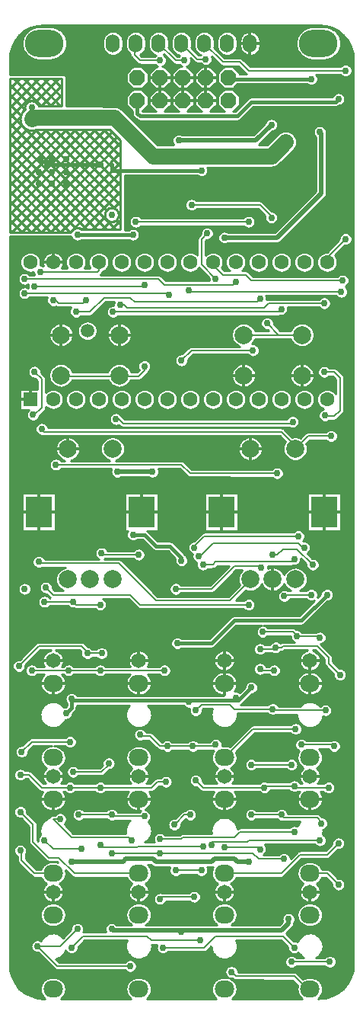
<source format=gbl>
G04 DipTrace 3.1.0.0*
G04 uO_c1.1.GBL*
%MOIN*%
G04 #@! TF.FileFunction,Copper,L2,Bot*
G04 #@! TF.Part,Single*
%AMOUTLINE2*5,1,8,0,0,0.074,-202.499184*%
G04 #@! TA.AperFunction,Conductor*
%ADD14C,0.015*%
%ADD15C,0.008*%
%ADD16C,0.02*%
%ADD17C,0.07*%
G04 #@! TA.AperFunction,CopperBalancing*
%ADD18C,0.009*%
%ADD19C,0.013*%
%ADD20C,0.01*%
G04 #@! TA.AperFunction,ComponentPad*
%ADD30C,0.07874*%
%ADD31R,0.11811X0.137795*%
%ADD35O,0.085X0.075*%
%ADD36C,0.065*%
%ADD42R,0.062992X0.062992*%
%ADD43C,0.062992*%
%ADD48O,0.06X0.08*%
%ADD49C,0.059055*%
%ADD50O,0.169291X0.11811*%
G04 #@! TA.AperFunction,ViaPad*
%ADD51C,0.03*%
G04 #@! TA.AperFunction,ComponentPad*
%ADD110OUTLINE2*%
%FSLAX26Y26*%
G04*
G70*
G90*
G75*
G01*
G04 Bottom*
%LPD*%
X580257Y4062994D2*
D14*
X810950D1*
X1254662Y4037838D2*
X861069D1*
Y4062994D1*
X1167162Y2331589D2*
Y2344089D1*
X1117162Y2394089D1*
X1054662D1*
X1004662Y2444089D1*
X954662D1*
X954685Y3756243D2*
X710944D1*
X1473380Y1775201D2*
X1417275Y1719096D1*
X1198444D1*
X692193D1*
X685943Y1725346D1*
X1198444Y1712847D2*
Y1719096D1*
X1148443Y1969096D2*
X1298443D1*
X1398443Y2069096D1*
X1692194D1*
X1804694Y2181596D1*
X1404723Y1731649D2*
X1417275Y1719096D1*
X685943Y1725346D2*
Y1687868D1*
X660913Y1662838D1*
X1217095Y1518805D2*
D15*
X1104694Y1519096D1*
X1217095Y1518805D2*
X1310913D1*
X1317162Y1525054D1*
X1104694Y1519096D2*
X1073404D1*
X1029662Y1562838D1*
X992162D1*
X985912Y1569089D1*
X1260943Y2312847D2*
X1304695D1*
X1317194Y2325346D1*
X1648564D1*
X1660860Y2337642D1*
X1460943Y3812846D2*
X967183D1*
X1867194Y3506596D2*
X1204221D1*
X1198412Y3512406D1*
X1873412Y3556156D2*
X1473884D1*
X1448884Y3581156D1*
X1348413D1*
X1304694Y3624875D1*
Y3635977D1*
X479694Y3500346D2*
X1104694D1*
X1110943Y3494096D1*
X479694Y3562847D2*
X1066720D1*
X1092162Y3537405D1*
X1392162D1*
X1404694Y3549936D1*
X1085921Y637821D2*
X1267152D1*
X1317178Y687847D1*
X1610943D1*
X1660943Y637847D1*
X1073422Y1112771D2*
X1167119D1*
X1173444Y1119096D1*
X1398444D1*
X1423444Y1144096D1*
X1660943D1*
X1248404Y669068D2*
X1035973D1*
X1017194Y687847D1*
X735943D1*
X685943Y637847D1*
X1260902Y1081524D2*
X979623D1*
X973444Y1075346D1*
X823444D1*
X810943Y1087847D1*
X1073443Y4519096D2*
X985943D1*
X960943Y4544096D1*
Y4587468D1*
X967131Y4593656D1*
X1223438Y2387637D2*
Y2393887D1*
X1267183Y2437632D1*
X1679609D1*
X1167131Y4593656D2*
X1167194D1*
X1235937Y4524913D1*
X1273433D1*
X1210908Y3887480D2*
X1510876D1*
X1560902Y3837453D1*
Y3831236D1*
X1795287Y2965531D2*
X1798412Y2962405D1*
X1835912D1*
X1860912Y2987405D1*
Y3131157D1*
X1835913Y3156156D1*
X1792194D1*
Y3456596D2*
X1548443D1*
X1529694Y3437847D1*
X929693D1*
X917194Y3450346D1*
X898443D1*
X1468769Y2248821D2*
Y2245671D1*
X1379694Y2156596D1*
X1054694D1*
X892194Y2319096D1*
X548443D1*
X542194Y2325346D1*
X517162Y2968656D2*
X520287Y2965531D1*
X554694Y2999936D1*
Y3125346D1*
X523443Y3156596D1*
Y3531596D2*
X998443D1*
X1004694Y3537847D1*
X867162Y3419096D2*
X1592194D1*
X1604694Y3431596D1*
X704662Y3419089D2*
X767186D1*
X829694Y3481596D1*
X946492D1*
Y3477299D1*
X960943Y3462847D1*
X1498444D1*
X1510943Y3475346D1*
X973443Y4344096D2*
D14*
Y4287847D1*
X985943Y4275347D1*
X1411295D1*
X1473795Y4337847D1*
X1842195D1*
X1854694Y4350346D1*
X1298444Y1087099D2*
D15*
Y1100346D1*
X1454694D1*
X1461043Y1106695D1*
X1773443D1*
X1779694Y1181498D2*
Y1187846D1*
X1760943Y1206596D1*
X1617194D1*
X1604694Y1219096D1*
X1473444D1*
X1510943Y1067745D2*
Y1075346D1*
X1354694D1*
X942194Y556596D2*
X623443D1*
X535943Y644096D1*
X635944D1*
X710943Y719095D1*
X635943Y1200346D2*
X604694D1*
X685943Y1119096D1*
X935943D1*
X948443Y1106596D1*
X1004694Y1212847D2*
X867193D1*
X860943Y1219096D1*
X717194D1*
X729694Y1069096D2*
X604694D1*
X567095Y1106695D1*
X810943Y2137847D2*
X704694D1*
X692194Y2150347D1*
X567194D1*
X1573443Y1850346D2*
X1517194D1*
X1510943Y1856596D1*
X1798443Y1675346D2*
X1573444D1*
X1567194Y1681596D1*
X1398443D1*
X1379694Y1700346D1*
X1254670D1*
X1229662Y1675338D1*
X1098444Y1362847D2*
X1060943D1*
X1035843Y1337747D1*
X810950D1*
X679694D1*
X554792D1*
X498443Y1394096D1*
X460943D1*
X1729694Y456096D2*
X1717694D1*
X1660943Y512847D1*
X1404693D1*
X1385943Y531596D1*
X1648443Y575346D2*
X1817194D1*
X510944Y1850347D2*
X673443D1*
X810943D1*
X1092194D2*
X810943D1*
X1523443Y2019096D2*
X1654693D1*
X1673443Y2000346D1*
X1767194D1*
X1773443Y1994096D1*
X979662Y2356589D2*
X817162D1*
Y2362847D1*
X1567194Y2356596D2*
X1585943D1*
X1610943Y2381596D1*
X1673444D1*
X1742194Y2312847D1*
X1735943Y2181596D2*
X1623444D1*
X1617194Y2175346D1*
X1667194Y1594089D2*
X1480186D1*
X1354694Y1468596D1*
X1810943Y1337847D2*
X1667193D1*
X1660943Y1344096D1*
X1535943D1*
X1529694Y1337847D1*
X1260943D1*
X1229694Y1369096D1*
X817389Y1925150D2*
X754694D1*
Y1931596D1*
X729694Y1956596D1*
X542194D1*
X454694Y1869096D1*
X848443Y1443986D2*
Y1437734D1*
X817109Y1406400D1*
X692194D1*
X679694Y1537847D2*
X510944D1*
X467194Y1494096D1*
X1510943Y1944096D2*
X1585943D1*
X1579694Y1950346D1*
X1604694D1*
X1610944Y1956596D1*
X1760943D1*
X1810943Y1906596D1*
Y1881598D1*
X1860944Y1831596D1*
X1473380Y1437737D2*
X1648531D1*
X1692194Y1525346D2*
X1829694D1*
X1835943Y1519096D1*
X1729694Y962347D2*
X1805194D1*
X1854694Y912847D1*
X1354694Y962347D2*
X1604194D1*
X1685943Y1044096D1*
X1804694D1*
X1854694Y1094096D1*
X979694Y962347D2*
X698943D1*
X629694Y1031596D1*
X585944D1*
X517194Y1100347D1*
Y1175346D1*
X460943Y1231596D1*
X604694Y962347D2*
X523943D1*
X467194Y1019096D1*
Y1069096D1*
X460943Y1062846D1*
X1623333Y4162451D2*
D17*
X1560839Y4099957D1*
X1042543D1*
X873811Y4268690D1*
X517231D1*
X510981Y4262440D1*
X639241Y3141144D2*
D15*
Y3137839D1*
X892162D1*
Y3112839D1*
X895147D1*
Y3141144D1*
X1004662Y3181589D2*
Y3162838D1*
X979662Y3137839D1*
X892162D1*
X1695147Y3318309D2*
X1439241D1*
X1695147D2*
X1592981D1*
X1542194Y3369096D1*
X604662Y3469089D2*
X617162D1*
X629662Y3456589D1*
X735913D1*
X748412Y3469089D1*
X1373443Y4444096D2*
D14*
Y4437422D1*
X1735853D1*
X1067131Y4593656D2*
D15*
X1142123Y4518663D1*
X1179693D1*
X1279682Y3762493D2*
X1254653Y3737464D1*
Y3625348D1*
X1317162Y3562839D1*
X1142194Y2206596D2*
X1298443D1*
X1398443Y2306596D1*
X1510944D1*
X1517194Y2300347D1*
X1242194Y2350346D2*
X1248443D1*
X1304483Y2406385D1*
X1679609D1*
X1698357Y2387637D1*
X1704606D1*
X1804694Y3635977D2*
X1798412D1*
Y3650337D1*
X1885913Y3737838D1*
X1885837Y4474918D2*
X1460881D1*
X1423385Y4512414D1*
X1348372D1*
X1267131Y4593656D1*
X1823443Y2875346D2*
X1721278D1*
X1665619Y2819687D1*
Y2833171D1*
X1604694Y2894096D1*
X567193D1*
X554662Y2906627D1*
X548412Y3593656D2*
X798413D1*
X804662Y3599905D1*
Y3635946D1*
X804694Y3635977D1*
X879693Y2950078D2*
X892191D1*
X910673Y2931596D1*
X1648443D1*
X1654694Y2937847D1*
X1479694Y3250346D2*
X1210920D1*
X1167162Y3206589D1*
X1460943Y2137847D2*
X985943D1*
X942194Y2181596D1*
X604694D1*
X573443Y2212847D1*
X1585943Y2712847D2*
X1204694D1*
X1167194Y2750347D1*
X617194D1*
X860943Y1050346D2*
X1073490D1*
X1479694D1*
X1504694Y1025346D1*
X1615962D1*
X1223444Y859363D2*
X1082462D1*
X1073444Y850346D1*
X1460943Y1012782D2*
D16*
X1410887D1*
X1398388Y1025280D1*
X1310897D1*
X1298399Y1012782D1*
X1054674D1*
X1042175Y1025280D1*
X923438D1*
X910939Y1012782D1*
X685944D1*
X1354643Y3744089D2*
X1586212D1*
X1779598Y3937474D1*
Y4199947D1*
X1773349Y4206196D1*
X1635943Y762847D2*
Y744096D1*
X1604694Y712847D1*
X1167162D1*
X867193D1*
X860943Y719096D1*
X885943Y2719096D2*
X1039346D1*
X1154664Y4168700D2*
X1492128D1*
X1560871Y4237443D1*
X1167162Y706564D2*
D15*
Y712847D1*
X1204658Y1219010D2*
X1179661D1*
X1142165Y1181514D1*
Y1169015D1*
X1135916Y1175264D1*
X1254653Y975285D2*
X1142165D1*
D51*
X580257Y4062994D3*
X810950D3*
X1254662Y4037838D3*
X1167162Y2331589D3*
X954662Y2444089D3*
X954685Y3756243D3*
X710944D3*
D3*
X1473380Y1775201D3*
X685943Y1725346D3*
X1198444Y1712847D3*
X1804694Y2181596D3*
X1148443Y1969096D3*
X1404723Y1731649D3*
X660913Y1662838D3*
X1217095Y1518805D3*
X1104694Y1519096D3*
X1317162Y1525054D3*
X1217095Y1518805D3*
X985912Y1569089D3*
X1260943Y2312847D3*
X1660860Y2337642D3*
X1460943Y3812846D3*
X967183D3*
X1867194Y3506596D3*
X1198412Y3512406D3*
X1873412Y3556156D3*
X479694Y3500346D3*
X1110943Y3494096D3*
X479694Y3562847D3*
X1404694Y3549936D3*
X1085921Y637821D3*
X1660943Y637847D3*
X1073422Y1112771D3*
X1660943Y1144096D3*
X1248404Y669068D3*
X685943Y637847D3*
X1260902Y1081524D3*
X810943Y1087847D3*
X1073443Y4519096D3*
X1223438Y2387637D3*
X1679609Y2437632D3*
X1273433Y4524913D3*
X1210908Y3887480D3*
X1560902Y3831236D3*
X1795287Y2965531D3*
X1792194Y3156156D3*
Y3456596D3*
X898443Y3450346D3*
X542194Y2325346D3*
X517162Y2968656D3*
X523443Y3156596D3*
Y3531596D3*
X1004694Y3537847D3*
X867162Y3419096D3*
X1604694Y3431596D3*
X704662Y3419089D3*
X1510943Y3475346D3*
X1854694Y4350346D3*
X1773443Y1106695D3*
X1298444Y1087099D3*
X1779694Y1181498D3*
X1604694Y1219096D3*
X1473444D3*
X1604694D3*
X1354694Y1075346D3*
X1510943Y1067745D3*
X942194Y556596D3*
X535943Y644096D3*
X710943Y719095D3*
X635943Y1200346D3*
X948443Y1106596D3*
X1004694Y1212847D3*
X860943Y1219096D3*
X717194D3*
X729694Y1069096D3*
X567095Y1106695D3*
X810943Y2137847D3*
X692194Y2150347D3*
X567194D3*
X1573443Y1850346D3*
X1510943Y1856596D3*
X1798443Y1675346D3*
X1567194Y1681596D3*
X1229662Y1675338D3*
X1098444Y1362847D3*
X810950Y1337747D3*
X679694D3*
X460943Y1394096D3*
X1385943Y531596D3*
X1648443Y575346D3*
X1817194D3*
X510944Y1850347D3*
X673443D3*
X810943D3*
X1092194D3*
X1523443Y2019096D3*
X1673443Y2000346D3*
X1773443Y1994096D3*
X979662Y2356589D3*
X817162Y2362847D3*
X1567194Y2356596D3*
X1742194Y2312847D3*
X1735943Y2181596D3*
X1617194Y2175346D3*
X1667194Y1594089D3*
X1810943Y1337847D3*
X1660943Y1344096D3*
X1529694Y1337847D3*
X1229694Y1369096D3*
X1529694Y1337847D3*
X817389Y1925150D3*
X754694D3*
X454694Y1869096D3*
X754694Y1925150D3*
X848443Y1443986D3*
X692194Y1406400D3*
D3*
X679694Y1537847D3*
X467194Y1494096D3*
X1510943Y1944096D3*
X1579694Y1950346D3*
X1860944Y1831596D3*
X1648531Y1437737D3*
X1473380D3*
X1692194Y1525346D3*
X1835943Y1519096D3*
X1648531Y1437737D3*
X1854694Y912847D3*
Y1094096D3*
X460943Y1231596D3*
Y1062846D3*
X1623333Y4162451D3*
X1042543Y4099957D3*
X1004662Y3181589D3*
X1542194Y3369096D3*
X604662Y3469089D3*
X748412D3*
X1735853Y4437422D3*
X1179693Y4518663D3*
X1279682Y3762493D3*
X1317162Y3562839D3*
X1142194Y2206596D3*
X1517194Y2300347D3*
X1242194Y2350346D3*
X1704606Y2387637D3*
X1885913Y3737838D3*
X1885837Y4474918D3*
X1823443Y2875346D3*
X554662Y2906627D3*
X548412Y3593656D3*
X879693Y2950078D3*
X1654694Y2937847D3*
X1479694Y3250346D3*
X1167162Y3206589D3*
X1460943Y2137847D3*
X573443Y2212847D3*
X1585943Y2712847D3*
X617194Y2750347D3*
X860943Y1050346D3*
X1615962Y1025346D3*
X1073444Y850346D3*
X1223444Y859363D3*
X1073444Y850346D3*
X1073490Y1050346D3*
X1460943Y1012782D3*
X685944D3*
D3*
X1354643Y3744089D3*
X1773349Y4206196D3*
X1635943Y762847D3*
X860943Y719096D3*
X885943Y2719096D3*
X1039346D3*
X1154664Y4168700D3*
X1560871Y4237443D3*
X1039346Y2719096D3*
X1167162Y706564D3*
X1204658Y1219010D3*
X1135916Y1175264D3*
X1254653Y975285D3*
X1142165D3*
X1154694Y1769096D3*
X1110943Y1306596D3*
X1154694Y912847D3*
X1160943Y762847D3*
X1035912Y2968656D3*
X1154662Y2962405D3*
X1129694Y2850346D3*
X1242194Y2856596D3*
X1123443Y2106596D3*
X1560943Y2762847D3*
X773443Y2806596D3*
X1354694Y2856596D3*
X1329662Y2962405D3*
X998430Y2850089D3*
X1198443Y2181596D3*
X810950Y2981325D3*
X542228Y4031215D3*
X660965Y3981220D3*
X598472Y4031215D3*
X660965D3*
X598472Y3981220D3*
X548477Y4087459D3*
X542228Y3981220D3*
X660965Y4087459D3*
X598472D3*
X754706Y4656149D3*
X729708Y4343682D3*
X679714D3*
X510981Y4312435D3*
Y4262440D3*
X792202Y2693855D3*
X1592118Y1631459D3*
X1517126D3*
X1273401Y4237443D3*
X1167162Y4243692D3*
X860944Y3843734D3*
X1067173D3*
X1560871Y3924976D3*
X1373412Y4225338D3*
X479694Y2206596D3*
X1504627Y4274939D3*
X513816Y4664720D2*
D18*
X522563D1*
X611761D2*
X1722568D1*
X1811766D2*
X1820513D1*
X494269Y4655851D2*
X501908D1*
X632414D2*
X1701914D1*
X1832404D2*
X1840043D1*
X478800Y4646982D2*
X490483D1*
X643841D2*
X859412D1*
X874853D2*
X959414D1*
X974854D2*
X1059416D1*
X1074857D2*
X1159418D1*
X1174841D2*
X1259420D1*
X1274842D2*
X1359421D1*
X1374845D2*
X1459406D1*
X1474846D2*
X1690488D1*
X1843846D2*
X1855528D1*
X468006Y4638114D2*
X482555D1*
X651769D2*
X839091D1*
X895173D2*
X939093D1*
X995174D2*
X1039095D1*
X1095158D2*
X1139097D1*
X1195161D2*
X1239099D1*
X1295162D2*
X1339101D1*
X1395165D2*
X1439103D1*
X1495166D2*
X1682543D1*
X1851774D2*
X1866322D1*
X457477Y4629245D2*
X476788D1*
X657534D2*
X830601D1*
X903645D2*
X930603D1*
X1003648D2*
X1030605D1*
X1103649D2*
X1130607D1*
X1203652D2*
X1230609D1*
X1303653D2*
X1330611D1*
X1403654D2*
X1430612D1*
X1503657D2*
X1676795D1*
X1857540D2*
X1876834D1*
X450358Y4620376D2*
X472658D1*
X661665D2*
X825679D1*
X908585D2*
X925681D1*
X1008586D2*
X1025683D1*
X1108570D2*
X1125685D1*
X1208573D2*
X1225687D1*
X1308574D2*
X1325689D1*
X1408577D2*
X1425691D1*
X1508578D2*
X1672664D1*
X1861670D2*
X1883971D1*
X443238Y4611507D2*
X469863D1*
X664460D2*
X823078D1*
X911186D2*
X923080D1*
X1011189D2*
X1023082D1*
X1111190D2*
X1123084D1*
X1211174D2*
X1223086D1*
X1311177D2*
X1323088D1*
X1411178D2*
X1423072D1*
X1511181D2*
X1669868D1*
X1864448D2*
X1891089D1*
X437193Y4602638D2*
X468263D1*
X666060D2*
X822375D1*
X911889D2*
X922376D1*
X1011892D2*
X1022379D1*
X1111893D2*
X1122363D1*
X1211896D2*
X1222364D1*
X1311897D2*
X1322367D1*
X1411900D2*
X1422368D1*
X1511884D2*
X1668252D1*
X1866065D2*
X1897136D1*
X432674Y4593770D2*
X467754D1*
X666569D2*
X822375D1*
X911889D2*
X922376D1*
X1011892D2*
X1022379D1*
X1111893D2*
X1122363D1*
X1211896D2*
X1222364D1*
X1311897D2*
X1322367D1*
X1411900D2*
X1422368D1*
X1511884D2*
X1667759D1*
X1866574D2*
X1901636D1*
X428174Y4584901D2*
X468334D1*
X665989D2*
X822375D1*
X911889D2*
X922376D1*
X1011892D2*
X1022379D1*
X1111893D2*
X1122363D1*
X1211896D2*
X1222364D1*
X1311897D2*
X1322367D1*
X1411900D2*
X1422368D1*
X1511884D2*
X1668339D1*
X1865994D2*
X1906154D1*
X424448Y4576032D2*
X470021D1*
X664301D2*
X823043D1*
X911221D2*
X923044D1*
X1011224D2*
X1023047D1*
X1111225D2*
X1123031D1*
X1211228D2*
X1223032D1*
X1311229D2*
X1323035D1*
X1411232D2*
X1423036D1*
X1511216D2*
X1670027D1*
X1864290D2*
X1909880D1*
X422040Y4567163D2*
X472904D1*
X661418D2*
X825591D1*
X908673D2*
X925593D1*
X1008674D2*
X1025595D1*
X1119769D2*
X1125597D1*
X1219822D2*
X1225582D1*
X1319754D2*
X1325584D1*
X1408665D2*
X1425586D1*
X1508666D2*
X1672910D1*
X1861406D2*
X1912288D1*
X419632Y4558295D2*
X477140D1*
X657182D2*
X830443D1*
X903821D2*
X930444D1*
X1003822D2*
X1030447D1*
X1403813D2*
X1430455D1*
X1503816D2*
X1677147D1*
X1857170D2*
X1914696D1*
X417381Y4549426D2*
X483028D1*
X651294D2*
X838811D1*
X895454D2*
X938812D1*
X995456D2*
X1038815D1*
X1395446D2*
X1438804D1*
X1495448D2*
X1683035D1*
X1851282D2*
X1916929D1*
X416872Y4540557D2*
X491168D1*
X643154D2*
X858093D1*
X876170D2*
X942556D1*
X990622D2*
X1053246D1*
X1146364D2*
X1158099D1*
X1346368D2*
X1358086D1*
X1376162D2*
X1458088D1*
X1476165D2*
X1691156D1*
X1843161D2*
X1917456D1*
X416345Y4531688D2*
X502944D1*
X631378D2*
X947215D1*
X1355245D2*
X1702951D1*
X1831366D2*
X1917984D1*
X415817Y4522820D2*
X525269D1*
X609053D2*
X956074D1*
X1102964D2*
X1111834D1*
X1303109D2*
X1311820D1*
X1439128D2*
X1725275D1*
X1809060D2*
X1918511D1*
X415570Y4513951D2*
X964951D1*
X1102736D2*
X1120693D1*
X1209065D2*
X1220765D1*
X1301034D2*
X1320696D1*
X1447988D2*
X1918757D1*
X415570Y4505082D2*
X973986D1*
X1099570D2*
X1129640D1*
X1206060D2*
X1251563D1*
X1295304D2*
X1329556D1*
X1456864D2*
X1918757D1*
X415570Y4496213D2*
X1054951D1*
X1091925D2*
X1160666D1*
X1198729D2*
X1269492D1*
X1277381D2*
X1339980D1*
X1465724D2*
X1865460D1*
X1906214D2*
X1918757D1*
X415570Y4487345D2*
X947864D1*
X999025D2*
X1047867D1*
X1099026D2*
X1147868D1*
X1199028D2*
X1247871D1*
X1299013D2*
X1347872D1*
X1399014D2*
X1422316D1*
X1912788D2*
X1918757D1*
X415570Y4478476D2*
X939005D1*
X1007884D2*
X1038990D1*
X1107885D2*
X1138992D1*
X1207888D2*
X1238994D1*
X1307889D2*
X1338996D1*
X1407892D2*
X1431193D1*
X415570Y4469607D2*
X930128D1*
X1016761D2*
X1030131D1*
X1116762D2*
X1130132D1*
X1216765D2*
X1230135D1*
X1316766D2*
X1330136D1*
X1416750D2*
X1440052D1*
X415570Y4460738D2*
X924732D1*
X1422148D2*
X1449140D1*
X1911874D2*
X1918757D1*
X660769Y4451869D2*
X924521D1*
X1761738D2*
X1867570D1*
X1904105D2*
X1918757D1*
X663158Y4443001D2*
X924521D1*
X1765061D2*
X1918757D1*
X663158Y4434132D2*
X924521D1*
X1765430D2*
X1918757D1*
X663158Y4425263D2*
X925330D1*
X1762934D2*
X1918757D1*
X663177Y4416394D2*
X932326D1*
X1014564D2*
X1032328D1*
X1114565D2*
X1132312D1*
X1214568D2*
X1232315D1*
X1314569D2*
X1332316D1*
X1756518D2*
X1918757D1*
X663177Y4407526D2*
X941185D1*
X1005704D2*
X1041187D1*
X1105706D2*
X1141189D1*
X1205690D2*
X1241191D1*
X1305693D2*
X1341193D1*
X1405694D2*
X1918757D1*
X663177Y4398657D2*
X950326D1*
X996564D2*
X1050328D1*
X1096565D2*
X1150312D1*
X1196568D2*
X1250315D1*
X1296569D2*
X1350316D1*
X1396570D2*
X1918757D1*
X663177Y4389788D2*
X950677D1*
X996212D2*
X1050679D1*
X1096196D2*
X1150681D1*
X1196198D2*
X1250683D1*
X1296200D2*
X1350685D1*
X1396202D2*
X1918757D1*
X663177Y4380919D2*
X941448D1*
X1005441D2*
X1041433D1*
X1105442D2*
X1141435D1*
X1205444D2*
X1241437D1*
X1305446D2*
X1341439D1*
X1405448D2*
X1918757D1*
X663194Y4372051D2*
X932572D1*
X1014317D2*
X1032574D1*
X1114320D2*
X1132576D1*
X1214321D2*
X1232578D1*
X1314305D2*
X1332580D1*
X1414308D2*
X1834769D1*
X1874609D2*
X1918757D1*
X663194Y4363182D2*
X925418D1*
X1421462D2*
X1827948D1*
X1881446D2*
X1918757D1*
X663194Y4354313D2*
X924521D1*
X1422376D2*
X1459318D1*
X1884189D2*
X1918757D1*
X663194Y4345444D2*
X924521D1*
X1422376D2*
X1450300D1*
X1884030D2*
X1918757D1*
X663194Y4336575D2*
X924521D1*
X1422376D2*
X1441441D1*
X1880954D2*
X1918757D1*
X663212Y4327707D2*
X924696D1*
X1422200D2*
X1432564D1*
X1873501D2*
X1918757D1*
X823717Y4318838D2*
X929883D1*
X1017006D2*
X1029884D1*
X1117009D2*
X1129868D1*
X1217010D2*
X1229871D1*
X1317013D2*
X1329872D1*
X1417014D2*
X1423704D1*
X1852812D2*
X1918757D1*
X900833Y4309969D2*
X938742D1*
X1008148D2*
X1038744D1*
X1108149D2*
X1138746D1*
X1208133D2*
X1238748D1*
X1308136D2*
X1338750D1*
X1408137D2*
X1414828D1*
X1477009D2*
X1918757D1*
X911380Y4301100D2*
X947619D1*
X999270D2*
X1047620D1*
X1099273D2*
X1147623D1*
X1199274D2*
X1247607D1*
X1299277D2*
X1347609D1*
X1399278D2*
X1405951D1*
X1468132D2*
X1918757D1*
X920257Y4292232D2*
X951204D1*
X1459273D2*
X1918757D1*
X929116Y4283363D2*
X951679D1*
X1450396D2*
X1918757D1*
X937993Y4274494D2*
X955880D1*
X1441536D2*
X1918757D1*
X946853Y4265625D2*
X964582D1*
X1432658D2*
X1553748D1*
X1567993D2*
X1918757D1*
X955729Y4256757D2*
X974548D1*
X1422693D2*
X1538525D1*
X1583216D2*
X1918757D1*
X964589Y4247888D2*
X1533076D1*
X1588682D2*
X1918757D1*
X973465Y4239019D2*
X1527820D1*
X1590581D2*
X1918757D1*
X982325Y4230150D2*
X1518960D1*
X1589702D2*
X1756353D1*
X1790338D2*
X1918757D1*
X991202Y4221282D2*
X1510084D1*
X1585677D2*
X1747845D1*
X1798846D2*
X1918757D1*
X1000061Y4212413D2*
X1501224D1*
X1576132D2*
X1744259D1*
X1802433D2*
X1918757D1*
X1008938Y4203544D2*
X1492347D1*
X1561594D2*
X1596023D1*
X1650645D2*
X1743715D1*
X1804068D2*
X1918757D1*
X1017797Y4194675D2*
X1141189D1*
X1168144D2*
X1483471D1*
X1552736D2*
X1585582D1*
X1660946D2*
X1745983D1*
X1804349D2*
X1918757D1*
X1026674Y4185806D2*
X1130519D1*
X1543858D2*
X1576704D1*
X1667133D2*
X1752028D1*
X1804349D2*
X1918757D1*
X1035534Y4176938D2*
X1126107D1*
X1534998D2*
X1567845D1*
X1670878D2*
X1754859D1*
X1804349D2*
X1918757D1*
X1044410Y4168069D2*
X1124912D1*
X1526122D2*
X1558968D1*
X1672758D2*
X1754859D1*
X1804349D2*
X1918757D1*
X1053288Y4159200D2*
X1126511D1*
X1517245D2*
X1550109D1*
X1672969D2*
X1754859D1*
X1804349D2*
X1918757D1*
X1062148Y4150331D2*
X1131504D1*
X1508228D2*
X1541232D1*
X1671546D2*
X1754859D1*
X1804349D2*
X1918757D1*
X1668346Y4141463D2*
X1754859D1*
X1804349D2*
X1918757D1*
X1662897Y4132594D2*
X1754859D1*
X1804349D2*
X1918757D1*
X1654582Y4123725D2*
X1754859D1*
X1804349D2*
X1918757D1*
X1645724Y4114856D2*
X1754859D1*
X1804349D2*
X1918757D1*
X1636846Y4105988D2*
X1754859D1*
X1804349D2*
X1918757D1*
X1627988Y4097119D2*
X1754859D1*
X1804349D2*
X1918757D1*
X1619110Y4088250D2*
X1754859D1*
X1804349D2*
X1918757D1*
X1610250Y4079381D2*
X1754859D1*
X1804349D2*
X1918757D1*
X1601374Y4070512D2*
X1754859D1*
X1804349D2*
X1918757D1*
X1592040Y4061644D2*
X1754859D1*
X1804349D2*
X1918757D1*
X1574374Y4052775D2*
X1754859D1*
X1804349D2*
X1918757D1*
X1283773Y4043906D2*
X1754859D1*
X1804349D2*
X1918757D1*
X1284282Y4035037D2*
X1754859D1*
X1804349D2*
X1918757D1*
X1281962Y4026169D2*
X1754859D1*
X1804349D2*
X1918757D1*
X1275845Y4017300D2*
X1754859D1*
X1804349D2*
X1918757D1*
X919430Y4008431D2*
X1754859D1*
X1804349D2*
X1918757D1*
X919430Y3999562D2*
X1754859D1*
X1804349D2*
X1918757D1*
X919430Y3990694D2*
X1754859D1*
X1804349D2*
X1918757D1*
X919430Y3981825D2*
X1754859D1*
X1804349D2*
X1918757D1*
X919430Y3972956D2*
X1754859D1*
X1804349D2*
X1918757D1*
X919430Y3964087D2*
X1754859D1*
X1804349D2*
X1918757D1*
X919430Y3955219D2*
X1754859D1*
X1804349D2*
X1918757D1*
X919430Y3946350D2*
X1753857D1*
X1804349D2*
X1918757D1*
X919430Y3937481D2*
X1744980D1*
X1804349D2*
X1918757D1*
X919430Y3928612D2*
X1736103D1*
X1802644D2*
X1918757D1*
X919430Y3919743D2*
X1727244D1*
X1796490D2*
X1918757D1*
X919430Y3910875D2*
X1193115D1*
X1228700D2*
X1718367D1*
X1787632D2*
X1918757D1*
X919430Y3902006D2*
X1185064D1*
X1522149D2*
X1709507D1*
X1778754D2*
X1918757D1*
X919430Y3893137D2*
X1181707D1*
X1531360D2*
X1700631D1*
X1769878D2*
X1918757D1*
X919430Y3884268D2*
X1181320D1*
X1540220D2*
X1691771D1*
X1761018D2*
X1918757D1*
X919430Y3875400D2*
X1183799D1*
X1549097D2*
X1682895D1*
X1752141D2*
X1918757D1*
X919430Y3866531D2*
X1190162D1*
X1231653D2*
X1505689D1*
X1557956D2*
X1674035D1*
X1743282D2*
X1918757D1*
X919430Y3857662D2*
X1514548D1*
X1573406D2*
X1665158D1*
X1734405D2*
X1918757D1*
X919430Y3848793D2*
X1523425D1*
X1584710D2*
X1656299D1*
X1725546D2*
X1918757D1*
X919430Y3839925D2*
X956303D1*
X978070D2*
X1450055D1*
X1471822D2*
X1532284D1*
X1589316D2*
X1647421D1*
X1716669D2*
X1918757D1*
X919430Y3831056D2*
X943892D1*
X990481D2*
X1437662D1*
X1484233D2*
X1531143D1*
X1590669D2*
X1638563D1*
X1707809D2*
X1918757D1*
X919430Y3822187D2*
X938971D1*
X1489154D2*
X1532601D1*
X1589210D2*
X1629685D1*
X1698933D2*
X1918757D1*
X919430Y3813318D2*
X937423D1*
X1490702D2*
X1537383D1*
X1584429D2*
X1620826D1*
X1690073D2*
X1918757D1*
X919430Y3804449D2*
X938672D1*
X1489454D2*
X1549265D1*
X1572546D2*
X1611948D1*
X1681196D2*
X1918757D1*
X919430Y3795581D2*
X943154D1*
X1484972D2*
X1603072D1*
X1672337D2*
X1918757D1*
X919430Y3786712D2*
X954035D1*
X980321D2*
X1263093D1*
X1296270D2*
X1447804D1*
X1474090D2*
X1594212D1*
X1663460D2*
X1918757D1*
X919430Y3777843D2*
X934647D1*
X974732D2*
X1254339D1*
X1305025D2*
X1585336D1*
X1654582D2*
X1918757D1*
X981481Y3768974D2*
X1250666D1*
X1308698D2*
X1339136D1*
X1370152D2*
X1576476D1*
X1645724D2*
X1918757D1*
X984189Y3760106D2*
X1250015D1*
X1309349D2*
X1329732D1*
X1636846D2*
X1866656D1*
X1905177D2*
X1918757D1*
X984013Y3751237D2*
X1242280D1*
X1307152D2*
X1325777D1*
X1627988D2*
X1859448D1*
X1912366D2*
X1918757D1*
X415570Y3742368D2*
X684738D1*
X980884D2*
X1236586D1*
X1301262D2*
X1324933D1*
X1619110D2*
X1856513D1*
X415570Y3733499D2*
X692279D1*
X729605D2*
X936017D1*
X973342D2*
X1235900D1*
X1276829D2*
X1326902D1*
X1610250D2*
X1855441D1*
X415570Y3724631D2*
X1235900D1*
X1273401D2*
X1332421D1*
X1600900D2*
X1846564D1*
X1912472D2*
X1918757D1*
X415570Y3715762D2*
X1235900D1*
X1273401D2*
X1348224D1*
X1361064D2*
X1837704D1*
X1905405D2*
X1918757D1*
X415570Y3706893D2*
X1235900D1*
X1273401D2*
X1828828D1*
X1881112D2*
X1918757D1*
X415570Y3698024D2*
X1235900D1*
X1273401D2*
X1819968D1*
X1872236D2*
X1918757D1*
X415570Y3689156D2*
X1235900D1*
X1273401D2*
X1811091D1*
X1863376D2*
X1918757D1*
X415570Y3680287D2*
X494103D1*
X515274D2*
X594105D1*
X615277D2*
X694107D1*
X715278D2*
X794109D1*
X815280D2*
X894111D1*
X915282D2*
X994112D1*
X1015284D2*
X1094115D1*
X1115286D2*
X1194116D1*
X1215288D2*
X1235900D1*
X1273401D2*
X1294101D1*
X1315273D2*
X1394103D1*
X1415274D2*
X1494105D1*
X1515277D2*
X1594107D1*
X1615278D2*
X1694109D1*
X1715280D2*
X1794111D1*
X1854498D2*
X1918757D1*
X415570Y3671418D2*
X475488D1*
X533889D2*
X575490D1*
X633892D2*
X675492D1*
X733893D2*
X775494D1*
X833896D2*
X875496D1*
X933897D2*
X975498D1*
X1033900D2*
X1075483D1*
X1133901D2*
X1175484D1*
X1333905D2*
X1375488D1*
X1433889D2*
X1475490D1*
X1533892D2*
X1575492D1*
X1633893D2*
X1675494D1*
X1733896D2*
X1775496D1*
X1845640D2*
X1918757D1*
X415570Y3662549D2*
X467032D1*
X542345D2*
X567035D1*
X642346D2*
X667036D1*
X742349D2*
X767039D1*
X842350D2*
X867040D1*
X942353D2*
X967043D1*
X1042354D2*
X1067044D1*
X1142357D2*
X1167028D1*
X1342342D2*
X1367032D1*
X1442345D2*
X1467035D1*
X1542346D2*
X1567036D1*
X1642349D2*
X1667039D1*
X1742350D2*
X1767040D1*
X1842353D2*
X1918757D1*
X415570Y3653680D2*
X462040D1*
X547354D2*
X562043D1*
X647357D2*
X662027D1*
X747358D2*
X762028D1*
X847360D2*
X862031D1*
X947345D2*
X962032D1*
X1047346D2*
X1062035D1*
X1147349D2*
X1162036D1*
X1347353D2*
X1362040D1*
X1447354D2*
X1462043D1*
X1547357D2*
X1562027D1*
X1647358D2*
X1662028D1*
X1747360D2*
X1762031D1*
X1847345D2*
X1918757D1*
X415570Y3644812D2*
X459299D1*
X550078D2*
X559300D1*
X650081D2*
X659303D1*
X750082D2*
X759304D1*
X850085D2*
X859307D1*
X950086D2*
X959308D1*
X1050089D2*
X1059311D1*
X1150073D2*
X1159312D1*
X1350077D2*
X1359299D1*
X1450078D2*
X1459300D1*
X1550081D2*
X1559303D1*
X1650082D2*
X1659304D1*
X1750085D2*
X1759307D1*
X1850086D2*
X1918757D1*
X415570Y3635943D2*
X458437D1*
X550958D2*
X558439D1*
X650942D2*
X658441D1*
X750944D2*
X758443D1*
X850946D2*
X858444D1*
X950948D2*
X958429D1*
X1050950D2*
X1058431D1*
X1150952D2*
X1158433D1*
X1350956D2*
X1358437D1*
X1450958D2*
X1458439D1*
X1550942D2*
X1558441D1*
X1650944D2*
X1658443D1*
X1750946D2*
X1758444D1*
X1850948D2*
X1918757D1*
X415570Y3627074D2*
X459316D1*
X550061D2*
X559318D1*
X650064D2*
X659320D1*
X750065D2*
X759322D1*
X850068D2*
X859324D1*
X950069D2*
X959326D1*
X1050070D2*
X1059328D1*
X1150073D2*
X1159312D1*
X1350060D2*
X1359316D1*
X1450061D2*
X1459318D1*
X1550064D2*
X1559320D1*
X1650065D2*
X1659322D1*
X1750068D2*
X1759324D1*
X1850069D2*
X1918757D1*
X415570Y3618205D2*
X462059D1*
X647321D2*
X662063D1*
X747322D2*
X762064D1*
X847325D2*
X862067D1*
X947326D2*
X962068D1*
X1047329D2*
X1062070D1*
X1147330D2*
X1162072D1*
X1347317D2*
X1362059D1*
X1447320D2*
X1462060D1*
X1547321D2*
X1562063D1*
X1647322D2*
X1662064D1*
X1747325D2*
X1762067D1*
X1847326D2*
X1918757D1*
X415570Y3609337D2*
X467086D1*
X842297D2*
X867093D1*
X942300D2*
X967078D1*
X1042301D2*
X1067080D1*
X1142304D2*
X1167082D1*
X1346368D2*
X1367086D1*
X1442309D2*
X1467088D1*
X1542294D2*
X1567089D1*
X1642296D2*
X1667091D1*
X1742297D2*
X1767093D1*
X1842300D2*
X1918757D1*
X415570Y3600468D2*
X475576D1*
X833808D2*
X875584D1*
X933809D2*
X975568D1*
X1033812D2*
X1075570D1*
X1133813D2*
X1175572D1*
X1233816D2*
X1253391D1*
X1355245D2*
X1375576D1*
X1433820D2*
X1475578D1*
X1533804D2*
X1575580D1*
X1633805D2*
X1675582D1*
X1733808D2*
X1775584D1*
X1833809D2*
X1918757D1*
X415570Y3591599D2*
X476296D1*
X483089D2*
X494420D1*
X821362D2*
X894427D1*
X914965D2*
X994429D1*
X1014968D2*
X1094431D1*
X1114969D2*
X1194433D1*
X1214954D2*
X1262267D1*
X1464581D2*
X1494421D1*
X1514960D2*
X1594423D1*
X1614962D2*
X1694425D1*
X1714964D2*
X1794427D1*
X1814965D2*
X1918757D1*
X415570Y3582730D2*
X457875D1*
X501510D2*
X520804D1*
X813628D2*
X1271127D1*
X1473441D2*
X1861259D1*
X1885560D2*
X1918757D1*
X415570Y3573862D2*
X452127D1*
X1081853D2*
X1280004D1*
X1897109D2*
X1918757D1*
X415570Y3564993D2*
X450017D1*
X1090712D2*
X1287475D1*
X1901784D2*
X1918757D1*
X415570Y3556124D2*
X450720D1*
X1099589D2*
X1288195D1*
X1903173D2*
X1918757D1*
X415570Y3547255D2*
X454500D1*
X1901766D2*
X1918757D1*
X415570Y3538387D2*
X463483D1*
X1897056D2*
X1918757D1*
X415570Y3529518D2*
X493752D1*
X1885630D2*
X1918757D1*
X415570Y3520649D2*
X458279D1*
X1893294D2*
X1918757D1*
X415570Y3511780D2*
X452303D1*
X1896493D2*
X1918757D1*
X415570Y3502911D2*
X450052D1*
X1896721D2*
X1918757D1*
X415570Y3494043D2*
X450632D1*
X1894085D2*
X1918757D1*
X415570Y3485174D2*
X454236D1*
X1538972D2*
X1787273D1*
X1797124D2*
X1846951D1*
X1887441D2*
X1918757D1*
X415570Y3476305D2*
X462832D1*
X496553D2*
X575824D1*
X1540694D2*
X1770204D1*
X1814174D2*
X1918757D1*
X415570Y3467436D2*
X574944D1*
X1819834D2*
X1918757D1*
X415570Y3458568D2*
X576896D1*
X832805D2*
X869871D1*
X1821892D2*
X1918757D1*
X415570Y3449699D2*
X582380D1*
X823929D2*
X868693D1*
X1821118D2*
X1918757D1*
X415570Y3440830D2*
X597902D1*
X611426D2*
X620384D1*
X815069D2*
X847283D1*
X1817269D2*
X1918757D1*
X415570Y3431961D2*
X677935D1*
X806193D2*
X840427D1*
X1634456D2*
X1776269D1*
X1808128D2*
X1918757D1*
X415570Y3423093D2*
X675175D1*
X797333D2*
X837685D1*
X1633173D2*
X1918757D1*
X415570Y3414224D2*
X675316D1*
X788456D2*
X837808D1*
X1628637D2*
X1918757D1*
X415570Y3405355D2*
X678375D1*
X779490D2*
X840884D1*
X1617598D2*
X1918757D1*
X415570Y3396486D2*
X685811D1*
X723505D2*
X848320D1*
X885997D2*
X1532196D1*
X1552190D2*
X1918757D1*
X415570Y3387617D2*
X1519154D1*
X1565233D2*
X1918757D1*
X415570Y3378749D2*
X745857D1*
X763477D2*
X1514091D1*
X1570296D2*
X1918757D1*
X415570Y3369880D2*
X625148D1*
X653333D2*
X726556D1*
X782778D2*
X881068D1*
X909236D2*
X1425164D1*
X1453330D2*
X1512439D1*
X1571948D2*
X1681067D1*
X1709233D2*
X1918757D1*
X415570Y3361011D2*
X606568D1*
X671913D2*
X718242D1*
X791074D2*
X862471D1*
X927833D2*
X1406567D1*
X1471929D2*
X1513582D1*
X1576413D2*
X1662468D1*
X1727830D2*
X1918757D1*
X415570Y3352142D2*
X597252D1*
X681229D2*
X713460D1*
X795874D2*
X853154D1*
X937149D2*
X1397250D1*
X1481228D2*
X1517941D1*
X1585290D2*
X1653152D1*
X1737148D2*
X1918757D1*
X415570Y3343274D2*
X591328D1*
X687153D2*
X710983D1*
X798353D2*
X847231D1*
X943056D2*
X1391326D1*
X1487152D2*
X1528400D1*
X1594149D2*
X1647228D1*
X1743053D2*
X1918757D1*
X415570Y3334405D2*
X587601D1*
X690880D2*
X710402D1*
X798914D2*
X843504D1*
X946782D2*
X1387599D1*
X1746780D2*
X1918757D1*
X415570Y3325536D2*
X585597D1*
X692884D2*
X711685D1*
X797649D2*
X841517D1*
X948786D2*
X1385595D1*
X1748784D2*
X1918757D1*
X415570Y3316667D2*
X585140D1*
X693341D2*
X714972D1*
X794362D2*
X841043D1*
X949242D2*
X1385139D1*
X1749258D2*
X1918757D1*
X415570Y3307799D2*
X586160D1*
X692321D2*
X720860D1*
X788456D2*
X842063D1*
X948224D2*
X1386158D1*
X1748221D2*
X1918757D1*
X415570Y3298930D2*
X588761D1*
X689720D2*
X731355D1*
X777962D2*
X844664D1*
X945622D2*
X1388759D1*
X1489717D2*
X1644662D1*
X1745620D2*
X1918757D1*
X415570Y3290061D2*
X593227D1*
X685254D2*
X849128D1*
X941157D2*
X1393224D1*
X1485253D2*
X1649127D1*
X1741154D2*
X1918757D1*
X415570Y3281192D2*
X600187D1*
X678294D2*
X856089D1*
X934196D2*
X1400185D1*
X1478292D2*
X1656088D1*
X1734194D2*
X1918757D1*
X415570Y3272324D2*
X611525D1*
X666956D2*
X867444D1*
X922858D2*
X1411523D1*
X1499297D2*
X1667443D1*
X1722857D2*
X1918757D1*
X415570Y3263455D2*
X1197914D1*
X1506312D2*
X1918757D1*
X415570Y3254586D2*
X1189019D1*
X1509141D2*
X1918757D1*
X415570Y3245717D2*
X1180160D1*
X1509089D2*
X1918757D1*
X415570Y3236848D2*
X1171283D1*
X1506101D2*
X1918757D1*
X415570Y3227980D2*
X1146884D1*
X1214690D2*
X1460548D1*
X1498841D2*
X1918757D1*
X415570Y3219111D2*
X1140257D1*
X1205830D2*
X1918757D1*
X415570Y3210242D2*
X1000318D1*
X1008996D2*
X1137639D1*
X1196954D2*
X1918757D1*
X415570Y3201373D2*
X982757D1*
X1026569D2*
X1137884D1*
X1196444D2*
X1918757D1*
X415570Y3192505D2*
X624357D1*
X654124D2*
X880259D1*
X910026D2*
X977044D1*
X1032282D2*
X1141067D1*
X1193245D2*
X1424355D1*
X1454122D2*
X1680257D1*
X1710025D2*
X1918757D1*
X415570Y3183636D2*
X512455D1*
X534434D2*
X606287D1*
X672194D2*
X862189D1*
X928114D2*
X974971D1*
X1034357D2*
X1148765D1*
X1185564D2*
X1406284D1*
X1472210D2*
X1662187D1*
X1728112D2*
X1782475D1*
X1801905D2*
X1918757D1*
X415570Y3174767D2*
X500115D1*
X546757D2*
X597076D1*
X681405D2*
X852979D1*
X937308D2*
X975727D1*
X1033601D2*
X1397074D1*
X1481404D2*
X1652976D1*
X1737305D2*
X1769238D1*
X1815158D2*
X1918757D1*
X415570Y3165898D2*
X495228D1*
X551661D2*
X591223D1*
X687258D2*
X847124D1*
X943178D2*
X979540D1*
X1029786D2*
X1391220D1*
X1487257D2*
X1647123D1*
X1743177D2*
X1764123D1*
X1852301D2*
X1918757D1*
X415570Y3157030D2*
X493681D1*
X553208D2*
X587531D1*
X690950D2*
X843451D1*
X946853D2*
X972720D1*
X1022438D2*
X1387528D1*
X1490948D2*
X1643448D1*
X1746850D2*
X1762452D1*
X1861178D2*
X1918757D1*
X415570Y3148161D2*
X494947D1*
X558025D2*
X585580D1*
X1016128D2*
X1385578D1*
X1492900D2*
X1641480D1*
X1748820D2*
X1763560D1*
X1870056D2*
X1918757D1*
X415570Y3139292D2*
X499447D1*
X566884D2*
X585140D1*
X1007250D2*
X1385139D1*
X1493338D2*
X1641040D1*
X1749241D2*
X1767867D1*
X1877702D2*
X1918757D1*
X415570Y3130423D2*
X510380D1*
X572702D2*
X586195D1*
X998392D2*
X1386211D1*
X1492284D2*
X1642112D1*
X1748186D2*
X1778220D1*
X1806158D2*
X1835507D1*
X1879653D2*
X1918757D1*
X415570Y3121554D2*
X532353D1*
X573441D2*
X588849D1*
X987862D2*
X1388847D1*
X1489630D2*
X1644750D1*
X1745549D2*
X1842170D1*
X1879653D2*
X1918757D1*
X415570Y3112686D2*
X535939D1*
X573441D2*
X593349D1*
X685132D2*
X849269D1*
X941034D2*
X1393364D1*
X1485130D2*
X1649267D1*
X1741032D2*
X1842170D1*
X1879653D2*
X1918757D1*
X415570Y3103817D2*
X535939D1*
X573441D2*
X600399D1*
X678082D2*
X856300D1*
X934002D2*
X1400396D1*
X1478098D2*
X1656299D1*
X1734001D2*
X1842170D1*
X1879653D2*
X1918757D1*
X415570Y3094948D2*
X535939D1*
X573441D2*
X611895D1*
X666586D2*
X867796D1*
X922489D2*
X1411892D1*
X1466585D2*
X1667795D1*
X1722488D2*
X1842170D1*
X1879653D2*
X1918757D1*
X415570Y3086079D2*
X535939D1*
X573441D2*
X1842170D1*
X1879653D2*
X1918757D1*
X415570Y3077211D2*
X458437D1*
X573441D2*
X584895D1*
X624488D2*
X684896D1*
X724489D2*
X784899D1*
X824490D2*
X884900D1*
X924493D2*
X984902D1*
X1024494D2*
X1084904D1*
X1124480D2*
X1184906D1*
X1224481D2*
X1284908D1*
X1324484D2*
X1384892D1*
X1424485D2*
X1484895D1*
X1524488D2*
X1584896D1*
X1624489D2*
X1684899D1*
X1724490D2*
X1784900D1*
X1824493D2*
X1842170D1*
X1879653D2*
X1918757D1*
X415570Y3068342D2*
X458437D1*
X637372D2*
X672011D1*
X737374D2*
X772013D1*
X837376D2*
X872015D1*
X937378D2*
X972017D1*
X1037362D2*
X1072019D1*
X1137364D2*
X1172021D1*
X1237366D2*
X1272023D1*
X1337368D2*
X1372025D1*
X1437370D2*
X1472027D1*
X1537372D2*
X1572011D1*
X1637374D2*
X1672013D1*
X1737376D2*
X1772015D1*
X1837378D2*
X1842170D1*
X1879653D2*
X1918757D1*
X415570Y3059473D2*
X458437D1*
X644385D2*
X664998D1*
X744388D2*
X765000D1*
X844389D2*
X865002D1*
X944392D2*
X965004D1*
X1044393D2*
X1065005D1*
X1144396D2*
X1164990D1*
X1244397D2*
X1264992D1*
X1344381D2*
X1364994D1*
X1444384D2*
X1464996D1*
X1544385D2*
X1564998D1*
X1644388D2*
X1665000D1*
X1744389D2*
X1765002D1*
X1879653D2*
X1918757D1*
X415570Y3050604D2*
X458437D1*
X648534D2*
X660867D1*
X748518D2*
X760868D1*
X848521D2*
X860853D1*
X948522D2*
X960855D1*
X1048525D2*
X1060857D1*
X1148526D2*
X1160859D1*
X1248528D2*
X1260860D1*
X1348530D2*
X1360863D1*
X1448532D2*
X1460864D1*
X1548534D2*
X1560867D1*
X1648518D2*
X1660868D1*
X1748521D2*
X1760853D1*
X1879653D2*
X1918757D1*
X415570Y3041736D2*
X458437D1*
X650590D2*
X658811D1*
X750574D2*
X758812D1*
X850577D2*
X858796D1*
X950578D2*
X958799D1*
X1050581D2*
X1058800D1*
X1150582D2*
X1158803D1*
X1250585D2*
X1258804D1*
X1350586D2*
X1358807D1*
X1450589D2*
X1458808D1*
X1550590D2*
X1558811D1*
X1650574D2*
X1658812D1*
X1750577D2*
X1758796D1*
X1879653D2*
X1918757D1*
X415570Y3032867D2*
X458437D1*
X650837D2*
X658547D1*
X750838D2*
X758548D1*
X850841D2*
X858551D1*
X950842D2*
X958552D1*
X1050845D2*
X1058536D1*
X1150846D2*
X1158539D1*
X1250849D2*
X1258540D1*
X1350850D2*
X1358543D1*
X1450834D2*
X1458544D1*
X1550837D2*
X1558547D1*
X1650838D2*
X1658548D1*
X1750841D2*
X1758551D1*
X1879653D2*
X1918757D1*
X415570Y3023998D2*
X458437D1*
X649342D2*
X660040D1*
X749345D2*
X760043D1*
X849346D2*
X860044D1*
X949330D2*
X960047D1*
X1049333D2*
X1060048D1*
X1149334D2*
X1160051D1*
X1249337D2*
X1260052D1*
X1349338D2*
X1360055D1*
X1449341D2*
X1460056D1*
X1549342D2*
X1560040D1*
X1649345D2*
X1660043D1*
X1749346D2*
X1760044D1*
X1879653D2*
X1918757D1*
X415570Y3015129D2*
X458437D1*
X645880D2*
X663521D1*
X745881D2*
X763505D1*
X845866D2*
X863507D1*
X945868D2*
X963509D1*
X1045870D2*
X1063511D1*
X1145872D2*
X1163513D1*
X1245874D2*
X1263515D1*
X1345876D2*
X1363517D1*
X1445878D2*
X1463519D1*
X1545880D2*
X1563521D1*
X1645881D2*
X1663505D1*
X1745866D2*
X1763507D1*
X1879653D2*
X1918757D1*
X415570Y3006261D2*
X458437D1*
X639850D2*
X669532D1*
X739853D2*
X769535D1*
X839854D2*
X869536D1*
X939857D2*
X969521D1*
X1039858D2*
X1069523D1*
X1139860D2*
X1169525D1*
X1239862D2*
X1269527D1*
X1339864D2*
X1369528D1*
X1439866D2*
X1469531D1*
X1539850D2*
X1569532D1*
X1639853D2*
X1669535D1*
X1739854D2*
X1769536D1*
X1879653D2*
X1918757D1*
X415570Y2997392D2*
X458437D1*
X573265D2*
X579971D1*
X629426D2*
X679956D1*
X729429D2*
X779959D1*
X829430D2*
X879960D1*
X929433D2*
X979963D1*
X1029434D2*
X1079947D1*
X1129437D2*
X1179948D1*
X1229438D2*
X1279951D1*
X1329441D2*
X1379952D1*
X1429442D2*
X1479955D1*
X1529426D2*
X1579956D1*
X1629429D2*
X1679959D1*
X1729430D2*
X1779960D1*
X1879653D2*
X1918757D1*
X415570Y2988523D2*
X495334D1*
X569309D2*
X1776937D1*
X1879653D2*
X1918757D1*
X415570Y2979654D2*
X489586D1*
X560556D2*
X1769220D1*
X1877896D2*
X1918757D1*
X415570Y2970785D2*
X487476D1*
X551678D2*
X858691D1*
X900693D2*
X1766004D1*
X1870425D2*
X1918757D1*
X415570Y2961917D2*
X488196D1*
X546124D2*
X852468D1*
X906914D2*
X1637876D1*
X1671510D2*
X1765757D1*
X1861565D2*
X1918757D1*
X415570Y2953048D2*
X491994D1*
X542345D2*
X850078D1*
X915353D2*
X1629263D1*
X1680124D2*
X1768359D1*
X1852689D2*
X1918757D1*
X415570Y2944179D2*
X500976D1*
X533345D2*
X850535D1*
X1683745D2*
X1774968D1*
X1815598D2*
X1918757D1*
X415570Y2935310D2*
X550582D1*
X558735D2*
X853998D1*
X1684342D2*
X1918757D1*
X415570Y2926442D2*
X532775D1*
X576552D2*
X862242D1*
X1682110D2*
X1918757D1*
X415570Y2917573D2*
X527063D1*
X582265D2*
X898735D1*
X1676133D2*
X1918757D1*
X415570Y2908704D2*
X524971D1*
X1615841D2*
X1918757D1*
X415570Y2899835D2*
X525708D1*
X1625086D2*
X1807277D1*
X1839610D2*
X1918757D1*
X415570Y2890967D2*
X529523D1*
X1633964D2*
X1711740D1*
X1848610D2*
X1918757D1*
X415570Y2882098D2*
X538559D1*
X1642841D2*
X1701896D1*
X1852406D2*
X1918757D1*
X415570Y2873229D2*
X1599416D1*
X1651700D2*
X1693019D1*
X1853128D2*
X1918757D1*
X415570Y2864360D2*
X638929D1*
X698614D2*
X835769D1*
X895454D2*
X1438927D1*
X1498612D2*
X1608292D1*
X1851036D2*
X1918757D1*
X415570Y2855491D2*
X628488D1*
X709056D2*
X825328D1*
X905913D2*
X1428486D1*
X1509053D2*
X1617152D1*
X1727568D2*
X1801599D1*
X1845288D2*
X1918757D1*
X415570Y2846623D2*
X621948D1*
X715577D2*
X818807D1*
X912434D2*
X1421964D1*
X1515574D2*
X1618804D1*
X1718690D2*
X1819740D1*
X1827149D2*
X1918757D1*
X415570Y2837754D2*
X617800D1*
X719742D2*
X814640D1*
X916582D2*
X1417799D1*
X1519741D2*
X1614656D1*
X1716581D2*
X1918757D1*
X415570Y2828885D2*
X615444D1*
X722098D2*
X812284D1*
X918956D2*
X1415443D1*
X1522097D2*
X1612283D1*
X1718954D2*
X1918757D1*
X415570Y2820016D2*
X614636D1*
X722889D2*
X811494D1*
X919746D2*
X1414635D1*
X1522905D2*
X1611492D1*
X1719745D2*
X1918757D1*
X415570Y2811148D2*
X615322D1*
X722204D2*
X812179D1*
X919061D2*
X1415320D1*
X1522202D2*
X1612177D1*
X1719060D2*
X1918757D1*
X415570Y2802279D2*
X617572D1*
X719972D2*
X814412D1*
X916829D2*
X1417570D1*
X1519969D2*
X1614410D1*
X1716826D2*
X1918757D1*
X415570Y2793410D2*
X621580D1*
X715964D2*
X818420D1*
X912804D2*
X1421578D1*
X1515962D2*
X1618435D1*
X1712820D2*
X1918757D1*
X415570Y2784541D2*
X627891D1*
X709653D2*
X824748D1*
X906493D2*
X1427888D1*
X1509652D2*
X1624746D1*
X1706490D2*
X1918757D1*
X415570Y2775673D2*
X602455D1*
X631941D2*
X637937D1*
X699598D2*
X834784D1*
X896456D2*
X1437925D1*
X1499597D2*
X1634783D1*
X1696454D2*
X1918757D1*
X415570Y2766804D2*
X592593D1*
X1174998D2*
X1461796D1*
X1475742D2*
X1658654D1*
X1672582D2*
X1918757D1*
X415570Y2757935D2*
X588444D1*
X1185738D2*
X1918757D1*
X415570Y2749066D2*
X587460D1*
X1194616D2*
X1918757D1*
X415570Y2740198D2*
X589271D1*
X1203476D2*
X1575826D1*
X1596048D2*
X1918757D1*
X415570Y2731329D2*
X594580D1*
X639797D2*
X858902D1*
X1066384D2*
X1160068D1*
X1212353D2*
X1562871D1*
X1609002D2*
X1918757D1*
X415570Y2722460D2*
X608871D1*
X625525D2*
X856388D1*
X1068914D2*
X1168944D1*
X1614048D2*
X1918757D1*
X415570Y2713591D2*
X856704D1*
X1068581D2*
X1177804D1*
X1615700D2*
X1918757D1*
X415570Y2704722D2*
X860009D1*
X1065277D2*
X1186681D1*
X1614540D2*
X1918757D1*
X415570Y2695854D2*
X867937D1*
X1057349D2*
X1198336D1*
X1610162D2*
X1918757D1*
X415570Y2686985D2*
X1572240D1*
X1599652D2*
X1918757D1*
X415570Y2678116D2*
X1918757D1*
X415570Y2669247D2*
X1918757D1*
X415570Y2660379D2*
X1918757D1*
X415570Y2651510D2*
X1918757D1*
X415570Y2642641D2*
X1918757D1*
X415570Y2633772D2*
X1918757D1*
X415570Y2624904D2*
X468967D1*
X616594D2*
X917788D1*
X1065417D2*
X1268964D1*
X1416593D2*
X1717787D1*
X1865414D2*
X1918757D1*
X415570Y2616035D2*
X468967D1*
X616594D2*
X917788D1*
X1065417D2*
X1268964D1*
X1416593D2*
X1717787D1*
X1865414D2*
X1918757D1*
X415570Y2607166D2*
X468967D1*
X616594D2*
X917788D1*
X1065417D2*
X1268964D1*
X1416593D2*
X1717787D1*
X1865414D2*
X1918757D1*
X415570Y2598297D2*
X468967D1*
X616594D2*
X917788D1*
X1065417D2*
X1268964D1*
X1416593D2*
X1717787D1*
X1865414D2*
X1918757D1*
X415570Y2589428D2*
X468967D1*
X616594D2*
X917788D1*
X1065417D2*
X1268964D1*
X1416593D2*
X1717787D1*
X1865414D2*
X1918757D1*
X415570Y2580560D2*
X468967D1*
X616594D2*
X917788D1*
X1065417D2*
X1268964D1*
X1416593D2*
X1717787D1*
X1865414D2*
X1918757D1*
X415570Y2571691D2*
X468967D1*
X616594D2*
X917788D1*
X1065417D2*
X1268964D1*
X1416593D2*
X1717787D1*
X1865414D2*
X1918757D1*
X415570Y2562822D2*
X468967D1*
X616594D2*
X917788D1*
X1065417D2*
X1268964D1*
X1416593D2*
X1717787D1*
X1865414D2*
X1918757D1*
X415570Y2553953D2*
X468967D1*
X616594D2*
X917788D1*
X1065417D2*
X1268964D1*
X1416593D2*
X1717787D1*
X1865414D2*
X1918757D1*
X415570Y2545085D2*
X468967D1*
X616594D2*
X917788D1*
X1065417D2*
X1268964D1*
X1416593D2*
X1717787D1*
X1865414D2*
X1918757D1*
X415570Y2536216D2*
X468967D1*
X616594D2*
X917788D1*
X1065417D2*
X1268964D1*
X1416593D2*
X1717787D1*
X1865414D2*
X1918757D1*
X415570Y2527347D2*
X468967D1*
X616594D2*
X917788D1*
X1065417D2*
X1268964D1*
X1416593D2*
X1717787D1*
X1865414D2*
X1918757D1*
X415570Y2518478D2*
X468967D1*
X616594D2*
X917788D1*
X1065417D2*
X1268964D1*
X1416593D2*
X1717787D1*
X1865414D2*
X1918757D1*
X415570Y2509610D2*
X468967D1*
X616594D2*
X917788D1*
X1065417D2*
X1268964D1*
X1416593D2*
X1717787D1*
X1865414D2*
X1918757D1*
X415570Y2500741D2*
X468967D1*
X616594D2*
X917788D1*
X1065417D2*
X1268964D1*
X1416593D2*
X1717787D1*
X1865414D2*
X1918757D1*
X415570Y2491872D2*
X468967D1*
X616594D2*
X917788D1*
X1065417D2*
X1268964D1*
X1416593D2*
X1717787D1*
X1865414D2*
X1918757D1*
X415570Y2483003D2*
X468967D1*
X616594D2*
X917788D1*
X1065417D2*
X1268964D1*
X1416593D2*
X1717787D1*
X1865414D2*
X1918757D1*
X415570Y2474135D2*
X468967D1*
X616594D2*
X917788D1*
X1065417D2*
X1268964D1*
X1416593D2*
X1717787D1*
X1865414D2*
X1918757D1*
X415570Y2465266D2*
X468967D1*
X616594D2*
X917788D1*
X1065417D2*
X1268964D1*
X1416593D2*
X1670379D1*
X1688825D2*
X1717787D1*
X1865414D2*
X1918757D1*
X415570Y2456397D2*
X927651D1*
X1023441D2*
X1656791D1*
X1702430D2*
X1918757D1*
X415570Y2447528D2*
X925101D1*
X1032317D2*
X1250947D1*
X1707616D2*
X1918757D1*
X415570Y2438659D2*
X925418D1*
X1041177D2*
X1242070D1*
X1709357D2*
X1918757D1*
X415570Y2429791D2*
X928687D1*
X1050053D2*
X1233211D1*
X1708284D2*
X1918757D1*
X415570Y2420922D2*
X936544D1*
X972780D2*
X996732D1*
X1058913D2*
X1224334D1*
X1704030D2*
X1918757D1*
X415570Y2412053D2*
X1005609D1*
X1129594D2*
X1207160D1*
X1720888D2*
X1918757D1*
X415570Y2403184D2*
X1014486D1*
X1139157D2*
X1198231D1*
X1729817D2*
X1918757D1*
X415570Y2394316D2*
X1023345D1*
X1148017D2*
X1194468D1*
X1733578D2*
X1918757D1*
X415570Y2385447D2*
X798311D1*
X836005D2*
X1032223D1*
X1156893D2*
X1193765D1*
X1734282D2*
X1918757D1*
X415570Y2376578D2*
X790875D1*
X843441D2*
X957955D1*
X1001380D2*
X1041556D1*
X1165770D2*
X1195875D1*
X1732154D2*
X1918757D1*
X415570Y2367709D2*
X787816D1*
X1007198D2*
X1112448D1*
X1174630D2*
X1201658D1*
X1726389D2*
X1918757D1*
X415570Y2358841D2*
X787675D1*
X1009342D2*
X1121326D1*
X1183489D2*
X1213716D1*
X1722346D2*
X1918757D1*
X415570Y2349972D2*
X526254D1*
X558148D2*
X790435D1*
X1008657D2*
X1130185D1*
X1190309D2*
X1212433D1*
X1731206D2*
X1918757D1*
X415570Y2341103D2*
X517112D1*
X567270D2*
X797291D1*
X1004913D2*
X1139009D1*
X1195301D2*
X1213963D1*
X1748960D2*
X1918757D1*
X415570Y2332234D2*
X513263D1*
X905174D2*
X963280D1*
X996053D2*
X1137410D1*
X1196918D2*
X1218832D1*
X1690109D2*
X1696675D1*
X1764464D2*
X1918757D1*
X415570Y2323366D2*
X512507D1*
X914069D2*
X1138605D1*
X1195724D2*
X1231048D1*
X1686838D2*
X1705535D1*
X1769965D2*
X1918757D1*
X415570Y2314497D2*
X514547D1*
X922929D2*
X1143000D1*
X1191312D2*
X1231224D1*
X1678998D2*
X1712479D1*
X1771900D2*
X1918757D1*
X415570Y2305628D2*
X520224D1*
X931805D2*
X1153652D1*
X1180677D2*
X1232103D1*
X1323622D2*
X1371339D1*
X1546460D2*
X1713357D1*
X1771038D2*
X1918757D1*
X415570Y2296759D2*
X537328D1*
X547056D2*
X644731D1*
X940665D2*
X1236076D1*
X1313321D2*
X1362463D1*
X1591232D2*
X1641586D1*
X1689652D2*
X1717330D1*
X1767048D2*
X1918757D1*
X415570Y2287890D2*
X631723D1*
X949542D2*
X1245551D1*
X1276337D2*
X1353603D1*
X1405870D2*
X1431720D1*
X1604238D2*
X1628560D1*
X1702677D2*
X1726804D1*
X1757590D2*
X1918757D1*
X415570Y2279022D2*
X624040D1*
X958401D2*
X1344727D1*
X1397010D2*
X1424039D1*
X1611921D2*
X1620879D1*
X1710358D2*
X1918757D1*
X415570Y2270153D2*
X619101D1*
X967278D2*
X1335867D1*
X1388133D2*
X1419099D1*
X1715280D2*
X1918757D1*
X415570Y2261284D2*
X616112D1*
X976137D2*
X1326990D1*
X1379274D2*
X1416111D1*
X1718269D2*
X1918757D1*
X415570Y2252415D2*
X614759D1*
X985014D2*
X1318131D1*
X1370397D2*
X1414757D1*
X1719622D2*
X1918757D1*
X415570Y2243547D2*
X614900D1*
X993892D2*
X1309254D1*
X1361538D2*
X1414899D1*
X1719481D2*
X1918757D1*
X415570Y2234678D2*
X472131D1*
X487254D2*
X553675D1*
X593216D2*
X616552D1*
X1002750D2*
X1134632D1*
X1149757D2*
X1300376D1*
X1352661D2*
X1416551D1*
X1717829D2*
X1918757D1*
X415570Y2225809D2*
X457259D1*
X502126D2*
X546750D1*
X600124D2*
X619875D1*
X1011628D2*
X1119761D1*
X1164628D2*
X1291517D1*
X1343801D2*
X1419872D1*
X1714525D2*
X1918757D1*
X415570Y2216940D2*
X451845D1*
X507540D2*
X543972D1*
X602918D2*
X625236D1*
X1020488D2*
X1114347D1*
X1334925D2*
X1413896D1*
X1512288D2*
X1523672D1*
X1610725D2*
X1622091D1*
X1709145D2*
X1918757D1*
X415570Y2208072D2*
X449964D1*
X509421D2*
X544078D1*
X604360D2*
X633620D1*
X1029364D2*
X1112467D1*
X1326065D2*
X1405036D1*
X1503921D2*
X1532039D1*
X1602341D2*
X1630476D1*
X1700761D2*
X1723552D1*
X1748326D2*
X1792300D1*
X1817074D2*
X1918757D1*
X415570Y2199203D2*
X450896D1*
X508489D2*
X547119D1*
X1038224D2*
X1113399D1*
X1317189D2*
X1396160D1*
X1488944D2*
X1547015D1*
X1587364D2*
X1600048D1*
X1759717D2*
X1780927D1*
X1828465D2*
X1918757D1*
X415570Y2190334D2*
X454956D1*
X504429D2*
X554484D1*
X1047101D2*
X1117459D1*
X1306694D2*
X1387300D1*
X1439568D2*
X1591628D1*
X1764341D2*
X1776287D1*
X1833106D2*
X1918757D1*
X415570Y2181465D2*
X464607D1*
X494778D2*
X578689D1*
X1055960D2*
X1127109D1*
X1157280D2*
X1378423D1*
X1430708D2*
X1588095D1*
X1765694D2*
X1773475D1*
X1834460D2*
X1918757D1*
X415570Y2172596D2*
X547910D1*
X1421830D2*
X1587568D1*
X1833018D2*
X1918757D1*
X415570Y2163728D2*
X540720D1*
X824614D2*
X933925D1*
X1412972D2*
X1447277D1*
X1474618D2*
X1589871D1*
X1644510D2*
X1712372D1*
X1828254D2*
X1918757D1*
X415570Y2154859D2*
X537784D1*
X835161D2*
X942784D1*
X1485148D2*
X1595971D1*
X1638429D2*
X1724185D1*
X1816460D2*
X1918757D1*
X415570Y2145990D2*
X537767D1*
X839538D2*
X951662D1*
X1489525D2*
X1738002D1*
X1800182D2*
X1918757D1*
X415570Y2137121D2*
X540651D1*
X840698D2*
X960521D1*
X1490702D2*
X1729124D1*
X1791305D2*
X1918757D1*
X415570Y2128253D2*
X547735D1*
X586658D2*
X672732D1*
X839064D2*
X969399D1*
X1489068D2*
X1720265D1*
X1782446D2*
X1918757D1*
X415570Y2119384D2*
X787868D1*
X834018D2*
X1437855D1*
X1484022D2*
X1711388D1*
X1773569D2*
X1918757D1*
X415570Y2110515D2*
X800771D1*
X821116D2*
X1450775D1*
X1471102D2*
X1702528D1*
X1764710D2*
X1918757D1*
X415570Y2101646D2*
X1693652D1*
X1755833D2*
X1918757D1*
X415570Y2092778D2*
X1684792D1*
X1746956D2*
X1918757D1*
X415570Y2083909D2*
X1382168D1*
X1738097D2*
X1918757D1*
X415570Y2075040D2*
X1373291D1*
X1729220D2*
X1918757D1*
X415570Y2066171D2*
X1364431D1*
X1720360D2*
X1918757D1*
X415570Y2057303D2*
X1355555D1*
X1711484D2*
X1918757D1*
X415570Y2048434D2*
X1346695D1*
X1698458D2*
X1918757D1*
X415570Y2039565D2*
X1337818D1*
X1399998D2*
X1502191D1*
X1544685D2*
X1918757D1*
X415570Y2030696D2*
X1328959D1*
X1391140D2*
X1496109D1*
X1669225D2*
X1918757D1*
X415570Y2021827D2*
X1320082D1*
X1382262D2*
X1493807D1*
X1693624D2*
X1764544D1*
X1782341D2*
X1918757D1*
X415570Y2012959D2*
X1311223D1*
X1373404D2*
X1494351D1*
X1796193D2*
X1918757D1*
X415570Y2004090D2*
X1302345D1*
X1364526D2*
X1497884D1*
X1801413D2*
X1918757D1*
X415570Y1995221D2*
X1135283D1*
X1161605D2*
X1293486D1*
X1355649D2*
X1506322D1*
X1540553D2*
X1644135D1*
X1803189D2*
X1918757D1*
X415570Y1986352D2*
X1124402D1*
X1346790D2*
X1647299D1*
X1802152D2*
X1918757D1*
X415570Y1977484D2*
X1119937D1*
X1337913D2*
X1568971D1*
X1590405D2*
X1654927D1*
X1797950D2*
X1918757D1*
X415570Y1968615D2*
X528082D1*
X743808D2*
X1118689D1*
X1329053D2*
X1494826D1*
X1527070D2*
X1556455D1*
X1787896D2*
X1918757D1*
X415570Y1959746D2*
X519204D1*
X752685D2*
X1120236D1*
X1320177D2*
X1485791D1*
X1783941D2*
X1918757D1*
X415570Y1950877D2*
X510328D1*
X768662D2*
X803408D1*
X831364D2*
X1125158D1*
X1310473D2*
X1481994D1*
X1792800D2*
X1918757D1*
X415570Y1942009D2*
X501468D1*
X841717D2*
X1137586D1*
X1159301D2*
X1481256D1*
X1801677D2*
X1918757D1*
X415570Y1933140D2*
X492591D1*
X544876D2*
X579603D1*
X629796D2*
X726064D1*
X846025D2*
X954597D1*
X1004790D2*
X1329591D1*
X1379784D2*
X1483347D1*
X1610338D2*
X1704603D1*
X1810536D2*
X1918757D1*
X415570Y1924271D2*
X483732D1*
X536017D2*
X569039D1*
X640360D2*
X724939D1*
X847132D2*
X944032D1*
X1015354D2*
X1319027D1*
X1390349D2*
X1489078D1*
X1532820D2*
X1566421D1*
X1592972D2*
X1694039D1*
X1819413D2*
X1918757D1*
X415570Y1915402D2*
X474855D1*
X527140D2*
X562887D1*
X646513D2*
X726627D1*
X845462D2*
X937880D1*
X1021506D2*
X1312875D1*
X1396501D2*
X1506955D1*
X1514925D2*
X1687887D1*
X1827358D2*
X1918757D1*
X415570Y1906533D2*
X465996D1*
X518262D2*
X559283D1*
X650116D2*
X731742D1*
X777645D2*
X794443D1*
X840346D2*
X934277D1*
X1025110D2*
X1309271D1*
X1400105D2*
X1684283D1*
X1775116D2*
X1784864D1*
X1829696D2*
X1918757D1*
X415570Y1897665D2*
X449700D1*
X509404D2*
X557612D1*
X651769D2*
X744996D1*
X764392D2*
X807696D1*
X827093D2*
X932607D1*
X1026780D2*
X1307619D1*
X1401774D2*
X1682612D1*
X1776769D2*
X1792195D1*
X1829696D2*
X1918757D1*
X415570Y1888796D2*
X432703D1*
X500526D2*
X557683D1*
X651698D2*
X932677D1*
X1026710D2*
X1307689D1*
X1401704D2*
X1682683D1*
X1776698D2*
X1792195D1*
X1829889D2*
X1918757D1*
X415570Y1879927D2*
X427043D1*
X491666D2*
X559494D1*
X649888D2*
X934488D1*
X1024900D2*
X1309500D1*
X1399893D2*
X1493051D1*
X1528829D2*
X1684494D1*
X1774888D2*
X1792283D1*
X1838749D2*
X1918757D1*
X415570Y1871058D2*
X425004D1*
X484389D2*
X489947D1*
X531938D2*
X563273D1*
X646109D2*
X652447D1*
X694448D2*
X789943D1*
X831944D2*
X938284D1*
X1021102D2*
X1071193D1*
X1113194D2*
X1313279D1*
X1396114D2*
X1485070D1*
X1536809D2*
X1552447D1*
X1594448D2*
X1688273D1*
X1771109D2*
X1795640D1*
X1847626D2*
X1918757D1*
X415570Y1862190D2*
X425777D1*
X1119417D2*
X1319695D1*
X1389698D2*
X1481731D1*
X1600653D2*
X1694689D1*
X1764693D2*
X1804219D1*
X1856485D2*
X1918757D1*
X415570Y1853321D2*
X429627D1*
X1121808D2*
X1330839D1*
X1378553D2*
X1481379D1*
X1603044D2*
X1705834D1*
X1753548D2*
X1813078D1*
X1880849D2*
X1918757D1*
X415570Y1844452D2*
X438767D1*
X470609D2*
X481799D1*
X1121350D2*
X1341615D1*
X1367778D2*
X1483857D1*
X1602586D2*
X1716609D1*
X1742773D2*
X1821955D1*
X1887686D2*
X1918757D1*
X415570Y1835583D2*
X485244D1*
X1117888D2*
X1319220D1*
X1390173D2*
X1490256D1*
X1599141D2*
X1694215D1*
X1765166D2*
X1830815D1*
X1890429D2*
X1918757D1*
X415570Y1826715D2*
X493488D1*
X528405D2*
X559547D1*
X649853D2*
X655963D1*
X690914D2*
X793476D1*
X828410D2*
X934540D1*
X1024846D2*
X1074727D1*
X1109661D2*
X1309535D1*
X1399858D2*
X1555980D1*
X1590914D2*
X1684547D1*
X1774853D2*
X1831605D1*
X1890288D2*
X1918757D1*
X415570Y1817846D2*
X553517D1*
X655864D2*
X928511D1*
X1030876D2*
X1303523D1*
X1405870D2*
X1678517D1*
X1780864D2*
X1834664D1*
X1887212D2*
X1918757D1*
X415570Y1808977D2*
X549791D1*
X659590D2*
X924784D1*
X1034602D2*
X1299796D1*
X1409597D2*
X1674791D1*
X1784590D2*
X1842116D1*
X1879777D2*
X1918757D1*
X415570Y1800108D2*
X547857D1*
X661542D2*
X922851D1*
X1036536D2*
X1297845D1*
X1411548D2*
X1457895D1*
X1488857D2*
X1672857D1*
X1786542D2*
X1918757D1*
X415570Y1791240D2*
X547488D1*
X661893D2*
X922483D1*
X1036905D2*
X1297494D1*
X1411900D2*
X1448490D1*
X1498278D2*
X1672488D1*
X1786893D2*
X1918757D1*
X415570Y1782371D2*
X548683D1*
X660716D2*
X923677D1*
X1035710D2*
X1298672D1*
X1410704D2*
X1444517D1*
X1502233D2*
X1673683D1*
X1785716D2*
X1918757D1*
X415570Y1773502D2*
X551531D1*
X657868D2*
X926525D1*
X1032862D2*
X1301536D1*
X1407857D2*
X1440597D1*
X1503094D2*
X1676531D1*
X1782868D2*
X1918757D1*
X415570Y1764633D2*
X556383D1*
X653017D2*
X931376D1*
X1028010D2*
X1306388D1*
X1403005D2*
X1431720D1*
X1501144D2*
X1681383D1*
X1778017D2*
X1918757D1*
X415570Y1755764D2*
X564064D1*
X645334D2*
X939059D1*
X1020329D2*
X1314052D1*
X1495606D2*
X1689064D1*
X1770334D2*
X1918757D1*
X415570Y1746896D2*
X577423D1*
X631976D2*
X665841D1*
X706032D2*
X952418D1*
X1006969D2*
X1327412D1*
X1479909D2*
X1702423D1*
X1756976D2*
X1918757D1*
X415570Y1738027D2*
X659127D1*
X1467288D2*
X1918757D1*
X415570Y1729158D2*
X656437D1*
X1458429D2*
X1918757D1*
X415570Y1720289D2*
X656631D1*
X1449552D2*
X1918757D1*
X415570Y1711421D2*
X585123D1*
X624258D2*
X659759D1*
X1440693D2*
X1710123D1*
X1749258D2*
X1918757D1*
X415570Y1702552D2*
X568616D1*
X640765D2*
X663696D1*
X1431657D2*
X1546452D1*
X1587944D2*
X1693616D1*
X1765765D2*
X1787906D1*
X1808972D2*
X1918757D1*
X415570Y1693683D2*
X559723D1*
X649658D2*
X660673D1*
X708194D2*
X934735D1*
X1024653D2*
X1175959D1*
X1594308D2*
X1684723D1*
X1821628D2*
X1918757D1*
X415570Y1684814D2*
X553780D1*
X707965D2*
X928775D1*
X1030612D2*
X1190689D1*
X1826602D2*
X1918757D1*
X415570Y1675946D2*
X549280D1*
X704556D2*
X924275D1*
X1035112D2*
X1199918D1*
X1259409D2*
X1299287D1*
X1828202D2*
X1918757D1*
X415570Y1667077D2*
X547364D1*
X696241D2*
X922376D1*
X1037010D2*
X1201112D1*
X1258214D2*
X1297371D1*
X1826989D2*
X1918757D1*
X415570Y1658208D2*
X545976D1*
X690300D2*
X920988D1*
X1038400D2*
X1205543D1*
X1253784D2*
X1295983D1*
X1413410D2*
X1549388D1*
X1822560D2*
X1918757D1*
X415570Y1649339D2*
X546872D1*
X687329D2*
X921867D1*
X1037521D2*
X1216231D1*
X1243097D2*
X1296879D1*
X1412514D2*
X1671872D1*
X1811854D2*
X1918757D1*
X415570Y1640470D2*
X548279D1*
X680052D2*
X923273D1*
X1036114D2*
X1298284D1*
X1411109D2*
X1673279D1*
X1786102D2*
X1918757D1*
X415570Y1631602D2*
X552164D1*
X657236D2*
X927158D1*
X1032229D2*
X1302152D1*
X1407224D2*
X1677164D1*
X1782236D2*
X1918757D1*
X415570Y1622733D2*
X556839D1*
X652542D2*
X931834D1*
X1027553D2*
X1306845D1*
X1402548D2*
X1662767D1*
X1671616D2*
X1681839D1*
X1777542D2*
X1918757D1*
X415570Y1613864D2*
X565418D1*
X643964D2*
X940412D1*
X1018976D2*
X1315423D1*
X1393969D2*
X1645277D1*
X1768964D2*
X1918757D1*
X415570Y1604995D2*
X578742D1*
X630640D2*
X953736D1*
X1005652D2*
X1328748D1*
X1380645D2*
X1464960D1*
X1694820D2*
X1703742D1*
X1755640D2*
X1918757D1*
X415570Y1596127D2*
X974918D1*
X996897D2*
X1456084D1*
X1696876D2*
X1918757D1*
X415570Y1587258D2*
X962595D1*
X1009237D2*
X1447224D1*
X1696137D2*
X1918757D1*
X415570Y1578389D2*
X957691D1*
X1039313D2*
X1438347D1*
X1692305D2*
X1918757D1*
X415570Y1569520D2*
X956162D1*
X1049122D2*
X1429471D1*
X1481754D2*
X1651148D1*
X1683236D2*
X1918757D1*
X415570Y1560652D2*
X661112D1*
X698280D2*
X957410D1*
X1057981D2*
X1420611D1*
X1472896D2*
X1918757D1*
X415570Y1551783D2*
X498902D1*
X705874D2*
X961910D1*
X1066858D2*
X1305368D1*
X1328948D2*
X1411735D1*
X1464018D2*
X1679712D1*
X1704662D2*
X1918757D1*
X415570Y1542914D2*
X489867D1*
X709002D2*
X972860D1*
X998972D2*
X1023451D1*
X1075717D2*
X1087488D1*
X1121896D2*
X1200339D1*
X1233850D2*
X1293591D1*
X1340725D2*
X1402875D1*
X1455158D2*
X1668392D1*
X1853145D2*
X1918757D1*
X415570Y1534045D2*
X481007D1*
X709196D2*
X1032311D1*
X1345489D2*
X1393998D1*
X1446282D2*
X1663769D1*
X1861530D2*
X1918757D1*
X415570Y1525177D2*
X472131D1*
X706525D2*
X1041187D1*
X1346930D2*
X1385139D1*
X1437405D2*
X1662433D1*
X1865064D2*
X1918757D1*
X415570Y1516308D2*
X447872D1*
X515538D2*
X579779D1*
X629602D2*
X659584D1*
X699809D2*
X954773D1*
X1004614D2*
X1050047D1*
X1428546D2*
X1663892D1*
X1865573D2*
X1918757D1*
X415570Y1507439D2*
X440700D1*
X506678D2*
X565189D1*
X644193D2*
X940183D1*
X1019204D2*
X1058923D1*
X1419669D2*
X1668656D1*
X1769193D2*
X1808648D1*
X1863236D2*
X1918757D1*
X415570Y1498570D2*
X437783D1*
X497801D2*
X557086D1*
X652296D2*
X932080D1*
X1027308D2*
X1083515D1*
X1125885D2*
X1195611D1*
X1238578D2*
X1304788D1*
X1410809D2*
X1680521D1*
X1777296D2*
X1814748D1*
X1857136D2*
X1918757D1*
X415570Y1489701D2*
X437765D1*
X496624D2*
X551971D1*
X657410D2*
X926964D1*
X1032422D2*
X1301976D1*
X1407417D2*
X1676971D1*
X1782410D2*
X1918757D1*
X415570Y1480833D2*
X440666D1*
X493724D2*
X548912D1*
X660469D2*
X923906D1*
X1035481D2*
X1298918D1*
X1410476D2*
X1673912D1*
X1785469D2*
X1918757D1*
X415570Y1471964D2*
X447767D1*
X486622D2*
X547540D1*
X661841D2*
X840463D1*
X856430D2*
X922552D1*
X1036834D2*
X1297547D1*
X1411846D2*
X1672540D1*
X1786841D2*
X1918757D1*
X415570Y1463095D2*
X547735D1*
X661665D2*
X825908D1*
X870968D2*
X922728D1*
X1036658D2*
X1297723D1*
X1411653D2*
X1458703D1*
X1488065D2*
X1633851D1*
X1663214D2*
X1672735D1*
X1786665D2*
X1918757D1*
X415570Y1454226D2*
X549492D1*
X659906D2*
X820564D1*
X876329D2*
X924486D1*
X1034901D2*
X1299480D1*
X1409896D2*
X1448788D1*
X1784906D2*
X1918757D1*
X415570Y1445358D2*
X552990D1*
X656392D2*
X818719D1*
X878174D2*
X927984D1*
X1031404D2*
X1302996D1*
X1406397D2*
X1444640D1*
X1781392D2*
X1918757D1*
X415570Y1436489D2*
X558703D1*
X650678D2*
X819668D1*
X877208D2*
X933715D1*
X1025673D2*
X1308708D1*
X1400685D2*
X1443656D1*
X1678261D2*
X1683703D1*
X1775678D2*
X1918757D1*
X415570Y1427620D2*
X567826D1*
X641556D2*
X671731D1*
X712658D2*
X812196D1*
X873112D2*
X942837D1*
X1016549D2*
X1317832D1*
X1391561D2*
X1445448D1*
X1676468D2*
X1692826D1*
X1766556D2*
X1918757D1*
X415570Y1418751D2*
X445043D1*
X476849D2*
X569689D1*
X639693D2*
X665208D1*
X863338D2*
X944683D1*
X1014704D2*
X1319695D1*
X1389698D2*
X1450740D1*
X1496010D2*
X1625888D1*
X1671158D2*
X1694689D1*
X1764693D2*
X1918757D1*
X415570Y1409883D2*
X435884D1*
X507662D2*
X563273D1*
X646109D2*
X662643D1*
X846728D2*
X938284D1*
X1021102D2*
X1313279D1*
X1396114D2*
X1464925D1*
X1481825D2*
X1640074D1*
X1656990D2*
X1688273D1*
X1771109D2*
X1918757D1*
X415570Y1401014D2*
X432017D1*
X517665D2*
X559494D1*
X649888D2*
X662941D1*
X837868D2*
X934488D1*
X1024900D2*
X1309500D1*
X1399893D2*
X1684494D1*
X1774888D2*
X1918757D1*
X415570Y1392145D2*
X431244D1*
X526542D2*
X557683D1*
X651698D2*
X666193D1*
X828745D2*
X932677D1*
X1026710D2*
X1211431D1*
X1247965D2*
X1307689D1*
X1401704D2*
X1682683D1*
X1776698D2*
X1918757D1*
X415570Y1383276D2*
X433283D1*
X535401D2*
X557612D1*
X651769D2*
X674032D1*
X710357D2*
X932607D1*
X1026780D2*
X1077152D1*
X1119733D2*
X1203662D1*
X1255736D2*
X1307619D1*
X1401774D2*
X1682612D1*
X1776769D2*
X1918757D1*
X415570Y1374408D2*
X438943D1*
X482948D2*
X491994D1*
X544278D2*
X559283D1*
X650116D2*
X934277D1*
X1025110D2*
X1046372D1*
X1125780D2*
X1200427D1*
X1258969D2*
X1309271D1*
X1400105D2*
X1684283D1*
X1775116D2*
X1918757D1*
X415570Y1365539D2*
X455871D1*
X466002D2*
X500853D1*
X553137D2*
X562887D1*
X646513D2*
X671009D1*
X688366D2*
X802265D1*
X819622D2*
X937880D1*
X1021506D2*
X1037496D1*
X1128082D2*
X1200147D1*
X1259392D2*
X1312892D1*
X1396501D2*
X1520666D1*
X1538725D2*
X1640724D1*
X1681161D2*
X1687887D1*
X1771513D2*
X1801916D1*
X1819976D2*
X1918757D1*
X415570Y1356670D2*
X509731D1*
X562014D2*
X569039D1*
X640360D2*
X657000D1*
X702376D2*
X788256D1*
X833632D2*
X944032D1*
X1015354D2*
X1028619D1*
X1127538D2*
X1202748D1*
X1268269D2*
X1319027D1*
X1390349D2*
X1506920D1*
X1687822D2*
X1694039D1*
X1765360D2*
X1788170D1*
X1833721D2*
X1918757D1*
X415570Y1347801D2*
X518607D1*
X1123969D2*
X1209322D1*
X1838925D2*
X1918757D1*
X415570Y1338932D2*
X527467D1*
X1063166D2*
X1081388D1*
X1115497D2*
X1233720D1*
X1840682D2*
X1918757D1*
X415570Y1330064D2*
X536343D1*
X1054308D2*
X1242580D1*
X1839628D2*
X1918757D1*
X415570Y1321195D2*
X547224D1*
X1043409D2*
X1253619D1*
X1554158D2*
X1642483D1*
X1835409D2*
X1918757D1*
X415570Y1312326D2*
X553921D1*
X655477D2*
X665139D1*
X694254D2*
X796395D1*
X825510D2*
X928916D1*
X1030472D2*
X1303910D1*
X1405465D2*
X1515322D1*
X1544069D2*
X1678921D1*
X1780477D2*
X1796572D1*
X1825320D2*
X1918757D1*
X415570Y1303457D2*
X550019D1*
X659362D2*
X925031D1*
X1034357D2*
X1300025D1*
X1409368D2*
X1675019D1*
X1784362D2*
X1918757D1*
X415570Y1294589D2*
X547944D1*
X661437D2*
X922939D1*
X1036448D2*
X1297951D1*
X1411442D2*
X1672944D1*
X1786437D2*
X1918757D1*
X415570Y1285720D2*
X547452D1*
X661929D2*
X922464D1*
X1036922D2*
X1297459D1*
X1411934D2*
X1672452D1*
X1786929D2*
X1918757D1*
X415570Y1276851D2*
X548525D1*
X660874D2*
X923519D1*
X1035868D2*
X1298513D1*
X1410862D2*
X1673525D1*
X1785874D2*
X1918757D1*
X415570Y1267982D2*
X551232D1*
X658166D2*
X926227D1*
X1033161D2*
X1301220D1*
X1408154D2*
X1676232D1*
X1783166D2*
X1918757D1*
X415570Y1259114D2*
X451336D1*
X470538D2*
X555891D1*
X653490D2*
X930884D1*
X1028502D2*
X1305896D1*
X1403497D2*
X1680891D1*
X1778490D2*
X1918757D1*
X415570Y1250245D2*
X438011D1*
X483862D2*
X563273D1*
X646109D2*
X938284D1*
X1021102D2*
X1313279D1*
X1396114D2*
X1688273D1*
X1771109D2*
X1918757D1*
X415570Y1241376D2*
X432896D1*
X488994D2*
X575895D1*
X633488D2*
X697956D1*
X736442D2*
X841693D1*
X880196D2*
X950888D1*
X1009958D2*
X1185521D1*
X1223796D2*
X1325900D1*
X1383493D2*
X1454203D1*
X1492689D2*
X1585441D1*
X1623944D2*
X1700895D1*
X1758488D2*
X1918757D1*
X415570Y1232507D2*
X431191D1*
X490682D2*
X690732D1*
X887404D2*
X982670D1*
X1026728D2*
X1167082D1*
X1231073D2*
X1446996D1*
X1631152D2*
X1918757D1*
X415570Y1223638D2*
X432299D1*
X495042D2*
X618011D1*
X653878D2*
X687796D1*
X1032353D2*
X1158152D1*
X1234044D2*
X1444043D1*
X1767136D2*
X1918757D1*
X415570Y1214770D2*
X436605D1*
X503901D2*
X593279D1*
X661841D2*
X687761D1*
X1034392D2*
X1149275D1*
X1234097D2*
X1444007D1*
X1778913D2*
X1918757D1*
X415570Y1205901D2*
X446906D1*
X512778D2*
X586828D1*
X665162D2*
X690627D1*
X1033601D2*
X1140416D1*
X1231266D2*
X1337695D1*
X1371698D2*
X1446872D1*
X1795998D2*
X1918757D1*
X415570Y1197032D2*
X469371D1*
X521654D2*
X569496D1*
X665514D2*
X697693D1*
X736689D2*
X841447D1*
X1029733D2*
X1116070D1*
X1224270D2*
X1319502D1*
X1389892D2*
X1453939D1*
X1492952D2*
X1585195D1*
X1804910D2*
X1918757D1*
X415570Y1188163D2*
X478231D1*
X530514D2*
X560460D1*
X663001D2*
X935455D1*
X1023933D2*
X1109196D1*
X1174946D2*
X1310467D1*
X1398926D2*
X1685460D1*
X1808673D2*
X1918757D1*
X415570Y1179295D2*
X487107D1*
X535506D2*
X554151D1*
X656585D2*
X929144D1*
X1030242D2*
X1106437D1*
X1166086D2*
X1304156D1*
X1405237D2*
X1679151D1*
X1809376D2*
X1918757D1*
X415570Y1170426D2*
X495967D1*
X535946D2*
X549632D1*
X660750D2*
X924627D1*
X1034761D2*
X1106560D1*
X1165261D2*
X1299639D1*
X1409754D2*
X1648231D1*
X1807249D2*
X1918757D1*
X415570Y1161557D2*
X498444D1*
X535946D2*
X547488D1*
X669628D2*
X922483D1*
X1036905D2*
X1109619D1*
X1162220D2*
X1297494D1*
X1411900D2*
X1418853D1*
X1801448D2*
X1918757D1*
X415570Y1152688D2*
X498444D1*
X535946D2*
X546082D1*
X678488D2*
X921093D1*
X1038312D2*
X1117036D1*
X1154801D2*
X1296088D1*
X1788300D2*
X1918757D1*
X415570Y1143820D2*
X498444D1*
X535946D2*
X546750D1*
X687364D2*
X921761D1*
X1037626D2*
X1296756D1*
X1787632D2*
X1918757D1*
X415570Y1134951D2*
X498444D1*
X535946D2*
X548156D1*
X1036237D2*
X1054055D1*
X1092786D2*
X1164357D1*
X1786225D2*
X1918757D1*
X415570Y1126082D2*
X498444D1*
X535946D2*
X544816D1*
X1032598D2*
X1046918D1*
X1795717D2*
X1918757D1*
X415570Y1117213D2*
X498444D1*
X1028028D2*
X1044000D1*
X1801220D2*
X1836509D1*
X1872868D2*
X1918757D1*
X415570Y1108345D2*
X498444D1*
X1019696D2*
X1044000D1*
X1803153D2*
X1828704D1*
X1880690D2*
X1918757D1*
X415570Y1099476D2*
X498463D1*
X1007074D2*
X1046900D1*
X1802292D2*
X1825435D1*
X1883942D2*
X1918757D1*
X415570Y1090607D2*
X452162D1*
X469729D2*
X501345D1*
X1798301D2*
X1825067D1*
X1884241D2*
X1918757D1*
X415570Y1081738D2*
X438223D1*
X483652D2*
X509660D1*
X1537090D2*
X1758059D1*
X1788845D2*
X1816189D1*
X1881674D2*
X1918757D1*
X415570Y1072869D2*
X432984D1*
X488906D2*
X518536D1*
X1540237D2*
X1807330D1*
X1875153D2*
X1918757D1*
X415570Y1064001D2*
X431208D1*
X490682D2*
X527396D1*
X1540465D2*
X1798452D1*
X1850737D2*
X1918757D1*
X415570Y1055132D2*
X432228D1*
X489645D2*
X536273D1*
X1537794D2*
X1670836D1*
X1841860D2*
X1918757D1*
X415570Y1046263D2*
X436429D1*
X485937D2*
X545132D1*
X1531114D2*
X1595179D1*
X1636741D2*
X1661976D1*
X1833001D2*
X1918757D1*
X415570Y1037394D2*
X446431D1*
X485937D2*
X554009D1*
X1643086D2*
X1653099D1*
X1824124D2*
X1918757D1*
X415570Y1028526D2*
X448452D1*
X485937D2*
X562868D1*
X1814316D2*
X1918757D1*
X415570Y1019657D2*
X448452D1*
X492774D2*
X571746D1*
X1687648D2*
X1918757D1*
X415570Y1010788D2*
X450492D1*
X501633D2*
X581731D1*
X1678770D2*
X1706731D1*
X1752669D2*
X1918757D1*
X415570Y1001919D2*
X458227D1*
X510510D2*
X566051D1*
X1669910D2*
X1691051D1*
X1768330D2*
X1918757D1*
X415570Y993051D2*
X467103D1*
X519388D2*
X557631D1*
X1026762D2*
X1040379D1*
X1661034D2*
X1682631D1*
X1776769D2*
X1918757D1*
X415570Y984182D2*
X475963D1*
X528246D2*
X552304D1*
X1032089D2*
X1113803D1*
X1282998D2*
X1302311D1*
X1652174D2*
X1677304D1*
X1782077D2*
X1918757D1*
X415570Y975313D2*
X484839D1*
X1035288D2*
X1112414D1*
X1284405D2*
X1299093D1*
X1643297D2*
X1674105D1*
X1818358D2*
X1918757D1*
X415570Y966444D2*
X493699D1*
X661788D2*
X668707D1*
X1036782D2*
X1113784D1*
X1283034D2*
X1297599D1*
X1634438D2*
X1672593D1*
X1827236D2*
X1918757D1*
X415570Y957575D2*
X502576D1*
X661736D2*
X677584D1*
X1036729D2*
X1118479D1*
X1278341D2*
X1297652D1*
X1625561D2*
X1672664D1*
X1836112D2*
X1918757D1*
X415570Y948707D2*
X511540D1*
X660118D2*
X686531D1*
X1035112D2*
X1130027D1*
X1154309D2*
X1242509D1*
X1266792D2*
X1299287D1*
X1616597D2*
X1674280D1*
X1844972D2*
X1918757D1*
X415570Y939838D2*
X552620D1*
X656761D2*
X927632D1*
X1031754D2*
X1302627D1*
X1406766D2*
X1677620D1*
X1781761D2*
X1801564D1*
X1865820D2*
X1918757D1*
X415570Y930969D2*
X558140D1*
X651258D2*
X933135D1*
X1026253D2*
X1308128D1*
X1401246D2*
X1683140D1*
X1776258D2*
X1810441D1*
X1878053D2*
X1918757D1*
X415570Y922100D2*
X566895D1*
X642505D2*
X941888D1*
X1017498D2*
X1316883D1*
X1392493D2*
X1691895D1*
X1767505D2*
X1819300D1*
X1882922D2*
X1918757D1*
X415570Y913232D2*
X570375D1*
X639006D2*
X945387D1*
X1014001D2*
X1320380D1*
X1389013D2*
X1695375D1*
X1764006D2*
X1824943D1*
X1884452D2*
X1918757D1*
X415570Y904363D2*
X563695D1*
X645686D2*
X938689D1*
X1020698D2*
X1313700D1*
X1395693D2*
X1688695D1*
X1770686D2*
X1826208D1*
X1883186D2*
X1918757D1*
X415570Y895494D2*
X559723D1*
X649658D2*
X934735D1*
X1024653D2*
X1309728D1*
X1399665D2*
X1684723D1*
X1774658D2*
X1830727D1*
X1878652D2*
X1918757D1*
X415570Y886625D2*
X557771D1*
X651628D2*
X932765D1*
X1026622D2*
X1213084D1*
X1233816D2*
X1307759D1*
X1401616D2*
X1682771D1*
X1776628D2*
X1841748D1*
X1867648D2*
X1918757D1*
X415570Y877757D2*
X557560D1*
X651838D2*
X932555D1*
X1026833D2*
X1063511D1*
X1083381D2*
X1200304D1*
X1246577D2*
X1307548D1*
X1401826D2*
X1682560D1*
X1776838D2*
X1918757D1*
X415570Y868888D2*
X559072D1*
X650309D2*
X934067D1*
X1025321D2*
X1050433D1*
X1251586D2*
X1309078D1*
X1400316D2*
X1684072D1*
X1775309D2*
X1918757D1*
X415570Y860019D2*
X562500D1*
X646881D2*
X937494D1*
X1021893D2*
X1045353D1*
X1253204D2*
X1312505D1*
X1396888D2*
X1687500D1*
X1771881D2*
X1918757D1*
X415570Y851150D2*
X568406D1*
X640976D2*
X943400D1*
X1015988D2*
X1043700D1*
X1252009D2*
X1318412D1*
X1390981D2*
X1693406D1*
X1765976D2*
X1918757D1*
X415570Y842282D2*
X578443D1*
X630938D2*
X953437D1*
X1005950D2*
X1044826D1*
X1247614D2*
X1328448D1*
X1380944D2*
X1703443D1*
X1755938D2*
X1918757D1*
X415570Y833413D2*
X1049168D1*
X1097708D2*
X1209920D1*
X1236980D2*
X1918757D1*
X415570Y824544D2*
X571412D1*
X637988D2*
X946406D1*
X1012981D2*
X1059609D1*
X1087266D2*
X1321400D1*
X1387976D2*
X1696412D1*
X1762988D2*
X1918757D1*
X415570Y815675D2*
X560812D1*
X648569D2*
X935824D1*
X1023564D2*
X1310818D1*
X1398574D2*
X1685812D1*
X1773569D2*
X1918757D1*
X415570Y806806D2*
X554326D1*
X655056D2*
X929337D1*
X1030049D2*
X1304332D1*
X1405061D2*
X1679326D1*
X1780056D2*
X1918757D1*
X415570Y797938D2*
X550265D1*
X659116D2*
X925277D1*
X1034110D2*
X1300271D1*
X1409122D2*
X1675265D1*
X1784116D2*
X1918757D1*
X415570Y789069D2*
X548051D1*
X661330D2*
X923063D1*
X1036325D2*
X1298056D1*
X1411337D2*
X1622988D1*
X1648905D2*
X1673051D1*
X1786330D2*
X1918757D1*
X415570Y780200D2*
X547435D1*
X661946D2*
X922447D1*
X1036941D2*
X1297441D1*
X1411952D2*
X1611984D1*
X1659909D2*
X1672435D1*
X1786946D2*
X1918757D1*
X415570Y771331D2*
X548367D1*
X661014D2*
X923379D1*
X1036009D2*
X1298372D1*
X1411021D2*
X1607467D1*
X1664426D2*
X1673367D1*
X1786014D2*
X1918757D1*
X415570Y762463D2*
X550933D1*
X658448D2*
X925927D1*
X1033460D2*
X1300939D1*
X1408454D2*
X1606183D1*
X1665693D2*
X1675933D1*
X1783448D2*
X1918757D1*
X415570Y753594D2*
X555416D1*
X653965D2*
X930410D1*
X1028977D2*
X1305421D1*
X1403972D2*
X1607712D1*
X1664181D2*
X1680416D1*
X1778965D2*
X1918757D1*
X415570Y744725D2*
X562535D1*
X646864D2*
X696779D1*
X725105D2*
X846773D1*
X875116D2*
X937528D1*
X1021858D2*
X1312523D1*
X1396853D2*
X1601947D1*
X1660682D2*
X1687535D1*
X1771864D2*
X1918757D1*
X415570Y735856D2*
X574488D1*
X634910D2*
X686548D1*
X735334D2*
X836543D1*
X1659224D2*
X1699488D1*
X1759910D2*
X1918757D1*
X415570Y726988D2*
X682277D1*
X739606D2*
X832288D1*
X1653458D2*
X1918757D1*
X415570Y718119D2*
X681204D1*
X740678D2*
X831199D1*
X1644598D2*
X1918757D1*
X415570Y709250D2*
X674964D1*
X738973D2*
X832921D1*
X1635721D2*
X1918757D1*
X415570Y700381D2*
X592277D1*
X617105D2*
X666088D1*
X1626845D2*
X1717277D1*
X1742105D2*
X1918757D1*
X415570Y691512D2*
X570568D1*
X638830D2*
X657228D1*
X1633418D2*
X1695568D1*
X1763830D2*
X1918757D1*
X415570Y682644D2*
X561199D1*
X1642278D2*
X1686199D1*
X1773200D2*
X1918757D1*
X415570Y673775D2*
X554519D1*
X1651154D2*
X1679519D1*
X1779862D2*
X1918757D1*
X415570Y664906D2*
X515039D1*
X739149D2*
X925013D1*
X1409385D2*
X1607748D1*
X1784380D2*
X1918757D1*
X415570Y656037D2*
X508763D1*
X730273D2*
X922605D1*
X1411777D2*
X1616607D1*
X1786788D2*
X1918757D1*
X415570Y647169D2*
X506355D1*
X721413D2*
X921199D1*
X1038189D2*
X1057711D1*
X1413182D2*
X1625484D1*
X1788194D2*
X1918757D1*
X415570Y638300D2*
X506777D1*
X715700D2*
X921639D1*
X1037749D2*
X1056164D1*
X1412742D2*
X1631179D1*
X1787754D2*
X1918757D1*
X415570Y629431D2*
X510187D1*
X714452D2*
X923044D1*
X1036342D2*
X1057412D1*
X1284897D2*
X1298039D1*
X1411337D2*
X1632444D1*
X1786349D2*
X1918757D1*
X415570Y620562D2*
X518343D1*
X709952D2*
X926420D1*
X1032968D2*
X1061895D1*
X1272593D2*
X1301414D1*
X1407980D2*
X1636927D1*
X1782973D2*
X1918757D1*
X415570Y611694D2*
X542215D1*
X653456D2*
X672837D1*
X699053D2*
X930937D1*
X1028450D2*
X1072757D1*
X1099078D2*
X1305931D1*
X1403444D2*
X1647843D1*
X1674042D2*
X1680943D1*
X1778456D2*
X1918757D1*
X415570Y602825D2*
X551074D1*
X645422D2*
X938952D1*
X1020434D2*
X1313964D1*
X1395429D2*
X1638720D1*
X1658169D2*
X1688959D1*
X1770422D2*
X1807471D1*
X1826918D2*
X1918757D1*
X415570Y593956D2*
X559951D1*
X633505D2*
X950871D1*
X1008517D2*
X1325883D1*
X1383510D2*
X1625484D1*
X1671405D2*
X1700876D1*
X1758505D2*
X1794235D1*
X1840154D2*
X1918757D1*
X415570Y585087D2*
X568811D1*
X621094D2*
X936685D1*
X947696D2*
X1620368D1*
X1845253D2*
X1918757D1*
X415563Y576219D2*
X577687D1*
X629954D2*
X920127D1*
X964254D2*
X1618699D1*
X1846941D2*
X1918757D1*
X415694Y567350D2*
X586547D1*
X969880D2*
X1619807D1*
X1845816D2*
X1918616D1*
X416221Y558481D2*
X595423D1*
X971884D2*
X1374556D1*
X1397345D2*
X1624131D1*
X1841509D2*
X1918107D1*
X416749Y549612D2*
X604283D1*
X971093D2*
X1362498D1*
X1409385D2*
X1634484D1*
X1662405D2*
X1803235D1*
X1831154D2*
X1917580D1*
X417277Y540743D2*
X614337D1*
X967208D2*
X1357664D1*
X1414220D2*
X1917052D1*
X419086Y531875D2*
X926402D1*
X957980D2*
X1356187D1*
X1415696D2*
X1915224D1*
X421494Y523006D2*
X1357488D1*
X1676925D2*
X1912834D1*
X423904Y514137D2*
X1362059D1*
X1685784D2*
X1910425D1*
X427154Y505268D2*
X583963D1*
X625418D2*
X958956D1*
X1000430D2*
X1333968D1*
X1694661D2*
X1708963D1*
X1750418D2*
X1907173D1*
X431673Y496400D2*
X566964D1*
X642434D2*
X941959D1*
X1017429D2*
X1316952D1*
X1767434D2*
X1902656D1*
X436173Y487531D2*
X558175D1*
X651206D2*
X933170D1*
X1026217D2*
X1308181D1*
X1401212D2*
X1660112D1*
X1776206D2*
X1898139D1*
X441640Y478662D2*
X552656D1*
X656725D2*
X927651D1*
X1031737D2*
X1302662D1*
X1406732D2*
X1668990D1*
X1781725D2*
X1892689D1*
X448758Y469793D2*
X549299D1*
X660101D2*
X924292D1*
X1035094D2*
X1299287D1*
X1410089D2*
X1674299D1*
X1785101D2*
X1885570D1*
X455878Y460925D2*
X547664D1*
X661717D2*
X922658D1*
X1036729D2*
X1297670D1*
X1411724D2*
X1672664D1*
X1786717D2*
X1878433D1*
X465581Y452056D2*
X547593D1*
X661788D2*
X922588D1*
X1036800D2*
X1297599D1*
X1411794D2*
X1672593D1*
X1786788D2*
X1868748D1*
X476374Y443187D2*
X549088D1*
X660312D2*
X924082D1*
X1035305D2*
X1299076D1*
X1410300D2*
X1674088D1*
X1785312D2*
X1857955D1*
X490472Y434318D2*
X552287D1*
X657112D2*
X927280D1*
X1032106D2*
X1302275D1*
X1407101D2*
X1677287D1*
X1782112D2*
X1843857D1*
X507400Y425449D2*
X557578D1*
X651804D2*
X932572D1*
X1026816D2*
X1307584D1*
X1401809D2*
X1682578D1*
X1776804D2*
X1826912D1*
X540534Y416581D2*
X565980D1*
X643401D2*
X940992D1*
X1018396D2*
X1315986D1*
X1393406D2*
X1690980D1*
X1768401D2*
X1793777D1*
X1616408Y2228539D2*
X1614152Y2223754D1*
X1611868Y2219879D1*
X1609265Y2216209D1*
X1606360Y2212774D1*
X1603177Y2209595D1*
X1599737Y2206698D1*
X1596064Y2204099D1*
X1592185Y2201822D1*
X1588127Y2199880D1*
X1583920Y2198287D1*
X1579593Y2197054D1*
X1575177Y2196192D1*
X1570704Y2195707D1*
X1566207Y2195600D1*
X1561717Y2195873D1*
X1557266Y2196524D1*
X1552885Y2197549D1*
X1548607Y2198942D1*
X1544462Y2200688D1*
X1540479Y2202780D1*
X1536687Y2205200D1*
X1533112Y2207932D1*
X1529782Y2210956D1*
X1526717Y2214250D1*
X1523943Y2217791D1*
X1521477Y2221553D1*
X1519338Y2225511D1*
X1517947Y2228451D1*
X1516196Y2224656D1*
X1514154Y2221009D1*
X1511833Y2217533D1*
X1509245Y2214251D1*
X1506408Y2211182D1*
X1503338Y2208345D1*
X1500056Y2205757D1*
X1496581Y2203435D1*
X1492934Y2201393D1*
X1489139Y2199642D1*
X1485217Y2198196D1*
X1481195Y2197061D1*
X1477095Y2196246D1*
X1472944Y2195755D1*
X1468769Y2195591D1*
X1464593Y2195755D1*
X1460442Y2196246D1*
X1456342Y2197061D1*
X1452320Y2198196D1*
X1448116Y2199772D1*
X1404048Y2155692D1*
X1438280Y2155707D1*
X1440536Y2158254D1*
X1443980Y2161195D1*
X1447841Y2163561D1*
X1452025Y2165295D1*
X1456429Y2166352D1*
X1460943Y2166707D1*
X1465458Y2166352D1*
X1469862Y2165295D1*
X1474046Y2163561D1*
X1477906Y2161195D1*
X1481350Y2158254D1*
X1484291Y2154810D1*
X1486657Y2150949D1*
X1488391Y2146766D1*
X1489448Y2142362D1*
X1489803Y2137847D1*
X1489448Y2133333D1*
X1488391Y2128928D1*
X1486657Y2124745D1*
X1484291Y2120884D1*
X1481350Y2117440D1*
X1477906Y2114499D1*
X1474046Y2112133D1*
X1469862Y2110400D1*
X1465458Y2109342D1*
X1460943Y2108988D1*
X1456429Y2109342D1*
X1452025Y2110400D1*
X1447841Y2112133D1*
X1443980Y2114499D1*
X1440536Y2117440D1*
X1438291Y2120001D1*
X985943Y2119988D1*
X983149Y2120207D1*
X980423Y2120862D1*
X977834Y2121934D1*
X975446Y2123398D1*
X973088Y2125464D1*
X934795Y2163737D1*
X823699D1*
X826022Y2162455D1*
X829686Y2159792D1*
X832888Y2156590D1*
X835551Y2152926D1*
X837606Y2148892D1*
X839006Y2144585D1*
X839715Y2140111D1*
Y2135583D1*
X839006Y2131110D1*
X837606Y2126803D1*
X835551Y2122768D1*
X832888Y2119104D1*
X829686Y2115902D1*
X826022Y2113240D1*
X821988Y2111184D1*
X817681Y2109784D1*
X813207Y2109075D1*
X808679D1*
X804206Y2109784D1*
X799899Y2111184D1*
X795864Y2113240D1*
X792200Y2115902D1*
X788998Y2119104D1*
X788291Y2120001D1*
X703292Y2120043D1*
X700525Y2120481D1*
X697357Y2121578D1*
X697859Y2121347D1*
X696708Y2121842D1*
X692194Y2121488D1*
X687679Y2121842D1*
X683275Y2122900D1*
X679091Y2124633D1*
X675231Y2126999D1*
X671787Y2129940D1*
X669542Y2132501D1*
X589871Y2132488D1*
X587601Y2129940D1*
X584157Y2126999D1*
X580296Y2124633D1*
X576112Y2122900D1*
X571708Y2121842D1*
X567194Y2121488D1*
X562679Y2121842D1*
X558275Y2122900D1*
X554091Y2124633D1*
X550231Y2126999D1*
X546787Y2129940D1*
X543846Y2133384D1*
X541480Y2137245D1*
X539746Y2141428D1*
X538689Y2145833D1*
X538334Y2150347D1*
X538689Y2154862D1*
X539746Y2159266D1*
X541480Y2163449D1*
X543846Y2167310D1*
X546787Y2170754D1*
X550231Y2173695D1*
X554091Y2176061D1*
X558275Y2177795D1*
X562679Y2178852D1*
X567194Y2179207D1*
X571708Y2178852D1*
X576112Y2177795D1*
X580296Y2176061D1*
X584157Y2173695D1*
X587601Y2170754D1*
X589846Y2168194D1*
X592065Y2168968D1*
X576838Y2184194D1*
X573443Y2183988D1*
X568929Y2184342D1*
X564525Y2185400D1*
X560341Y2187133D1*
X556480Y2189499D1*
X553036Y2192440D1*
X550095Y2195884D1*
X547729Y2199745D1*
X545996Y2203928D1*
X544938Y2208333D1*
X544584Y2212847D1*
X544938Y2217362D1*
X545996Y2221766D1*
X547729Y2225949D1*
X550095Y2229810D1*
X553036Y2233254D1*
X556480Y2236195D1*
X560341Y2238561D1*
X564525Y2240295D1*
X568929Y2241352D1*
X573443Y2241707D1*
X577958Y2241352D1*
X582362Y2240295D1*
X586546Y2238561D1*
X590406Y2236195D1*
X593850Y2233254D1*
X596791Y2229810D1*
X599157Y2225949D1*
X600891Y2221766D1*
X601948Y2217362D1*
X602303Y2212847D1*
X602080Y2209448D1*
X612112Y2199436D1*
X648867Y2199456D1*
X644603Y2201393D1*
X640956Y2203435D1*
X637481Y2205757D1*
X634199Y2208345D1*
X631130Y2211182D1*
X628292Y2214251D1*
X625704Y2217533D1*
X623383Y2221009D1*
X621341Y2224656D1*
X619590Y2228451D1*
X618144Y2232372D1*
X617009Y2236394D1*
X616194Y2240494D1*
X615703Y2244645D1*
X615539Y2248821D1*
X615703Y2252997D1*
X616194Y2257148D1*
X617009Y2261247D1*
X618144Y2265270D1*
X619590Y2269191D1*
X621341Y2272986D1*
X623383Y2276633D1*
X625704Y2280108D1*
X628292Y2283390D1*
X631130Y2286460D1*
X634199Y2289297D1*
X637481Y2291885D1*
X640956Y2294207D1*
X644603Y2296249D1*
X648399Y2297999D1*
X652320Y2299446D1*
X656342Y2300581D1*
X659721Y2301253D1*
X558051Y2301237D1*
X555296Y2299632D1*
X551112Y2297898D1*
X546708Y2296841D1*
X542194Y2296486D1*
X537679Y2296841D1*
X533275Y2297898D1*
X529091Y2299632D1*
X525231Y2301998D1*
X521787Y2304939D1*
X518846Y2308383D1*
X516480Y2312243D1*
X514746Y2316427D1*
X513689Y2320831D1*
X513334Y2325346D1*
X513689Y2329860D1*
X514746Y2334264D1*
X516480Y2338448D1*
X518846Y2342309D1*
X521787Y2345753D1*
X525231Y2348694D1*
X529091Y2351060D1*
X533275Y2352793D1*
X537679Y2353851D1*
X542194Y2354205D1*
X546708Y2353851D1*
X551112Y2352793D1*
X555296Y2351060D1*
X559157Y2348694D1*
X562601Y2345753D1*
X565542Y2342309D1*
X567908Y2338448D1*
X568601Y2336944D1*
X804399Y2336956D1*
X800199Y2339499D1*
X796756Y2342440D1*
X793815Y2345884D1*
X791448Y2349745D1*
X789715Y2353928D1*
X788657Y2358333D1*
X788303Y2362847D1*
X788657Y2367362D1*
X789715Y2371766D1*
X791448Y2375949D1*
X793815Y2379810D1*
X796756Y2383254D1*
X800199Y2386195D1*
X804060Y2388561D1*
X808244Y2390295D1*
X812648Y2391352D1*
X817162Y2391707D1*
X821677Y2391352D1*
X826081Y2390295D1*
X830265Y2388561D1*
X834126Y2386195D1*
X837569Y2383254D1*
X840510Y2379810D1*
X842876Y2375949D1*
X843577Y2374430D1*
X956996Y2374448D1*
X959256Y2376995D1*
X962699Y2379936D1*
X966560Y2382303D1*
X970744Y2384036D1*
X975148Y2385094D1*
X979662Y2385448D1*
X984177Y2385094D1*
X988581Y2384036D1*
X992765Y2382303D1*
X996626Y2379936D1*
X1000069Y2376995D1*
X1003010Y2373552D1*
X1005376Y2369691D1*
X1007110Y2365507D1*
X1008168Y2361103D1*
X1008522Y2356589D1*
X1008168Y2352074D1*
X1007110Y2347670D1*
X1005376Y2343486D1*
X1003010Y2339625D1*
X1000069Y2336182D1*
X996626Y2333241D1*
X992765Y2330875D1*
X988581Y2329141D1*
X984177Y2328083D1*
X979662Y2327729D1*
X975148Y2328083D1*
X970744Y2329141D1*
X966560Y2330875D1*
X962699Y2333241D1*
X959256Y2336182D1*
X957010Y2338742D1*
X833007Y2338729D1*
X829854Y2336944D1*
X893595Y2336901D1*
X896363Y2336463D1*
X899028Y2335596D1*
X901526Y2334325D1*
X903794Y2332678D1*
X908005Y2328544D1*
X1062094Y2174453D1*
X1372313Y2174456D1*
X1421742Y2223904D1*
X1419590Y2228451D1*
X1418144Y2232372D1*
X1417009Y2236394D1*
X1416194Y2240494D1*
X1415703Y2244645D1*
X1415539Y2248821D1*
X1415703Y2252997D1*
X1416194Y2257148D1*
X1417009Y2261247D1*
X1418144Y2265270D1*
X1419590Y2269191D1*
X1421341Y2272986D1*
X1423383Y2276633D1*
X1425704Y2280108D1*
X1428292Y2283390D1*
X1431130Y2286460D1*
X1433611Y2288754D1*
X1405809Y2288737D1*
X1311072Y2193968D1*
X1308941Y2192148D1*
X1306552Y2190683D1*
X1303963Y2189611D1*
X1301237Y2188956D1*
X1298110Y2188750D1*
X1164867Y2188737D1*
X1162601Y2186190D1*
X1159157Y2183249D1*
X1155296Y2180883D1*
X1151112Y2179149D1*
X1146708Y2178091D1*
X1142194Y2177737D1*
X1137679Y2178091D1*
X1133275Y2179149D1*
X1129091Y2180883D1*
X1125231Y2183249D1*
X1121787Y2186190D1*
X1118846Y2189633D1*
X1116480Y2193494D1*
X1114746Y2197678D1*
X1113689Y2202082D1*
X1113334Y2206596D1*
X1113689Y2211111D1*
X1114746Y2215515D1*
X1116480Y2219699D1*
X1118846Y2223560D1*
X1121787Y2227003D1*
X1125231Y2229944D1*
X1129091Y2232310D1*
X1133275Y2234044D1*
X1137679Y2235102D1*
X1142194Y2235456D1*
X1146708Y2235102D1*
X1151112Y2234044D1*
X1155296Y2232310D1*
X1159157Y2229944D1*
X1162601Y2227003D1*
X1164846Y2224443D1*
X1291063Y2224456D1*
X1374064Y2307486D1*
X1324581D1*
X1316295Y2299266D1*
X1314027Y2297619D1*
X1311530Y2296347D1*
X1308864Y2295481D1*
X1306097Y2295043D1*
X1300195Y2294988D1*
X1283619D1*
X1281350Y2292440D1*
X1277906Y2289499D1*
X1274046Y2287133D1*
X1269862Y2285400D1*
X1265458Y2284342D1*
X1260943Y2283988D1*
X1256429Y2284342D1*
X1252025Y2285400D1*
X1247841Y2287133D1*
X1243980Y2289499D1*
X1240536Y2292440D1*
X1237595Y2295884D1*
X1235229Y2299745D1*
X1233496Y2303928D1*
X1232438Y2308333D1*
X1232084Y2312847D1*
X1232438Y2317362D1*
X1233496Y2321766D1*
X1233847Y2322720D1*
X1231149Y2323683D1*
X1227115Y2325738D1*
X1223451Y2328401D1*
X1220249Y2331603D1*
X1217586Y2335267D1*
X1215531Y2339301D1*
X1214131Y2343608D1*
X1213422Y2348082D1*
Y2352610D1*
X1214131Y2357083D1*
X1215031Y2360036D1*
X1212393Y2360974D1*
X1208359Y2363030D1*
X1204695Y2365692D1*
X1201493Y2368894D1*
X1198830Y2372558D1*
X1196775Y2376593D1*
X1195375Y2380900D1*
X1194666Y2385373D1*
Y2389901D1*
X1195375Y2394375D1*
X1196775Y2398682D1*
X1198830Y2402716D1*
X1201493Y2406380D1*
X1204695Y2409582D1*
X1208359Y2412245D1*
X1212393Y2414300D1*
X1216700Y2415700D1*
X1220654Y2416347D1*
X1255584Y2451213D1*
X1257851Y2452860D1*
X1260349Y2454132D1*
X1263014Y2454998D1*
X1265782Y2455436D1*
X1271683Y2455491D1*
X1656943D1*
X1659202Y2458039D1*
X1662645Y2460980D1*
X1666506Y2463346D1*
X1670690Y2465079D1*
X1675094Y2466137D1*
X1679609Y2466491D1*
X1684123Y2466137D1*
X1688527Y2465079D1*
X1692711Y2463346D1*
X1696572Y2460980D1*
X1700015Y2458039D1*
X1702956Y2454595D1*
X1705322Y2450734D1*
X1707056Y2446551D1*
X1708114Y2442146D1*
X1708468Y2437632D1*
X1708114Y2433117D1*
X1707056Y2428713D1*
X1705322Y2424530D1*
X1702956Y2420669D1*
X1700015Y2417225D1*
X1698527Y2415848D1*
X1702342Y2416409D1*
X1706870D1*
X1711343Y2415700D1*
X1715651Y2414300D1*
X1719685Y2412245D1*
X1723349Y2409582D1*
X1726551Y2406380D1*
X1729214Y2402716D1*
X1731269Y2398682D1*
X1732669Y2394375D1*
X1733378Y2389901D1*
Y2385373D1*
X1732669Y2380900D1*
X1731269Y2376593D1*
X1729214Y2372558D1*
X1726551Y2368894D1*
X1723349Y2365692D1*
X1719685Y2363030D1*
X1718118Y2362152D1*
X1738787Y2341511D1*
X1742194Y2341707D1*
X1746708Y2341352D1*
X1751112Y2340295D1*
X1755296Y2338561D1*
X1759157Y2336195D1*
X1762601Y2333254D1*
X1765542Y2329810D1*
X1767908Y2325949D1*
X1769641Y2321766D1*
X1770699Y2317362D1*
X1771053Y2312847D1*
X1770699Y2308333D1*
X1769641Y2303928D1*
X1767908Y2299745D1*
X1765542Y2295884D1*
X1762601Y2292440D1*
X1759157Y2289499D1*
X1755296Y2287133D1*
X1751112Y2285400D1*
X1746708Y2284342D1*
X1742194Y2283988D1*
X1737679Y2284342D1*
X1733275Y2285400D1*
X1729091Y2287133D1*
X1725231Y2289499D1*
X1721787Y2292440D1*
X1718846Y2295884D1*
X1716480Y2299745D1*
X1714746Y2303928D1*
X1713689Y2308333D1*
X1713334Y2312847D1*
X1713557Y2316246D1*
X1689603Y2340179D1*
X1689720Y2337642D1*
X1689366Y2333128D1*
X1688308Y2328724D1*
X1686574Y2324540D1*
X1684208Y2320679D1*
X1681267Y2317236D1*
X1677824Y2314295D1*
X1673963Y2311928D1*
X1669779Y2310195D1*
X1665375Y2309137D1*
X1660860Y2308783D1*
X1656346Y2309137D1*
X1655399Y2308846D1*
X1652733Y2307980D1*
X1649965Y2307541D1*
X1626064Y2307486D1*
X1545152D1*
X1545699Y2304862D1*
X1546053Y2300347D1*
X1545910Y2297617D1*
X1550632Y2299409D1*
X1554963Y2300627D1*
X1559381Y2301474D1*
X1563855Y2301946D1*
X1568353Y2302039D1*
X1572842Y2301750D1*
X1577291Y2301085D1*
X1581669Y2300045D1*
X1585942Y2298640D1*
X1590082Y2296879D1*
X1594057Y2294775D1*
X1597842Y2292342D1*
X1601408Y2289599D1*
X1604729Y2286565D1*
X1607782Y2283261D1*
X1610544Y2279711D1*
X1612998Y2275939D1*
X1615124Y2271974D1*
X1616441Y2269191D1*
X1618191Y2272986D1*
X1620233Y2276633D1*
X1622555Y2280108D1*
X1625143Y2283390D1*
X1627980Y2286460D1*
X1631049Y2289297D1*
X1634332Y2291885D1*
X1637807Y2294207D1*
X1641454Y2296249D1*
X1645249Y2297999D1*
X1649170Y2299446D1*
X1653193Y2300581D1*
X1657292Y2301396D1*
X1661443Y2301887D1*
X1665619Y2302051D1*
X1669795Y2301887D1*
X1673946Y2301396D1*
X1678046Y2300581D1*
X1682068Y2299446D1*
X1685989Y2297999D1*
X1689784Y2296249D1*
X1693431Y2294207D1*
X1696906Y2291885D1*
X1700189Y2289297D1*
X1703258Y2286460D1*
X1706095Y2283390D1*
X1708683Y2280108D1*
X1711005Y2276633D1*
X1713047Y2272986D1*
X1714797Y2269191D1*
X1716244Y2265270D1*
X1717379Y2261247D1*
X1718194Y2257148D1*
X1718685Y2252997D1*
X1718849Y2248821D1*
X1718685Y2244645D1*
X1718194Y2240494D1*
X1717379Y2236394D1*
X1716244Y2232372D1*
X1714797Y2228451D1*
X1713047Y2224656D1*
X1711005Y2221009D1*
X1708683Y2217533D1*
X1706095Y2214251D1*
X1703258Y2211182D1*
X1700189Y2208345D1*
X1696906Y2205757D1*
X1693431Y2203435D1*
X1689784Y2201393D1*
X1685454Y2199446D1*
X1713286Y2199456D1*
X1715536Y2202003D1*
X1718980Y2204944D1*
X1722841Y2207310D1*
X1727025Y2209044D1*
X1731429Y2210102D1*
X1735943Y2210456D1*
X1740458Y2210102D1*
X1744862Y2209044D1*
X1749046Y2207310D1*
X1752906Y2204944D1*
X1756350Y2202003D1*
X1759291Y2198560D1*
X1761657Y2194699D1*
X1763391Y2190515D1*
X1764448Y2186111D1*
X1764803Y2181596D1*
X1764448Y2177082D1*
X1763391Y2172678D1*
X1761876Y2168969D1*
X1775868Y2182978D1*
X1776189Y2186111D1*
X1777246Y2190515D1*
X1778980Y2194699D1*
X1781346Y2198560D1*
X1784287Y2202003D1*
X1787731Y2204944D1*
X1791591Y2207310D1*
X1795775Y2209044D1*
X1800179Y2210102D1*
X1804694Y2210456D1*
X1809208Y2210102D1*
X1813612Y2209044D1*
X1817796Y2207310D1*
X1821657Y2204944D1*
X1825101Y2202003D1*
X1828042Y2198560D1*
X1830408Y2194699D1*
X1832141Y2190515D1*
X1833199Y2186111D1*
X1833553Y2181596D1*
X1833199Y2177082D1*
X1832141Y2172678D1*
X1830408Y2168494D1*
X1828042Y2164633D1*
X1825101Y2161190D1*
X1821657Y2158249D1*
X1817796Y2155883D1*
X1813612Y2154149D1*
X1809208Y2153091D1*
X1806082Y2152791D1*
X1706067Y2052854D1*
X1703354Y2050884D1*
X1700368Y2049363D1*
X1697181Y2048326D1*
X1693870Y2047803D1*
X1687694Y2047737D1*
X1527013D1*
X1530181Y2047159D1*
X1534488Y2045759D1*
X1538522Y2043704D1*
X1542186Y2041041D1*
X1545388Y2037839D1*
X1546095Y2036943D1*
X1656094Y2036901D1*
X1658862Y2036463D1*
X1661527Y2035596D1*
X1664025Y2034325D1*
X1666292Y2032678D1*
X1670044Y2029003D1*
X1673443Y2029205D1*
X1677958Y2028851D1*
X1682362Y2027793D1*
X1686546Y2026060D1*
X1690406Y2023694D1*
X1693850Y2020753D1*
X1696095Y2018192D1*
X1757590Y2018205D1*
X1760341Y2019810D1*
X1764525Y2021544D1*
X1768929Y2022602D1*
X1773443Y2022956D1*
X1777958Y2022602D1*
X1782362Y2021544D1*
X1786546Y2019810D1*
X1790406Y2017444D1*
X1793850Y2014503D1*
X1796791Y2011060D1*
X1799157Y2007199D1*
X1800891Y2003015D1*
X1801948Y1998611D1*
X1802303Y1994096D1*
X1801948Y1989582D1*
X1800891Y1985178D1*
X1799157Y1980994D1*
X1796791Y1977133D1*
X1793850Y1973690D1*
X1790406Y1970749D1*
X1786546Y1968383D1*
X1782362Y1966649D1*
X1777958Y1965591D1*
X1777263Y1965510D1*
X1824525Y1918196D1*
X1826172Y1915928D1*
X1827443Y1913431D1*
X1828309Y1910766D1*
X1828748Y1907998D1*
X1828803Y1902096D1*
Y1888965D1*
X1857543Y1860257D1*
X1860944Y1860456D1*
X1865459Y1860102D1*
X1869863Y1859044D1*
X1874047Y1857310D1*
X1877908Y1854944D1*
X1881351Y1852003D1*
X1884292Y1848560D1*
X1886658Y1844699D1*
X1888392Y1840515D1*
X1889450Y1836111D1*
X1889804Y1831596D1*
X1889450Y1827082D1*
X1888392Y1822678D1*
X1886658Y1818494D1*
X1884292Y1814633D1*
X1881351Y1811190D1*
X1877908Y1808249D1*
X1874047Y1805883D1*
X1869863Y1804149D1*
X1865459Y1803091D1*
X1860944Y1802737D1*
X1856430Y1803091D1*
X1852026Y1804149D1*
X1847842Y1805883D1*
X1843981Y1808249D1*
X1840538Y1811190D1*
X1837597Y1814633D1*
X1835231Y1818494D1*
X1833497Y1822678D1*
X1832439Y1827082D1*
X1832085Y1831596D1*
X1832308Y1834995D1*
X1797362Y1869998D1*
X1795715Y1872266D1*
X1794443Y1874763D1*
X1793577Y1877428D1*
X1793139Y1880196D1*
X1793084Y1886098D1*
Y1899229D1*
X1753530Y1938751D1*
X1740623Y1938650D1*
X1744938Y1937379D1*
X1749110Y1935695D1*
X1753098Y1933615D1*
X1756867Y1931158D1*
X1760379Y1928348D1*
X1763602Y1925211D1*
X1766506Y1921776D1*
X1769064Y1918075D1*
X1771252Y1914145D1*
X1773047Y1910020D1*
X1774435Y1905742D1*
X1775401Y1901348D1*
X1775937Y1896883D1*
X1776046Y1892696D1*
X1775740Y1888208D1*
X1775001Y1883771D1*
X1773836Y1879427D1*
X1772254Y1875216D1*
X1770273Y1871178D1*
X1767909Y1867350D1*
X1765186Y1863770D1*
X1762128Y1860470D1*
X1758765Y1857484D1*
X1755128Y1854837D1*
X1751252Y1852554D1*
X1747173Y1850658D1*
X1742929Y1849166D1*
X1738561Y1848093D1*
X1734110Y1847447D1*
X1729616Y1847237D1*
X1725123Y1847463D1*
X1720674Y1848123D1*
X1716309Y1849211D1*
X1712070Y1850717D1*
X1707998Y1852627D1*
X1704130Y1854922D1*
X1700502Y1857582D1*
X1697149Y1860581D1*
X1694102Y1863889D1*
X1691391Y1867478D1*
X1689040Y1871314D1*
X1687072Y1875359D1*
X1685505Y1879575D1*
X1684354Y1883923D1*
X1683630Y1888363D1*
X1683339Y1892852D1*
X1683486Y1897348D1*
X1684067Y1901809D1*
X1685077Y1906192D1*
X1686509Y1910456D1*
X1688346Y1914562D1*
X1690572Y1918470D1*
X1693168Y1922145D1*
X1696106Y1925551D1*
X1699360Y1928656D1*
X1702901Y1931430D1*
X1706694Y1933848D1*
X1710703Y1935888D1*
X1714891Y1937530D1*
X1719189Y1938750D1*
X1618332Y1938737D1*
X1616294Y1936764D1*
X1614026Y1935117D1*
X1611528Y1933846D1*
X1608863Y1932980D1*
X1606095Y1932541D1*
X1602357Y1932486D1*
X1600101Y1929939D1*
X1596657Y1926998D1*
X1592796Y1924632D1*
X1588612Y1922898D1*
X1584208Y1921841D1*
X1579694Y1921486D1*
X1575179Y1921841D1*
X1570775Y1922898D1*
X1566591Y1924632D1*
X1563857Y1926245D1*
X1533612Y1926237D1*
X1531350Y1923690D1*
X1527906Y1920749D1*
X1524046Y1918383D1*
X1519862Y1916649D1*
X1515458Y1915591D1*
X1510943Y1915237D1*
X1506429Y1915591D1*
X1502025Y1916649D1*
X1497841Y1918383D1*
X1493980Y1920749D1*
X1490536Y1923690D1*
X1487595Y1927133D1*
X1485229Y1930994D1*
X1483496Y1935178D1*
X1482438Y1939582D1*
X1482084Y1944096D1*
X1482438Y1948611D1*
X1483496Y1953015D1*
X1485229Y1957199D1*
X1487595Y1961060D1*
X1490536Y1964503D1*
X1493980Y1967444D1*
X1497841Y1969810D1*
X1502025Y1971544D1*
X1506429Y1972602D1*
X1510943Y1972956D1*
X1515458Y1972602D1*
X1519862Y1971544D1*
X1524046Y1969810D1*
X1527906Y1967444D1*
X1531350Y1964503D1*
X1533595Y1961943D1*
X1553288Y1961956D1*
X1555086Y1965425D1*
X1557749Y1969089D1*
X1560951Y1972291D1*
X1564615Y1974953D1*
X1568649Y1977009D1*
X1572956Y1978409D1*
X1577430Y1979117D1*
X1581958D1*
X1586431Y1978409D1*
X1590738Y1977009D1*
X1594773Y1974953D1*
X1598437Y1972291D1*
X1600094Y1970759D1*
X1601612Y1971825D1*
X1604110Y1973096D1*
X1606775Y1973963D1*
X1609543Y1974401D1*
X1615444Y1974456D1*
X1660673D1*
X1656480Y1976998D1*
X1653036Y1979939D1*
X1650095Y1983383D1*
X1647729Y1987243D1*
X1645996Y1991427D1*
X1644938Y1995831D1*
X1644584Y2000346D1*
X1644619Y2001257D1*
X1546112Y2001237D1*
X1543850Y1998690D1*
X1540406Y1995749D1*
X1536546Y1993383D1*
X1532362Y1991649D1*
X1527958Y1990591D1*
X1523443Y1990237D1*
X1518929Y1990591D1*
X1514525Y1991649D1*
X1510341Y1993383D1*
X1506480Y1995749D1*
X1503036Y1998690D1*
X1500095Y2002133D1*
X1497729Y2005994D1*
X1495996Y2010178D1*
X1494938Y2014582D1*
X1494584Y2019096D1*
X1494938Y2023611D1*
X1495996Y2028015D1*
X1497729Y2032199D1*
X1500095Y2036060D1*
X1503036Y2039503D1*
X1506480Y2042444D1*
X1510341Y2044810D1*
X1514525Y2046544D1*
X1518929Y2047602D1*
X1520186Y2047750D1*
X1407270Y2047737D1*
X1313547Y1953993D1*
X1310998Y1951816D1*
X1308140Y1950065D1*
X1305044Y1948782D1*
X1301784Y1947999D1*
X1298110Y1947750D1*
X1167855Y1947737D1*
X1165406Y1945749D1*
X1161546Y1943383D1*
X1157362Y1941649D1*
X1152958Y1940591D1*
X1148443Y1940237D1*
X1143929Y1940591D1*
X1139525Y1941649D1*
X1135341Y1943383D1*
X1131480Y1945749D1*
X1128036Y1948690D1*
X1125095Y1952133D1*
X1122729Y1955994D1*
X1120996Y1960178D1*
X1119938Y1964582D1*
X1119584Y1969096D1*
X1119938Y1973611D1*
X1120996Y1978015D1*
X1122729Y1982199D1*
X1125095Y1986060D1*
X1128036Y1989503D1*
X1131480Y1992444D1*
X1135341Y1994810D1*
X1139525Y1996544D1*
X1143929Y1997602D1*
X1148443Y1997956D1*
X1152958Y1997602D1*
X1157362Y1996544D1*
X1161546Y1994810D1*
X1165406Y1992444D1*
X1167830Y1990447D1*
X1289612Y1990456D1*
X1383339Y2084200D1*
X1385888Y2086377D1*
X1388746Y2088128D1*
X1391842Y2089411D1*
X1395102Y2090194D1*
X1398777Y2090443D1*
X1683367Y2090456D1*
X1748498Y2155608D1*
X1744862Y2154149D1*
X1740458Y2153091D1*
X1735943Y2152737D1*
X1731429Y2153091D1*
X1727025Y2154149D1*
X1722841Y2155883D1*
X1718980Y2158249D1*
X1715536Y2161190D1*
X1713291Y2163750D1*
X1643606Y2163737D1*
X1641801Y2160267D1*
X1639139Y2156603D1*
X1635937Y2153401D1*
X1632273Y2150738D1*
X1628238Y2148683D1*
X1623931Y2147283D1*
X1619458Y2146574D1*
X1614930D1*
X1610456Y2147283D1*
X1606149Y2148683D1*
X1602115Y2150738D1*
X1598451Y2153401D1*
X1595249Y2156603D1*
X1592586Y2160267D1*
X1590531Y2164301D1*
X1589131Y2168608D1*
X1588422Y2173082D1*
Y2177610D1*
X1589131Y2182083D1*
X1590531Y2186390D1*
X1592586Y2190425D1*
X1595249Y2194089D1*
X1598451Y2197291D1*
X1602115Y2199953D1*
X1606149Y2202009D1*
X1610456Y2203409D1*
X1614930Y2204117D1*
X1619458D1*
X1623931Y2203409D1*
X1628238Y2202009D1*
X1632273Y2199953D1*
X1633031Y2199447D1*
X1645716Y2199456D1*
X1641454Y2201393D1*
X1637807Y2203435D1*
X1634332Y2205757D1*
X1631049Y2208345D1*
X1627980Y2211182D1*
X1625143Y2214251D1*
X1622555Y2217533D1*
X1620233Y2221009D1*
X1618191Y2224656D1*
X1616413Y2228527D1*
X1718685Y2815511D2*
X1718194Y2811360D1*
X1717379Y2807261D1*
X1716244Y2803238D1*
X1714797Y2799317D1*
X1713047Y2795522D1*
X1711005Y2791875D1*
X1708683Y2788400D1*
X1706095Y2785117D1*
X1703258Y2782048D1*
X1700189Y2779211D1*
X1696906Y2776623D1*
X1693431Y2774301D1*
X1689784Y2772259D1*
X1685989Y2770509D1*
X1682068Y2769062D1*
X1678046Y2767927D1*
X1673946Y2767112D1*
X1669795Y2766621D1*
X1665619Y2766457D1*
X1661443Y2766621D1*
X1657292Y2767112D1*
X1653193Y2767927D1*
X1649170Y2769062D1*
X1645249Y2770509D1*
X1641454Y2772259D1*
X1637807Y2774301D1*
X1634332Y2776623D1*
X1631049Y2779211D1*
X1627980Y2782048D1*
X1625143Y2785117D1*
X1622555Y2788400D1*
X1620233Y2791875D1*
X1618191Y2795522D1*
X1616441Y2799317D1*
X1614994Y2803238D1*
X1613859Y2807261D1*
X1613044Y2811360D1*
X1612553Y2815511D1*
X1612389Y2819687D1*
X1612553Y2823863D1*
X1613044Y2828014D1*
X1613859Y2832114D1*
X1614994Y2836136D1*
X1616441Y2840057D1*
X1618191Y2843852D1*
X1620233Y2847499D1*
X1622565Y2850988D1*
X1597294Y2876240D1*
X565791Y2876292D1*
X563023Y2876730D1*
X559855Y2877827D1*
X560358Y2877596D1*
X559177Y2878121D1*
X554662Y2877767D1*
X550148Y2878121D1*
X545744Y2879179D1*
X541560Y2880913D1*
X537699Y2883279D1*
X534256Y2886220D1*
X531315Y2889663D1*
X528948Y2893524D1*
X527215Y2897708D1*
X526157Y2902112D1*
X525803Y2906627D1*
X526157Y2911141D1*
X527215Y2915545D1*
X528948Y2919729D1*
X531315Y2923590D1*
X534256Y2927033D1*
X537699Y2929974D1*
X541560Y2932341D1*
X545744Y2934074D1*
X550148Y2935132D1*
X554662Y2935486D1*
X559177Y2935132D1*
X563581Y2934074D1*
X567765Y2932341D1*
X571626Y2929974D1*
X575069Y2927033D1*
X578010Y2923590D1*
X580376Y2919729D1*
X582110Y2915545D1*
X583006Y2911948D1*
X1606095Y2911901D1*
X1608863Y2911463D1*
X1611528Y2910596D1*
X1614026Y2909325D1*
X1616294Y2907678D1*
X1620505Y2903544D1*
X1652710Y2871338D1*
X1657292Y2872262D1*
X1661443Y2872753D1*
X1665619Y2872917D1*
X1669795Y2872753D1*
X1673946Y2872262D1*
X1678046Y2871447D1*
X1682068Y2870312D1*
X1685989Y2868866D1*
X1688435Y2867737D1*
X1709678Y2888927D1*
X1711946Y2890574D1*
X1714443Y2891846D1*
X1717109Y2892712D1*
X1719876Y2893150D1*
X1725778Y2893205D1*
X1800783D1*
X1803036Y2895753D1*
X1806480Y2898694D1*
X1810341Y2901060D1*
X1814525Y2902793D1*
X1818929Y2903851D1*
X1823443Y2904205D1*
X1827958Y2903851D1*
X1832362Y2902793D1*
X1836546Y2901060D1*
X1840406Y2898694D1*
X1843850Y2895753D1*
X1846791Y2892309D1*
X1849157Y2888448D1*
X1850891Y2884264D1*
X1851948Y2879860D1*
X1852303Y2875346D1*
X1851948Y2870831D1*
X1850891Y2866427D1*
X1849157Y2862243D1*
X1846791Y2858383D1*
X1843850Y2854939D1*
X1840406Y2851998D1*
X1836546Y2849632D1*
X1832362Y2847898D1*
X1827958Y2846841D1*
X1823443Y2846486D1*
X1818929Y2846841D1*
X1814525Y2847898D1*
X1810341Y2849632D1*
X1806480Y2851998D1*
X1803036Y2854939D1*
X1800791Y2857499D1*
X1728644Y2857486D1*
X1713708Y2842519D1*
X1716244Y2836136D1*
X1717379Y2832114D1*
X1718194Y2828014D1*
X1718685Y2823863D1*
X1718849Y2819687D1*
X1718685Y2815511D1*
X1521992Y2818787D2*
X1521725Y2814296D1*
X1521081Y2809845D1*
X1520063Y2805463D1*
X1518678Y2801182D1*
X1516938Y2797033D1*
X1514853Y2793047D1*
X1512439Y2789251D1*
X1509714Y2785673D1*
X1506695Y2782337D1*
X1503405Y2779267D1*
X1499868Y2776488D1*
X1496110Y2774015D1*
X1492156Y2771869D1*
X1488035Y2770066D1*
X1483777Y2768616D1*
X1479410Y2767531D1*
X1474968Y2766820D1*
X1470483Y2766485D1*
X1465984Y2766530D1*
X1461505Y2766955D1*
X1457078Y2767757D1*
X1452735Y2768928D1*
X1448506Y2770464D1*
X1444422Y2772351D1*
X1440513Y2774575D1*
X1436804Y2777123D1*
X1433325Y2779973D1*
X1430098Y2783108D1*
X1427147Y2786505D1*
X1424494Y2790137D1*
X1422157Y2793981D1*
X1420153Y2798009D1*
X1418496Y2802191D1*
X1417198Y2806498D1*
X1416269Y2810900D1*
X1415715Y2815364D1*
X1415539Y2819860D1*
X1415744Y2824354D1*
X1416326Y2828814D1*
X1417284Y2833209D1*
X1418611Y2837509D1*
X1420295Y2841680D1*
X1422325Y2845695D1*
X1424687Y2849524D1*
X1427363Y2853140D1*
X1430336Y2856516D1*
X1433584Y2859629D1*
X1437081Y2862457D1*
X1440805Y2864981D1*
X1444731Y2867180D1*
X1448826Y2869040D1*
X1453065Y2870548D1*
X1457416Y2871692D1*
X1461847Y2872465D1*
X1466329Y2872862D1*
X1470828Y2872877D1*
X1475311Y2872514D1*
X1479749Y2871772D1*
X1484107Y2870659D1*
X1488357Y2869182D1*
X1492465Y2867351D1*
X1496405Y2865180D1*
X1500148Y2862684D1*
X1503668Y2859881D1*
X1506937Y2856791D1*
X1509933Y2853435D1*
X1512636Y2849839D1*
X1515025Y2846027D1*
X1517084Y2842027D1*
X1518797Y2837868D1*
X1520154Y2833578D1*
X1521144Y2829190D1*
X1521759Y2824734D1*
X1521998Y2819687D1*
X1521992Y2818787D1*
X1270769Y2626854D2*
X1415699D1*
Y2461339D1*
X1269870D1*
Y2626854D1*
X1270769D1*
X1719589D2*
X1864518D1*
Y2461339D1*
X1718689D1*
Y2626854D1*
X1719589D1*
X918685Y2815511D2*
X918194Y2811360D1*
X917379Y2807261D1*
X916244Y2803238D1*
X914797Y2799317D1*
X913047Y2795522D1*
X911005Y2791875D1*
X908683Y2788400D1*
X906095Y2785117D1*
X903258Y2782048D1*
X900189Y2779211D1*
X896906Y2776623D1*
X893431Y2774301D1*
X889784Y2772259D1*
X885989Y2770509D1*
X882068Y2769062D1*
X879004Y2768198D1*
X1168595Y2768152D1*
X1171363Y2767713D1*
X1174028Y2766847D1*
X1176526Y2765575D1*
X1178794Y2763928D1*
X1183005Y2759795D1*
X1212102Y2730696D1*
X1563270Y2730707D1*
X1565536Y2733254D1*
X1568980Y2736195D1*
X1572841Y2738561D1*
X1577025Y2740295D1*
X1581429Y2741352D1*
X1585943Y2741707D1*
X1590458Y2741352D1*
X1594862Y2740295D1*
X1599046Y2738561D1*
X1602906Y2736195D1*
X1606350Y2733254D1*
X1609291Y2729810D1*
X1611657Y2725949D1*
X1613391Y2721766D1*
X1614448Y2717362D1*
X1614803Y2712847D1*
X1614448Y2708333D1*
X1613391Y2703928D1*
X1611657Y2699745D1*
X1609291Y2695884D1*
X1606350Y2692440D1*
X1602906Y2689499D1*
X1599046Y2687133D1*
X1594862Y2685400D1*
X1590458Y2684342D1*
X1585943Y2683988D1*
X1581429Y2684342D1*
X1577025Y2685400D1*
X1572841Y2687133D1*
X1568980Y2689499D1*
X1565536Y2692440D1*
X1563291Y2695001D1*
X1203292Y2695043D1*
X1200525Y2695481D1*
X1197859Y2696347D1*
X1195362Y2697619D1*
X1193094Y2699266D1*
X1188883Y2703400D1*
X1159786Y2732498D1*
X1064906Y2732488D1*
X1066009Y2730141D1*
X1067409Y2725834D1*
X1068118Y2721360D1*
Y2716833D1*
X1067409Y2712359D1*
X1066009Y2708052D1*
X1063954Y2704018D1*
X1061291Y2700354D1*
X1058089Y2697152D1*
X1054425Y2694489D1*
X1050391Y2692434D1*
X1046084Y2691033D1*
X1041610Y2690325D1*
X1037082D1*
X1032609Y2691033D1*
X1028301Y2692434D1*
X1024267Y2694489D1*
X1023126Y2695251D1*
X902183Y2695237D1*
X899046Y2693383D1*
X894862Y2691649D1*
X890458Y2690591D1*
X885943Y2690237D1*
X881429Y2690591D1*
X877025Y2691649D1*
X872841Y2693383D1*
X868980Y2695749D1*
X865536Y2698690D1*
X862595Y2702133D1*
X860229Y2705994D1*
X858496Y2710178D1*
X857438Y2714582D1*
X857084Y2719096D1*
X857438Y2723611D1*
X858496Y2728015D1*
X860229Y2732199D1*
X860397Y2732499D1*
X639867Y2732488D1*
X637601Y2729940D1*
X634157Y2726999D1*
X630296Y2724633D1*
X626112Y2722900D1*
X621708Y2721842D1*
X617194Y2721488D1*
X612679Y2721842D1*
X608275Y2722900D1*
X604091Y2724633D1*
X600231Y2726999D1*
X596787Y2729940D1*
X593846Y2733384D1*
X591480Y2737245D1*
X589746Y2741428D1*
X588689Y2745833D1*
X588334Y2750347D1*
X588689Y2754862D1*
X589746Y2759266D1*
X591480Y2763449D1*
X593846Y2767310D1*
X596787Y2770754D1*
X600231Y2773695D1*
X604091Y2776061D1*
X608275Y2777795D1*
X612679Y2778852D1*
X617194Y2779207D1*
X621708Y2778852D1*
X626112Y2777795D1*
X630296Y2776061D1*
X634157Y2773695D1*
X637601Y2770754D1*
X639846Y2768194D1*
X655215Y2768207D1*
X650182Y2769808D1*
X646036Y2771554D1*
X642053Y2773646D1*
X638262Y2776066D1*
X634687Y2778799D1*
X631357Y2781822D1*
X628292Y2785116D1*
X625518Y2788657D1*
X623052Y2792419D1*
X620913Y2796377D1*
X619116Y2800502D1*
X617674Y2804763D1*
X616595Y2809131D1*
X615891Y2813573D1*
X615564Y2818060D1*
X615616Y2822558D1*
X616048Y2827036D1*
X616857Y2831461D1*
X618036Y2835803D1*
X619578Y2840030D1*
X621472Y2844110D1*
X623703Y2848016D1*
X626257Y2851720D1*
X629112Y2855196D1*
X632253Y2858417D1*
X635653Y2861363D1*
X639291Y2864010D1*
X643139Y2866341D1*
X647169Y2868338D1*
X651354Y2869988D1*
X655664Y2871279D1*
X660067Y2872201D1*
X664532Y2872749D1*
X669027Y2872917D1*
X673522Y2872704D1*
X677981Y2872114D1*
X682375Y2871149D1*
X686672Y2869816D1*
X690841Y2868125D1*
X694851Y2866089D1*
X698677Y2863720D1*
X702288Y2861037D1*
X705660Y2858060D1*
X708769Y2854808D1*
X711591Y2851305D1*
X714107Y2847575D1*
X716301Y2843648D1*
X718154Y2839549D1*
X719654Y2835308D1*
X720792Y2830956D1*
X721557Y2826523D1*
X721947Y2822041D1*
X721930Y2816988D1*
X721513Y2812509D1*
X720717Y2808081D1*
X719552Y2803736D1*
X718025Y2799505D1*
X716144Y2795418D1*
X713926Y2791505D1*
X711385Y2787792D1*
X708539Y2784308D1*
X705410Y2781075D1*
X702019Y2778120D1*
X698391Y2775460D1*
X694549Y2773117D1*
X690526Y2771107D1*
X686346Y2769443D1*
X682248Y2768194D1*
X852090Y2768207D1*
X849170Y2769062D1*
X845249Y2770509D1*
X841454Y2772259D1*
X837807Y2774301D1*
X834332Y2776623D1*
X831049Y2779211D1*
X827980Y2782048D1*
X825143Y2785117D1*
X822555Y2788400D1*
X820233Y2791875D1*
X818191Y2795522D1*
X816441Y2799317D1*
X814994Y2803238D1*
X813859Y2807261D1*
X813044Y2811360D1*
X812553Y2815511D1*
X812389Y2819687D1*
X812553Y2823863D1*
X813044Y2828014D1*
X813859Y2832114D1*
X814994Y2836136D1*
X816441Y2840057D1*
X818191Y2843852D1*
X820233Y2847499D1*
X822555Y2850974D1*
X825143Y2854257D1*
X827980Y2857326D1*
X831049Y2860163D1*
X834332Y2862751D1*
X837807Y2865073D1*
X841454Y2867115D1*
X845249Y2868866D1*
X849170Y2870312D1*
X853193Y2871447D1*
X857292Y2872262D1*
X861443Y2872753D1*
X865619Y2872917D1*
X869795Y2872753D1*
X873946Y2872262D1*
X878046Y2871447D1*
X882068Y2870312D1*
X885989Y2868866D1*
X889784Y2867115D1*
X893431Y2865073D1*
X896906Y2862751D1*
X900189Y2860163D1*
X903258Y2857326D1*
X906095Y2854257D1*
X908683Y2850974D1*
X911005Y2847499D1*
X913047Y2843852D1*
X914797Y2840057D1*
X916244Y2836136D1*
X917379Y2832114D1*
X918194Y2828014D1*
X918685Y2823863D1*
X918849Y2819687D1*
X918685Y2815511D1*
X470770Y2626854D2*
X615699D1*
Y2461339D1*
X469870D1*
Y2626854D1*
X470770D1*
X919589D2*
X1064518D1*
Y2461339D1*
X1017237D1*
X1019766Y2459192D1*
X1063662Y2415448D1*
X1118838Y2415383D1*
X1122149Y2414859D1*
X1125337Y2413822D1*
X1128322Y2412301D1*
X1131035Y2410331D1*
X1135448Y2406010D1*
X1183405Y2357961D1*
X1185375Y2355249D1*
X1186389Y2353363D1*
X1189107Y2350331D1*
X1191770Y2346667D1*
X1193825Y2342633D1*
X1195225Y2338326D1*
X1195934Y2333852D1*
Y2329325D1*
X1195225Y2324851D1*
X1193825Y2320544D1*
X1191770Y2316510D1*
X1189107Y2312846D1*
X1185905Y2309644D1*
X1182241Y2306981D1*
X1178207Y2304926D1*
X1173900Y2303526D1*
X1169426Y2302817D1*
X1164899D1*
X1160425Y2303526D1*
X1156118Y2304926D1*
X1152084Y2306981D1*
X1148420Y2309644D1*
X1145217Y2312846D1*
X1142555Y2316510D1*
X1140500Y2320544D1*
X1139099Y2324851D1*
X1138391Y2329325D1*
Y2333852D1*
X1139099Y2338326D1*
X1139938Y2341114D1*
X1108294Y2372750D1*
X1054662Y2372729D1*
X1051321Y2372991D1*
X1048061Y2373774D1*
X1044965Y2375057D1*
X1042107Y2376808D1*
X1039332Y2379230D1*
X995794Y2422750D1*
X974059Y2422729D1*
X971626Y2420741D1*
X967765Y2418375D1*
X963581Y2416641D1*
X959177Y2415583D1*
X954662Y2415229D1*
X950148Y2415583D1*
X945744Y2416641D1*
X941560Y2418375D1*
X937699Y2420741D1*
X934256Y2423682D1*
X931315Y2427125D1*
X928948Y2430986D1*
X927215Y2435170D1*
X926157Y2439574D1*
X925803Y2444089D1*
X926157Y2448603D1*
X927215Y2453007D1*
X928948Y2457191D1*
X931315Y2461052D1*
X931539Y2461337D1*
X918689Y2461339D1*
Y2626854D1*
X919589D1*
X1724710Y729737D2*
X1720664Y729894D1*
X1716660Y730369D1*
X1712704Y731156D1*
X1708822Y732250D1*
X1705039Y733646D1*
X1701376Y735334D1*
X1697858Y737305D1*
X1694505Y739545D1*
X1691338Y742043D1*
X1688376Y744779D1*
X1685640Y747741D1*
X1683143Y750908D1*
X1680902Y754261D1*
X1678931Y757779D1*
X1677244Y761442D1*
X1675847Y765225D1*
X1674753Y769107D1*
X1673967Y773062D1*
X1673492Y777066D1*
X1673334Y781096D1*
X1673492Y785127D1*
X1673967Y789131D1*
X1674753Y793086D1*
X1675847Y796968D1*
X1677244Y800751D1*
X1678931Y804414D1*
X1680902Y807932D1*
X1683143Y811285D1*
X1685640Y814452D1*
X1688376Y817414D1*
X1691338Y820150D1*
X1694505Y822648D1*
X1697858Y824888D1*
X1701376Y826859D1*
X1705039Y828547D1*
X1708822Y829943D1*
X1712704Y831037D1*
X1716660Y831824D1*
X1720664Y832299D1*
X1729194Y832456D1*
X1734694D1*
X1738724Y832299D1*
X1742728Y831824D1*
X1746683Y831037D1*
X1750565Y829943D1*
X1754349Y828547D1*
X1758011Y826859D1*
X1761530Y824888D1*
X1764883Y822648D1*
X1768049Y820150D1*
X1771011Y817414D1*
X1773748Y814452D1*
X1776245Y811285D1*
X1778485Y807932D1*
X1780456Y804414D1*
X1782144Y800751D1*
X1783540Y796968D1*
X1784635Y793086D1*
X1785421Y789131D1*
X1785896Y785127D1*
X1786053Y781096D1*
X1785896Y777066D1*
X1785421Y773062D1*
X1784635Y769107D1*
X1783540Y765225D1*
X1782144Y761442D1*
X1780456Y757779D1*
X1778485Y754261D1*
X1776245Y750908D1*
X1773748Y747741D1*
X1771011Y744779D1*
X1768049Y742043D1*
X1764883Y739545D1*
X1761530Y737305D1*
X1758011Y735334D1*
X1754349Y733646D1*
X1750565Y732250D1*
X1746683Y731156D1*
X1742728Y730369D1*
X1738724Y729894D1*
X1730194Y729737D1*
X1724694Y729754D1*
X1694468Y414574D2*
X1691338Y417043D1*
X1688376Y419779D1*
X1685640Y422741D1*
X1683143Y425908D1*
X1680902Y429261D1*
X1678931Y432779D1*
X1677244Y436442D1*
X1675847Y440225D1*
X1674753Y444107D1*
X1673967Y448062D1*
X1673492Y452066D1*
X1673334Y456096D1*
X1673492Y460127D1*
X1673967Y464131D1*
X1674753Y468086D1*
X1676049Y472514D1*
X1653544Y494989D1*
X1403291Y495043D1*
X1400523Y495481D1*
X1397858Y496347D1*
X1395360Y497619D1*
X1393093Y499266D1*
X1389341Y502940D1*
X1385943Y502737D1*
X1381429Y503091D1*
X1379544Y503467D1*
X1383011Y501859D1*
X1386530Y499888D1*
X1389883Y497648D1*
X1393049Y495150D1*
X1396011Y492414D1*
X1398748Y489452D1*
X1401245Y486285D1*
X1403485Y482932D1*
X1405456Y479414D1*
X1407144Y475751D1*
X1408540Y471968D1*
X1409635Y468086D1*
X1410421Y464131D1*
X1410896Y460127D1*
X1411053Y456096D1*
X1410896Y452066D1*
X1410421Y448062D1*
X1409635Y444107D1*
X1408540Y440225D1*
X1407144Y436442D1*
X1405456Y432779D1*
X1403485Y429261D1*
X1401245Y425908D1*
X1398748Y422741D1*
X1396011Y419779D1*
X1393049Y417043D1*
X1389920Y414574D1*
X1694433Y414589D1*
X1698669Y500342D2*
X1701376Y501859D1*
X1705039Y503547D1*
X1708822Y504943D1*
X1712704Y506037D1*
X1716660Y506824D1*
X1720664Y507299D1*
X1729194Y507456D1*
X1734694D1*
X1738724Y507299D1*
X1742728Y506824D1*
X1746683Y506037D1*
X1750565Y504943D1*
X1754349Y503547D1*
X1758011Y501859D1*
X1761530Y499888D1*
X1764883Y497648D1*
X1768049Y495150D1*
X1771011Y492414D1*
X1773748Y489452D1*
X1776245Y486285D1*
X1778485Y482932D1*
X1780456Y479414D1*
X1782144Y475751D1*
X1783540Y471968D1*
X1784635Y468086D1*
X1785421Y464131D1*
X1785896Y460127D1*
X1786053Y456096D1*
X1785896Y452066D1*
X1785421Y448062D1*
X1784635Y444107D1*
X1783540Y440225D1*
X1782144Y436442D1*
X1780456Y432779D1*
X1778485Y429261D1*
X1776245Y425908D1*
X1773748Y422741D1*
X1771011Y419779D1*
X1768049Y417043D1*
X1764920Y414574D1*
X1775259Y415211D1*
X1798060Y416820D1*
X1827139Y425081D1*
X1853922Y439116D1*
X1877271Y458331D1*
X1896196Y481913D1*
X1909902Y508867D1*
X1917807Y538053D1*
X1919664Y569560D1*
X1919670Y4518352D1*
X1917788Y4550243D1*
X1909862Y4579418D1*
X1896136Y4606360D1*
X1877191Y4629928D1*
X1853828Y4649123D1*
X1827032Y4663137D1*
X1797939Y4671376D1*
X1766599Y4673587D1*
X568043Y4673599D1*
X536265Y4671358D1*
X507185Y4663096D1*
X480401Y4649061D1*
X457053Y4629846D1*
X438128Y4606263D1*
X424423Y4579309D1*
X416519Y4550123D1*
X414664Y4518616D1*
Y4457919D1*
X550412Y4457948D1*
X649500Y4457906D1*
X651648Y4457566D1*
X653716Y4456893D1*
X655653Y4455906D1*
X657413Y4454628D1*
X658951Y4453090D1*
X660229Y4451330D1*
X661216Y4449393D1*
X661889Y4447325D1*
X662229Y4445177D1*
X662278Y4430594D1*
X662321Y4320045D1*
X818287Y4320003D1*
X820435Y4319663D1*
X822504Y4318990D1*
X824441Y4318003D1*
X825136Y4317539D1*
X873811Y4317549D1*
X877644Y4317400D1*
X881454Y4316948D1*
X885217Y4316200D1*
X888909Y4315158D1*
X892509Y4313830D1*
X895993Y4312224D1*
X899339Y4310350D1*
X902530Y4308219D1*
X905543Y4305843D1*
X908360Y4303240D1*
X1062797Y4148801D1*
X1133756Y4148817D1*
X1131316Y4151737D1*
X1128950Y4155598D1*
X1127216Y4159782D1*
X1126158Y4164186D1*
X1125804Y4168700D1*
X1126158Y4173215D1*
X1127216Y4177619D1*
X1128950Y4181803D1*
X1131316Y4185663D1*
X1134257Y4189107D1*
X1137700Y4192048D1*
X1141561Y4194414D1*
X1145745Y4196148D1*
X1150149Y4197205D1*
X1154664Y4197560D1*
X1159178Y4197205D1*
X1163582Y4196148D1*
X1167766Y4194414D1*
X1170884Y4192545D1*
X1482267Y4192560D1*
X1532519Y4242835D1*
X1533423Y4246362D1*
X1535157Y4250545D1*
X1537523Y4254406D1*
X1540464Y4257850D1*
X1543908Y4260791D1*
X1547769Y4263157D1*
X1551952Y4264890D1*
X1556357Y4265948D1*
X1560871Y4266303D1*
X1565385Y4265948D1*
X1569790Y4264890D1*
X1573973Y4263157D1*
X1577834Y4260791D1*
X1581278Y4257850D1*
X1584219Y4254406D1*
X1586585Y4250545D1*
X1588318Y4246362D1*
X1589376Y4241957D1*
X1589731Y4237443D1*
X1589376Y4232928D1*
X1588318Y4228524D1*
X1586585Y4224341D1*
X1584219Y4220480D1*
X1581278Y4217036D1*
X1577834Y4214095D1*
X1573973Y4211729D1*
X1569790Y4209995D1*
X1566262Y4209112D1*
X1509000Y4151829D1*
X1506153Y4149397D1*
X1505794Y4149157D1*
X1506043Y4148817D1*
X1540619D1*
X1588783Y4197001D1*
X1591601Y4199604D1*
X1594614Y4201980D1*
X1597804Y4204111D1*
X1601151Y4205985D1*
X1604635Y4207591D1*
X1608235Y4208919D1*
X1611927Y4209961D1*
X1615690Y4210709D1*
X1619500Y4211161D1*
X1623333Y4211310D1*
X1627166Y4211161D1*
X1630976Y4210709D1*
X1634738Y4209961D1*
X1638431Y4208919D1*
X1642031Y4207591D1*
X1645515Y4205985D1*
X1648862Y4204111D1*
X1652052Y4201980D1*
X1655065Y4199604D1*
X1657883Y4197001D1*
X1660486Y4194183D1*
X1662862Y4191170D1*
X1664993Y4187980D1*
X1666867Y4184633D1*
X1668473Y4181149D1*
X1669801Y4177549D1*
X1670843Y4173856D1*
X1671591Y4170094D1*
X1672043Y4166284D1*
X1672193Y4162451D1*
X1672043Y4158617D1*
X1671591Y4154808D1*
X1670843Y4151045D1*
X1669801Y4147352D1*
X1668473Y4143753D1*
X1666867Y4140268D1*
X1664993Y4136922D1*
X1662862Y4133732D1*
X1660486Y4130719D1*
X1654700Y4124720D1*
X1595389Y4065408D1*
X1592572Y4062804D1*
X1589559Y4060428D1*
X1586368Y4058297D1*
X1583022Y4056423D1*
X1579538Y4054817D1*
X1575938Y4053489D1*
X1572245Y4052447D1*
X1568483Y4051699D1*
X1564673Y4051247D1*
X1560839Y4051098D1*
X1280311D1*
X1282110Y4046757D1*
X1283168Y4042352D1*
X1283522Y4037838D1*
X1283168Y4033324D1*
X1282110Y4028919D1*
X1280376Y4024736D1*
X1278010Y4020875D1*
X1275069Y4017431D1*
X1271626Y4014490D1*
X1267765Y4012124D1*
X1263581Y4010390D1*
X1259177Y4009333D1*
X1254662Y4008978D1*
X1250148Y4009333D1*
X1245744Y4010390D1*
X1241560Y4012124D1*
X1237699Y4014490D1*
X1235275Y4016488D1*
X918551Y4016478D1*
X918549Y3777590D1*
X935294Y3777603D1*
X937721Y3779591D1*
X941582Y3781957D1*
X945766Y3783691D1*
X950170Y3784749D1*
X954685Y3785103D1*
X959199Y3784749D1*
X963603Y3783691D1*
X967787Y3781957D1*
X971648Y3779591D1*
X975091Y3776650D1*
X978032Y3773207D1*
X980399Y3769346D1*
X982132Y3765162D1*
X983190Y3760758D1*
X983544Y3756243D1*
X983190Y3751729D1*
X982132Y3747325D1*
X980399Y3743141D1*
X978032Y3739280D1*
X975091Y3735837D1*
X971648Y3732896D1*
X967787Y3730530D1*
X963603Y3728796D1*
X959199Y3727738D1*
X954685Y3727384D1*
X950170Y3727738D1*
X945766Y3728796D1*
X941582Y3730530D1*
X937721Y3732896D1*
X935297Y3734893D1*
X730336Y3734884D1*
X727908Y3732896D1*
X724047Y3730530D1*
X719863Y3728796D1*
X715459Y3727738D1*
X710944Y3727384D1*
X706430Y3727738D1*
X702026Y3728796D1*
X697842Y3730530D1*
X693981Y3732896D1*
X690538Y3735837D1*
X687597Y3739280D1*
X685231Y3743141D1*
X683497Y3747325D1*
X683124Y3748646D1*
X414665Y3748633D1*
X414654Y569826D1*
X416536Y537934D1*
X424464Y508759D1*
X438190Y481816D1*
X457135Y458247D1*
X480498Y439052D1*
X507294Y425039D1*
X536387Y416799D1*
X567728Y414587D1*
X569433D1*
X566338Y417043D1*
X563376Y419779D1*
X560640Y422741D1*
X558143Y425908D1*
X555902Y429261D1*
X553931Y432779D1*
X552244Y436442D1*
X550847Y440225D1*
X549753Y444107D1*
X548967Y448062D1*
X548492Y452066D1*
X548334Y456096D1*
X548492Y460127D1*
X548967Y464131D1*
X549753Y468086D1*
X550847Y471968D1*
X552244Y475751D1*
X553931Y479414D1*
X555902Y482932D1*
X558143Y486285D1*
X560640Y489452D1*
X563376Y492414D1*
X566338Y495150D1*
X569505Y497648D1*
X572858Y499888D1*
X576376Y501859D1*
X580039Y503547D1*
X583822Y504943D1*
X587704Y506037D1*
X591660Y506824D1*
X595664Y507299D1*
X604194Y507456D1*
X613724Y507299D1*
X617728Y506824D1*
X621683Y506037D1*
X625565Y504943D1*
X629349Y503547D1*
X633011Y501859D1*
X636530Y499888D1*
X639883Y497648D1*
X643049Y495150D1*
X646011Y492414D1*
X648748Y489452D1*
X651245Y486285D1*
X653485Y482932D1*
X655456Y479414D1*
X657144Y475751D1*
X658540Y471968D1*
X659635Y468086D1*
X660421Y464131D1*
X660896Y460127D1*
X661053Y456096D1*
X660896Y452066D1*
X660421Y448062D1*
X659635Y444107D1*
X658540Y440225D1*
X657144Y436442D1*
X655456Y432779D1*
X653485Y429261D1*
X651245Y425908D1*
X648748Y422741D1*
X646011Y419779D1*
X643049Y417043D1*
X639920Y414574D1*
X944444Y414587D1*
X941338Y417043D1*
X938376Y419779D1*
X935640Y422741D1*
X933143Y425908D1*
X930902Y429261D1*
X928931Y432779D1*
X927244Y436442D1*
X925847Y440225D1*
X924753Y444107D1*
X923967Y448062D1*
X923492Y452066D1*
X923334Y456096D1*
X923492Y460127D1*
X923967Y464131D1*
X924753Y468086D1*
X925847Y471968D1*
X927244Y475751D1*
X928931Y479414D1*
X930902Y482932D1*
X933143Y486285D1*
X935640Y489452D1*
X938376Y492414D1*
X941338Y495150D1*
X944505Y497648D1*
X947858Y499888D1*
X951376Y501859D1*
X955039Y503547D1*
X958822Y504943D1*
X962704Y506037D1*
X966660Y506824D1*
X970664Y507299D1*
X979194Y507456D1*
X988724Y507299D1*
X992728Y506824D1*
X996683Y506037D1*
X1000565Y504943D1*
X1004349Y503547D1*
X1008011Y501859D1*
X1011530Y499888D1*
X1014883Y497648D1*
X1018049Y495150D1*
X1021011Y492414D1*
X1023748Y489452D1*
X1026245Y486285D1*
X1028485Y482932D1*
X1030456Y479414D1*
X1032144Y475751D1*
X1033540Y471968D1*
X1034635Y468086D1*
X1035421Y464131D1*
X1035896Y460127D1*
X1036053Y456096D1*
X1035896Y452066D1*
X1035421Y448062D1*
X1034635Y444107D1*
X1033540Y440225D1*
X1032144Y436442D1*
X1030456Y432779D1*
X1028485Y429261D1*
X1026245Y425908D1*
X1023748Y422741D1*
X1021011Y419779D1*
X1018049Y417043D1*
X1014920Y414574D1*
X1319456Y414589D1*
X1316338Y417043D1*
X1313376Y419779D1*
X1310640Y422741D1*
X1308143Y425908D1*
X1305902Y429261D1*
X1303931Y432779D1*
X1302244Y436442D1*
X1300847Y440225D1*
X1299753Y444107D1*
X1298967Y448062D1*
X1298492Y452066D1*
X1298334Y456096D1*
X1298492Y460127D1*
X1298967Y464131D1*
X1299753Y468086D1*
X1300847Y471968D1*
X1302244Y475751D1*
X1303931Y479414D1*
X1305902Y482932D1*
X1308143Y486285D1*
X1310640Y489452D1*
X1313376Y492414D1*
X1316338Y495150D1*
X1319505Y497648D1*
X1322858Y499888D1*
X1326376Y501859D1*
X1330039Y503547D1*
X1333822Y504943D1*
X1337704Y506037D1*
X1341660Y506824D1*
X1345664Y507299D1*
X1354194Y507456D1*
X1359694D1*
X1363724Y507299D1*
X1367728Y506824D1*
X1373670Y505477D1*
X1370864Y506989D1*
X1367200Y509652D1*
X1363998Y512854D1*
X1361336Y516518D1*
X1359280Y520552D1*
X1357880Y524859D1*
X1357172Y529333D1*
Y533860D1*
X1357880Y538334D1*
X1359280Y542641D1*
X1361336Y546675D1*
X1363998Y550339D1*
X1367200Y553541D1*
X1370864Y556204D1*
X1374899Y558259D1*
X1379206Y559659D1*
X1383679Y560368D1*
X1388207D1*
X1392681Y559659D1*
X1396988Y558259D1*
X1401022Y556204D1*
X1404686Y553541D1*
X1407888Y550339D1*
X1410551Y546675D1*
X1412606Y542641D1*
X1414006Y538334D1*
X1414715Y533860D1*
X1414767Y530686D1*
X1660943Y530707D1*
X1663737Y530488D1*
X1666463Y529833D1*
X1669052Y528761D1*
X1671441Y527296D1*
X1673799Y525230D1*
X1698668Y500381D1*
X1776046Y880196D2*
X1775740Y875708D1*
X1775001Y871271D1*
X1773836Y866927D1*
X1772254Y862716D1*
X1770273Y858678D1*
X1767909Y854850D1*
X1765186Y851270D1*
X1762128Y847970D1*
X1758765Y844984D1*
X1755128Y842337D1*
X1751252Y840054D1*
X1747173Y838158D1*
X1742929Y836666D1*
X1738561Y835593D1*
X1734110Y834947D1*
X1729616Y834737D1*
X1725123Y834963D1*
X1720674Y835623D1*
X1716309Y836711D1*
X1712070Y838217D1*
X1707998Y840127D1*
X1704130Y842422D1*
X1700502Y845082D1*
X1697149Y848081D1*
X1694102Y851389D1*
X1691391Y854978D1*
X1689040Y858814D1*
X1687072Y862859D1*
X1685505Y867075D1*
X1684354Y871423D1*
X1683630Y875863D1*
X1683339Y880352D1*
X1683486Y884848D1*
X1684067Y889309D1*
X1685077Y893692D1*
X1686509Y897956D1*
X1688346Y902062D1*
X1690572Y905970D1*
X1693168Y909645D1*
X1696106Y913051D1*
X1699360Y916156D1*
X1700452Y917069D1*
X1697858Y918556D1*
X1694505Y920796D1*
X1691338Y923293D1*
X1688376Y926030D1*
X1685640Y928991D1*
X1683143Y932158D1*
X1680902Y935511D1*
X1678931Y939030D1*
X1677244Y942692D1*
X1675847Y946476D1*
X1674753Y950358D1*
X1673967Y954313D1*
X1673492Y958317D1*
X1673334Y962347D1*
X1673492Y966377D1*
X1673967Y970381D1*
X1674753Y974337D1*
X1675847Y978219D1*
X1677244Y982002D1*
X1678931Y985665D1*
X1680902Y989183D1*
X1683143Y992536D1*
X1685640Y995703D1*
X1688376Y998665D1*
X1691338Y1001401D1*
X1694505Y1003898D1*
X1697858Y1006138D1*
X1701376Y1008110D1*
X1705039Y1009797D1*
X1708822Y1011194D1*
X1712704Y1012288D1*
X1716660Y1013074D1*
X1720664Y1013549D1*
X1729194Y1013707D1*
X1734694D1*
X1738724Y1013549D1*
X1742728Y1013074D1*
X1746683Y1012288D1*
X1750565Y1011194D1*
X1754349Y1009797D1*
X1758011Y1008110D1*
X1761530Y1006138D1*
X1764883Y1003898D1*
X1768049Y1001401D1*
X1771011Y998665D1*
X1773748Y995703D1*
X1776245Y992536D1*
X1778485Y989183D1*
X1780456Y985665D1*
X1782815Y980184D1*
X1806595Y980152D1*
X1809363Y979713D1*
X1812028Y978847D1*
X1814526Y977575D1*
X1816794Y975928D1*
X1821005Y971795D1*
X1851296Y941503D1*
X1854694Y941707D1*
X1859208Y941352D1*
X1863612Y940295D1*
X1867796Y938561D1*
X1871657Y936195D1*
X1875101Y933254D1*
X1878042Y929810D1*
X1880408Y925949D1*
X1882141Y921766D1*
X1883199Y917362D1*
X1883553Y912847D1*
X1883199Y908333D1*
X1882141Y903928D1*
X1880408Y899745D1*
X1878042Y895884D1*
X1875101Y892440D1*
X1871657Y889499D1*
X1867796Y887133D1*
X1863612Y885400D1*
X1859208Y884342D1*
X1854694Y883988D1*
X1850179Y884342D1*
X1845775Y885400D1*
X1841591Y887133D1*
X1837731Y889499D1*
X1834287Y892440D1*
X1831346Y895884D1*
X1828980Y899745D1*
X1827246Y903928D1*
X1826189Y908333D1*
X1825834Y912847D1*
X1826057Y916246D1*
X1797778Y944505D1*
X1782853Y944488D1*
X1780456Y939030D1*
X1778485Y935511D1*
X1776245Y932158D1*
X1773748Y928991D1*
X1771011Y926030D1*
X1768049Y923293D1*
X1764883Y920796D1*
X1761530Y918556D1*
X1758904Y917086D1*
X1762350Y914003D1*
X1765385Y910683D1*
X1768085Y907085D1*
X1770422Y903242D1*
X1772376Y899191D1*
X1773930Y894969D1*
X1775065Y890616D1*
X1775775Y886175D1*
X1776049Y881684D1*
X1776046Y880196D1*
X984678Y832456D2*
X988724Y832299D1*
X992728Y831824D1*
X996683Y831037D1*
X1000565Y829943D1*
X1004349Y828547D1*
X1008011Y826859D1*
X1011530Y824888D1*
X1014883Y822648D1*
X1018049Y820150D1*
X1021011Y817414D1*
X1023748Y814452D1*
X1026245Y811285D1*
X1028485Y807932D1*
X1030456Y804414D1*
X1032144Y800751D1*
X1033540Y796968D1*
X1034635Y793086D1*
X1035421Y789131D1*
X1035896Y785127D1*
X1036053Y781096D1*
X1035896Y777066D1*
X1035421Y773062D1*
X1034635Y769107D1*
X1033540Y765225D1*
X1032144Y761442D1*
X1030456Y757779D1*
X1028485Y754261D1*
X1026245Y750908D1*
X1023748Y747741D1*
X1021011Y744779D1*
X1018049Y742043D1*
X1014883Y739545D1*
X1010443Y736696D1*
X1323944D1*
X1319505Y739545D1*
X1316338Y742043D1*
X1313376Y744779D1*
X1310640Y747741D1*
X1308143Y750908D1*
X1305902Y754261D1*
X1303931Y757779D1*
X1302244Y761442D1*
X1300847Y765225D1*
X1299753Y769107D1*
X1298967Y773062D1*
X1298492Y777066D1*
X1298334Y781096D1*
X1298492Y785127D1*
X1298967Y789131D1*
X1299753Y793086D1*
X1300847Y796968D1*
X1302244Y800751D1*
X1303931Y804414D1*
X1305902Y807932D1*
X1308143Y811285D1*
X1310640Y814452D1*
X1313376Y817414D1*
X1316338Y820150D1*
X1319505Y822648D1*
X1322858Y824888D1*
X1326376Y826859D1*
X1330039Y828547D1*
X1333822Y829943D1*
X1337704Y831037D1*
X1341660Y831824D1*
X1345664Y832299D1*
X1354194Y832456D1*
X1359694D1*
X1363724Y832299D1*
X1367728Y831824D1*
X1371683Y831037D1*
X1375565Y829943D1*
X1379349Y828547D1*
X1383011Y826859D1*
X1386530Y824888D1*
X1389883Y822648D1*
X1393049Y820150D1*
X1396011Y817414D1*
X1398748Y814452D1*
X1401245Y811285D1*
X1403485Y807932D1*
X1405456Y804414D1*
X1407144Y800751D1*
X1408540Y796968D1*
X1409635Y793086D1*
X1410421Y789131D1*
X1410896Y785127D1*
X1411053Y781096D1*
X1410896Y777066D1*
X1410421Y773062D1*
X1409635Y769107D1*
X1408540Y765225D1*
X1407144Y761442D1*
X1405456Y757779D1*
X1403485Y754261D1*
X1401245Y750908D1*
X1398748Y747741D1*
X1396011Y744779D1*
X1393049Y742043D1*
X1389883Y739545D1*
X1385443Y736696D1*
X1594821Y736707D1*
X1609462Y751359D1*
X1608496Y753928D1*
X1607438Y758333D1*
X1607084Y762847D1*
X1607438Y767362D1*
X1608496Y771766D1*
X1610229Y775949D1*
X1612595Y779810D1*
X1615536Y783254D1*
X1618980Y786195D1*
X1622841Y788561D1*
X1627025Y790295D1*
X1631429Y791352D1*
X1635943Y791707D1*
X1640458Y791352D1*
X1644862Y790295D1*
X1649046Y788561D1*
X1652906Y786195D1*
X1656350Y783254D1*
X1659291Y779810D1*
X1661657Y775949D1*
X1663391Y771766D1*
X1664448Y767362D1*
X1664803Y762847D1*
X1664448Y758333D1*
X1663391Y753928D1*
X1661657Y749745D1*
X1659788Y746627D1*
X1659729Y742225D1*
X1659144Y738527D1*
X1657986Y734965D1*
X1656287Y731629D1*
X1654086Y728600D1*
X1649633Y724043D1*
X1624811Y699221D1*
X1657543Y666506D1*
X1660943Y666707D1*
X1665458Y666352D1*
X1669862Y665295D1*
X1674046Y663561D1*
X1674996Y663030D1*
X1681696Y676304D1*
X1682838Y678166D1*
X1684504Y680056D1*
X1694792Y690304D1*
X1696559Y691589D1*
X1705531Y696209D1*
X1710770Y698831D1*
X1712847Y699506D1*
X1722809Y701128D1*
X1728601Y702002D1*
X1730786D1*
X1740761Y700465D1*
X1746539Y699507D1*
X1748616Y698831D1*
X1757630Y694287D1*
X1762829Y691589D1*
X1764595Y690305D1*
X1771762Y683198D1*
X1775874Y679024D1*
X1777157Y677257D1*
X1781777Y668284D1*
X1784397Y663043D1*
X1785073Y660965D1*
X1786694Y651005D1*
X1787568Y645211D1*
Y643026D1*
X1786031Y633052D1*
X1785072Y627271D1*
X1784397Y625194D1*
X1779855Y616182D1*
X1777157Y610980D1*
X1775874Y609212D1*
X1768769Y602045D1*
X1764595Y597932D1*
X1762829Y596648D1*
X1756158Y593200D1*
X1794535Y593205D1*
X1796787Y595753D1*
X1800231Y598694D1*
X1804091Y601060D1*
X1808275Y602793D1*
X1812679Y603851D1*
X1817194Y604205D1*
X1821708Y603851D1*
X1826112Y602793D1*
X1830296Y601060D1*
X1834157Y598694D1*
X1837601Y595753D1*
X1840542Y592309D1*
X1842908Y588448D1*
X1844641Y584264D1*
X1845699Y579860D1*
X1846053Y575346D1*
X1845699Y570831D1*
X1844641Y566427D1*
X1842908Y562243D1*
X1840542Y558383D1*
X1837601Y554939D1*
X1834157Y551998D1*
X1830296Y549632D1*
X1826112Y547898D1*
X1821708Y546841D1*
X1817194Y546486D1*
X1812679Y546841D1*
X1808275Y547898D1*
X1804091Y549632D1*
X1800231Y551998D1*
X1796787Y554939D1*
X1794542Y557499D1*
X1671102Y557486D1*
X1668850Y554939D1*
X1665406Y551998D1*
X1661546Y549632D1*
X1657362Y547898D1*
X1652958Y546841D1*
X1648443Y546486D1*
X1643929Y546841D1*
X1639525Y547898D1*
X1635341Y549632D1*
X1631480Y551998D1*
X1628036Y554939D1*
X1625095Y558383D1*
X1622729Y562243D1*
X1620996Y566427D1*
X1619938Y570831D1*
X1619584Y575346D1*
X1619938Y579860D1*
X1620996Y584264D1*
X1622729Y588448D1*
X1625095Y592309D1*
X1628036Y595753D1*
X1631480Y598694D1*
X1635341Y601060D1*
X1639525Y602793D1*
X1643929Y603851D1*
X1648443Y604205D1*
X1652958Y603851D1*
X1657362Y602793D1*
X1661546Y601060D1*
X1665406Y598694D1*
X1668850Y595753D1*
X1671095Y593192D1*
X1703235Y593205D1*
X1696559Y596648D1*
X1694792Y597932D1*
X1687626Y605039D1*
X1683514Y609213D1*
X1682231Y610980D1*
X1679686Y615902D1*
X1676022Y613240D1*
X1671988Y611184D1*
X1667681Y609784D1*
X1663207Y609075D1*
X1658679D1*
X1654206Y609784D1*
X1649899Y611184D1*
X1645864Y613240D1*
X1642200Y615902D1*
X1638998Y619104D1*
X1636336Y622768D1*
X1634280Y626803D1*
X1632880Y631110D1*
X1632172Y635583D1*
Y640111D1*
X1632307Y641246D1*
X1603530Y670002D1*
X1405895Y669988D1*
X1409397Y663043D1*
X1410073Y660965D1*
X1411694Y651005D1*
X1412568Y645211D1*
Y643026D1*
X1411031Y633052D1*
X1410072Y627271D1*
X1409397Y625194D1*
X1404855Y616182D1*
X1402157Y610980D1*
X1400874Y609212D1*
X1393769Y602045D1*
X1389595Y597932D1*
X1387829Y596648D1*
X1378857Y592027D1*
X1373618Y589406D1*
X1371540Y588730D1*
X1361578Y587108D1*
X1355787Y586234D1*
X1353602D1*
X1343627Y587771D1*
X1337849Y588730D1*
X1335771Y589405D1*
X1326758Y593949D1*
X1321559Y596648D1*
X1319792Y597932D1*
X1312626Y605039D1*
X1308514Y609213D1*
X1307231Y610980D1*
X1302611Y619953D1*
X1299990Y625194D1*
X1299315Y627271D1*
X1297695Y637232D1*
X1296902Y642334D1*
X1278752Y624240D1*
X1276484Y622593D1*
X1273986Y621321D1*
X1271321Y620455D1*
X1268553Y620016D1*
X1262652Y619961D1*
X1108580D1*
X1106328Y617414D1*
X1102884Y614473D1*
X1099023Y612107D1*
X1094839Y610373D1*
X1090435Y609316D1*
X1085921Y608961D1*
X1081406Y609316D1*
X1077002Y610373D1*
X1072818Y612107D1*
X1068958Y614473D1*
X1065514Y617414D1*
X1062573Y620858D1*
X1060207Y624719D1*
X1058473Y628902D1*
X1057416Y633306D1*
X1057061Y637821D1*
X1057416Y642335D1*
X1058473Y646740D1*
X1060207Y650923D1*
X1060375Y651224D1*
X1036645Y651208D1*
X1037568Y645211D1*
Y643026D1*
X1036031Y633052D1*
X1035072Y627271D1*
X1034397Y625194D1*
X1029855Y616182D1*
X1027157Y610980D1*
X1025874Y609212D1*
X1018769Y602045D1*
X1014595Y597932D1*
X1012829Y596648D1*
X1003857Y592027D1*
X998618Y589406D1*
X996540Y588730D1*
X986578Y587108D1*
X980787Y586234D1*
X978602D1*
X968627Y587771D1*
X962849Y588730D1*
X960771Y589405D1*
X951758Y593949D1*
X946559Y596648D1*
X944792Y597932D1*
X937626Y605039D1*
X933514Y609213D1*
X932231Y610980D1*
X927611Y619953D1*
X924990Y625194D1*
X924315Y627271D1*
X922695Y637232D1*
X921820Y643027D1*
X921821Y645211D1*
X923357Y655184D1*
X924316Y660967D1*
X924990Y663044D1*
X928488Y670003D1*
X743309Y669988D1*
X714602Y641247D1*
X714803Y637847D1*
X714448Y633333D1*
X713391Y628928D1*
X711657Y624745D1*
X709291Y620884D1*
X706350Y617440D1*
X702906Y614499D1*
X699046Y612133D1*
X694862Y610400D1*
X690458Y609342D1*
X685943Y608988D1*
X681429Y609342D1*
X677025Y610400D1*
X672841Y612133D1*
X668980Y614499D1*
X665536Y617440D1*
X662595Y620884D1*
X660229Y624745D1*
X659669Y625959D1*
X658941Y624201D1*
X652157Y610980D1*
X650874Y609212D1*
X643769Y602045D1*
X639595Y597932D1*
X637829Y596648D1*
X628857Y592027D1*
X623618Y589406D1*
X621540Y588730D1*
X617256Y588009D1*
X630843Y574453D1*
X919511Y574456D1*
X921787Y577003D1*
X925231Y579944D1*
X929091Y582310D1*
X933275Y584044D1*
X937679Y585102D1*
X942194Y585456D1*
X946708Y585102D1*
X951112Y584044D1*
X955296Y582310D1*
X959157Y579944D1*
X962601Y577003D1*
X965542Y573560D1*
X967908Y569699D1*
X969641Y565515D1*
X970699Y561111D1*
X971053Y556596D1*
X970699Y552082D1*
X969641Y547678D1*
X967908Y543494D1*
X965542Y539633D1*
X962601Y536190D1*
X959157Y533249D1*
X955296Y530883D1*
X951112Y529149D1*
X946708Y528091D1*
X942194Y527737D1*
X937679Y528091D1*
X933275Y529149D1*
X929091Y530883D1*
X925231Y533249D1*
X921787Y536190D1*
X919542Y538750D1*
X622042Y538792D1*
X619274Y539230D1*
X616609Y540096D1*
X614111Y541368D1*
X611843Y543015D1*
X607632Y547149D1*
X539357Y615426D1*
X535943Y615237D1*
X531429Y615591D1*
X527025Y616649D1*
X522841Y618383D1*
X518980Y620749D1*
X515536Y623690D1*
X512595Y627133D1*
X510229Y630994D1*
X508496Y635178D1*
X507438Y639582D1*
X507084Y644096D1*
X507438Y648611D1*
X508496Y653015D1*
X510229Y657199D1*
X512595Y661060D1*
X515536Y664503D1*
X518980Y667444D1*
X522841Y669810D1*
X527025Y671544D1*
X531429Y672602D1*
X535943Y672956D1*
X540458Y672602D1*
X544862Y671544D1*
X549046Y669810D1*
X552384Y667793D1*
X557231Y677257D1*
X558514Y679024D1*
X565619Y686192D1*
X569792Y690304D1*
X571559Y691589D1*
X580531Y696209D1*
X585770Y698831D1*
X587847Y699506D1*
X597809Y701128D1*
X603601Y702002D1*
X605786D1*
X615761Y700465D1*
X621539Y699507D1*
X623616Y698831D1*
X632630Y694287D1*
X637829Y691589D1*
X639595Y690305D1*
X648291Y681669D1*
X682294Y715704D1*
X682084Y719095D1*
X682438Y723610D1*
X683496Y728014D1*
X685229Y732198D1*
X687595Y736058D1*
X690536Y739502D1*
X693980Y742443D1*
X697841Y744809D1*
X702025Y746543D1*
X706429Y747600D1*
X710943Y747955D1*
X715458Y747600D1*
X719862Y746543D1*
X724046Y744809D1*
X727906Y742443D1*
X731350Y739502D1*
X734291Y736058D1*
X736657Y732198D1*
X738391Y728014D1*
X739448Y723610D1*
X739803Y719095D1*
X739448Y714581D1*
X738391Y710177D1*
X736657Y705993D1*
X736489Y705692D1*
X835383Y705707D1*
X834280Y708052D1*
X832880Y712359D1*
X832172Y716833D1*
Y721360D1*
X832880Y725834D1*
X834280Y730141D1*
X836336Y734175D1*
X838998Y737839D1*
X842200Y741041D1*
X845864Y743704D1*
X849899Y745759D1*
X854206Y747159D1*
X858679Y747868D1*
X863207D1*
X867681Y747159D1*
X871988Y745759D1*
X876022Y743704D1*
X879686Y741041D1*
X882888Y737839D1*
X883792Y736692D1*
X948843Y736707D1*
X944505Y739545D1*
X941338Y742043D1*
X938376Y744779D1*
X935640Y747741D1*
X933143Y750908D1*
X930902Y754261D1*
X928931Y757779D1*
X927244Y761442D1*
X925847Y765225D1*
X924753Y769107D1*
X923967Y773062D1*
X923492Y777066D1*
X923334Y781096D1*
X923492Y785127D1*
X923967Y789131D1*
X924753Y793086D1*
X925847Y796968D1*
X927244Y800751D1*
X928931Y804414D1*
X930902Y807932D1*
X933143Y811285D1*
X935640Y814452D1*
X938376Y817414D1*
X941338Y820150D1*
X944505Y822648D1*
X947858Y824888D1*
X951376Y826859D1*
X955039Y828547D1*
X958822Y829943D1*
X962704Y831037D1*
X966660Y831824D1*
X970664Y832299D1*
X974710Y832456D1*
X975123Y834963D1*
X970674Y835623D1*
X966309Y836711D1*
X962070Y838217D1*
X957998Y840127D1*
X954130Y842422D1*
X950502Y845082D1*
X947149Y848081D1*
X944102Y851389D1*
X941391Y854978D1*
X939040Y858814D1*
X937072Y862859D1*
X935505Y867075D1*
X934354Y871423D1*
X933630Y875863D1*
X933339Y880352D1*
X933486Y884848D1*
X934067Y889309D1*
X935077Y893692D1*
X936509Y897956D1*
X938346Y902062D1*
X940572Y905970D1*
X943168Y909645D1*
X946106Y913051D1*
X949360Y916156D1*
X950452Y917069D1*
X947858Y918556D1*
X944505Y920796D1*
X941338Y923293D1*
X938376Y926030D1*
X935640Y928991D1*
X933143Y932158D1*
X930902Y935511D1*
X928931Y939030D1*
X926573Y944510D1*
X698943Y944488D1*
X696149Y944707D1*
X693423Y945362D1*
X690834Y946434D1*
X688446Y947898D1*
X686088Y949964D1*
X658881Y977150D1*
X660421Y970381D1*
X660896Y966377D1*
X661053Y962347D1*
X660896Y958317D1*
X660421Y954313D1*
X659635Y950358D1*
X658540Y946476D1*
X657144Y942692D1*
X655456Y939030D1*
X653485Y935511D1*
X651245Y932158D1*
X648748Y928991D1*
X646011Y926030D1*
X643049Y923293D1*
X639883Y920796D1*
X636530Y918556D1*
X633904Y917086D1*
X637350Y914003D1*
X640385Y910683D1*
X643085Y907085D1*
X645422Y903242D1*
X647376Y899191D1*
X648930Y894969D1*
X650065Y890616D1*
X650775Y886175D1*
X651049Y881684D1*
X650914Y877501D1*
X650347Y873037D1*
X649353Y868652D1*
X647935Y864381D1*
X646112Y860270D1*
X643899Y856354D1*
X641316Y852670D1*
X638389Y849255D1*
X635145Y846140D1*
X631614Y843352D1*
X627829Y840922D1*
X623826Y838868D1*
X619644Y837213D1*
X615321Y835970D1*
X610897Y835153D1*
X606416Y834768D1*
X601918Y834820D1*
X597446Y835306D1*
X593042Y836225D1*
X588749Y837565D1*
X584605Y839316D1*
X580651Y841459D1*
X576922Y843976D1*
X573455Y846842D1*
X570282Y850031D1*
X567434Y853511D1*
X564935Y857253D1*
X562812Y861219D1*
X561082Y865371D1*
X559763Y869671D1*
X558868Y874079D1*
X558404Y878553D1*
X558375Y883052D1*
X558783Y887531D1*
X559623Y891951D1*
X560887Y896267D1*
X562563Y900442D1*
X564636Y904434D1*
X567086Y908205D1*
X569891Y911722D1*
X573023Y914952D1*
X575452Y917069D1*
X572858Y918556D1*
X569505Y920796D1*
X566338Y923293D1*
X563376Y926030D1*
X560640Y928991D1*
X558143Y932158D1*
X555902Y935511D1*
X553931Y939030D1*
X551573Y944510D1*
X522542Y944543D1*
X519774Y944981D1*
X517109Y945847D1*
X514611Y947119D1*
X512343Y948766D1*
X508132Y952900D1*
X453612Y1007497D1*
X451965Y1009764D1*
X450694Y1012262D1*
X449828Y1014927D1*
X449389Y1017695D1*
X449334Y1023596D1*
Y1036411D1*
X445864Y1038238D1*
X442200Y1040901D1*
X438998Y1044103D1*
X436336Y1047767D1*
X434280Y1051801D1*
X432880Y1056108D1*
X432172Y1060582D1*
Y1065110D1*
X432880Y1069583D1*
X434280Y1073890D1*
X436336Y1077925D1*
X438998Y1081589D1*
X442200Y1084791D1*
X445864Y1087453D1*
X449899Y1089509D1*
X454206Y1090909D1*
X458679Y1091617D1*
X463207D1*
X467681Y1090909D1*
X471988Y1089509D1*
X476022Y1087453D1*
X479686Y1084791D1*
X482888Y1081589D1*
X485551Y1077925D1*
X487606Y1073890D1*
X489006Y1069583D1*
X489715Y1065110D1*
Y1060582D1*
X489006Y1056108D1*
X487606Y1051801D1*
X485551Y1047767D1*
X485044Y1047009D1*
X485053Y1026469D1*
X531343Y980204D1*
X551523Y980207D1*
X553931Y985665D1*
X555902Y989183D1*
X558143Y992536D1*
X560640Y995703D1*
X563376Y998665D1*
X566338Y1001401D1*
X569505Y1003898D1*
X572858Y1006138D1*
X576376Y1008110D1*
X580039Y1009797D1*
X583822Y1011194D1*
X587704Y1012288D1*
X591660Y1013074D1*
X595664Y1013549D1*
X604194Y1013707D1*
X609694D1*
X613724Y1013549D1*
X617728Y1013074D1*
X621683Y1012288D1*
X624580Y1011472D1*
X622290Y1013743D1*
X584543Y1013792D1*
X581775Y1014230D1*
X579110Y1015096D1*
X576612Y1016368D1*
X574345Y1018015D1*
X570133Y1022149D1*
X503612Y1088747D1*
X501965Y1091015D1*
X500694Y1093512D1*
X499828Y1096178D1*
X499389Y1098946D1*
X499334Y1104847D1*
Y1167970D1*
X464355Y1202927D1*
X460943Y1202737D1*
X456429Y1203091D1*
X452025Y1204149D1*
X447841Y1205883D1*
X443980Y1208249D1*
X440536Y1211190D1*
X437595Y1214633D1*
X435229Y1218494D1*
X433496Y1222678D1*
X432438Y1227082D1*
X432084Y1231596D1*
X432438Y1236111D1*
X433496Y1240515D1*
X435229Y1244699D1*
X437595Y1248560D1*
X440536Y1252003D1*
X443980Y1254944D1*
X447841Y1257310D1*
X452025Y1259044D1*
X456429Y1260102D1*
X460943Y1260456D1*
X465458Y1260102D1*
X469862Y1259044D1*
X474046Y1257310D1*
X477906Y1254944D1*
X481350Y1252003D1*
X484291Y1248560D1*
X486657Y1244699D1*
X488391Y1240515D1*
X489448Y1236111D1*
X489803Y1231596D1*
X489580Y1228198D1*
X530775Y1186946D1*
X532422Y1184678D1*
X533694Y1182180D1*
X534560Y1179515D1*
X534998Y1176747D1*
X535053Y1170846D1*
Y1107722D1*
X538312Y1104486D1*
X538324Y1108959D1*
X539032Y1113432D1*
X540433Y1117740D1*
X542488Y1121774D1*
X545151Y1125438D1*
X548353Y1128640D1*
X550536Y1130313D1*
X549612Y1132469D1*
X549102Y1134594D1*
X546820Y1149278D1*
X546821Y1151461D1*
X548357Y1161435D1*
X549316Y1167217D1*
X549990Y1169295D1*
X554532Y1178306D1*
X557231Y1183507D1*
X558514Y1185275D1*
X565619Y1192443D1*
X569792Y1196554D1*
X571559Y1197839D1*
X580531Y1202460D1*
X585770Y1205082D1*
X587670Y1205707D1*
X588780Y1208455D1*
X590245Y1210843D1*
X592065Y1212974D1*
X594196Y1214795D1*
X596585Y1216259D1*
X599174Y1217331D1*
X601900Y1217986D1*
X604694Y1218205D1*
X613290D1*
X615536Y1220753D1*
X618980Y1223694D1*
X622841Y1226060D1*
X627025Y1227793D1*
X631429Y1228851D1*
X635943Y1229205D1*
X640458Y1228851D1*
X644862Y1227793D1*
X649046Y1226060D1*
X652906Y1223694D1*
X656350Y1220753D1*
X659291Y1217309D1*
X661657Y1213448D1*
X663391Y1209264D1*
X664448Y1204860D1*
X664803Y1200346D1*
X664448Y1195831D1*
X663391Y1191427D1*
X661657Y1187243D1*
X659291Y1183383D1*
X656350Y1179939D1*
X654758Y1178467D1*
X657854Y1172419D1*
X693355Y1136943D1*
X923758Y1136956D1*
X921820Y1149278D1*
X921821Y1151461D1*
X923357Y1161435D1*
X924316Y1167217D1*
X924990Y1169295D1*
X929532Y1178306D1*
X932231Y1183507D1*
X933514Y1185275D1*
X943168Y1194990D1*
X876813Y1194988D1*
X874046Y1193383D1*
X869862Y1191649D1*
X865458Y1190591D1*
X860943Y1190237D1*
X856429Y1190591D1*
X852025Y1191649D1*
X847841Y1193383D1*
X843980Y1195749D1*
X840536Y1198690D1*
X838291Y1201250D1*
X739847Y1201237D1*
X737601Y1198690D1*
X734157Y1195749D1*
X730296Y1193383D1*
X726112Y1191649D1*
X721708Y1190591D1*
X717194Y1190237D1*
X712679Y1190591D1*
X708275Y1191649D1*
X704091Y1193383D1*
X700231Y1195749D1*
X696787Y1198690D1*
X693846Y1202133D1*
X691480Y1205994D1*
X689746Y1210178D1*
X688689Y1214582D1*
X688334Y1219096D1*
X688689Y1223611D1*
X689746Y1228015D1*
X691480Y1232199D1*
X693846Y1236060D1*
X696787Y1239503D1*
X700231Y1242444D1*
X704091Y1244810D1*
X708275Y1246544D1*
X712679Y1247602D1*
X717194Y1247956D1*
X721708Y1247602D1*
X726112Y1246544D1*
X730296Y1244810D1*
X734157Y1242444D1*
X737601Y1239503D1*
X739846Y1236943D1*
X838290Y1236956D1*
X840536Y1239503D1*
X843980Y1242444D1*
X847841Y1244810D1*
X852025Y1246544D1*
X856429Y1247602D1*
X860943Y1247956D1*
X865458Y1247602D1*
X869862Y1246544D1*
X874046Y1244810D1*
X877906Y1242444D1*
X881350Y1239503D1*
X884291Y1236060D1*
X886657Y1232199D1*
X887350Y1230695D1*
X982030Y1230707D1*
X984287Y1233254D1*
X987570Y1236069D1*
X980194Y1235988D1*
X971672Y1236075D1*
X967196Y1236537D1*
X962779Y1237388D1*
X958454Y1238623D1*
X954252Y1240230D1*
X950208Y1242200D1*
X946351Y1244515D1*
X942712Y1247161D1*
X939318Y1250112D1*
X936195Y1253351D1*
X933368Y1256851D1*
X930858Y1260583D1*
X928685Y1264522D1*
X926863Y1268636D1*
X925410Y1272893D1*
X924334Y1277261D1*
X923644Y1281707D1*
X923347Y1286195D1*
X923443Y1290692D1*
X923933Y1295165D1*
X924811Y1299577D1*
X926073Y1303894D1*
X927707Y1308086D1*
X929702Y1312117D1*
X932042Y1315960D1*
X934971Y1319900D1*
X833607Y1319888D1*
X831357Y1317341D1*
X827913Y1314400D1*
X824052Y1312033D1*
X819868Y1310300D1*
X815464Y1309242D1*
X810950Y1308888D1*
X806435Y1309242D1*
X802031Y1310300D1*
X797847Y1312033D1*
X793986Y1314400D1*
X790543Y1317341D1*
X788297Y1319901D1*
X702370Y1319888D1*
X700101Y1317341D1*
X696657Y1314400D1*
X692796Y1312033D1*
X688612Y1310300D1*
X684208Y1309242D1*
X679694Y1308888D1*
X675179Y1309242D1*
X670775Y1310300D1*
X666591Y1312033D1*
X662731Y1314400D1*
X659287Y1317341D1*
X657042Y1319901D1*
X649442Y1319888D1*
X652425Y1315841D1*
X654754Y1311991D1*
X656738Y1307955D1*
X658362Y1303759D1*
X659611Y1299436D1*
X660477Y1295023D1*
X660954Y1290549D1*
X661022Y1285548D1*
X660668Y1281062D1*
X659922Y1276627D1*
X658792Y1272272D1*
X657284Y1268033D1*
X655412Y1263944D1*
X653189Y1260033D1*
X650631Y1256331D1*
X647761Y1252868D1*
X644597Y1249670D1*
X641166Y1246761D1*
X637494Y1244162D1*
X633609Y1241894D1*
X629539Y1239976D1*
X625318Y1238422D1*
X620977Y1237242D1*
X616549Y1236447D1*
X612069Y1236043D1*
X599370Y1235988D1*
X594878Y1236213D1*
X590421Y1236831D1*
X586036Y1237837D1*
X581757Y1239221D1*
X577614Y1240976D1*
X573641Y1243086D1*
X569867Y1245535D1*
X566324Y1248305D1*
X563035Y1251375D1*
X560028Y1254721D1*
X557325Y1258317D1*
X554947Y1262136D1*
X552913Y1266148D1*
X551237Y1270324D1*
X549934Y1274629D1*
X549011Y1279032D1*
X548479Y1283498D1*
X548338Y1287995D1*
X548591Y1292486D1*
X549237Y1296938D1*
X550270Y1301317D1*
X551682Y1305587D1*
X553463Y1309720D1*
X555598Y1313679D1*
X558070Y1317436D1*
X559971Y1319900D1*
X553391Y1319943D1*
X550623Y1320381D1*
X547958Y1321247D1*
X545460Y1322519D1*
X543193Y1324166D1*
X538981Y1328300D1*
X491040Y1376241D1*
X483624Y1376237D1*
X481350Y1373690D1*
X477906Y1370749D1*
X474046Y1368383D1*
X469862Y1366649D1*
X465458Y1365591D1*
X460943Y1365237D1*
X456429Y1365591D1*
X452025Y1366649D1*
X447841Y1368383D1*
X443980Y1370749D1*
X440536Y1373690D1*
X437595Y1377133D1*
X435229Y1380994D1*
X433496Y1385178D1*
X432438Y1389582D1*
X432084Y1394096D1*
X432438Y1398611D1*
X433496Y1403015D1*
X435229Y1407199D1*
X437595Y1411060D1*
X440536Y1414503D1*
X443980Y1417444D1*
X447841Y1419810D1*
X452025Y1421544D1*
X456429Y1422602D1*
X460943Y1422956D1*
X465458Y1422602D1*
X469862Y1421544D1*
X474046Y1419810D1*
X477906Y1417444D1*
X481350Y1414503D1*
X483595Y1411943D1*
X499845Y1411901D1*
X502612Y1411463D1*
X505278Y1410596D1*
X507775Y1409325D1*
X510043Y1407678D1*
X514254Y1403544D1*
X562195Y1355603D1*
X570892Y1355619D1*
X567976Y1359044D1*
X565406Y1362736D1*
X563206Y1366659D1*
X561396Y1370778D1*
X559994Y1375052D1*
X559013Y1379442D1*
X558462Y1383906D1*
X558346Y1388402D1*
X558666Y1392889D1*
X559420Y1397325D1*
X560601Y1401665D1*
X562195Y1405871D1*
X564191Y1409902D1*
X566567Y1413721D1*
X569303Y1417292D1*
X572371Y1420581D1*
X575452Y1423320D1*
X572858Y1424805D1*
X569505Y1427045D1*
X566338Y1429543D1*
X563376Y1432279D1*
X560640Y1435241D1*
X558143Y1438408D1*
X555902Y1441761D1*
X553931Y1445279D1*
X552244Y1448942D1*
X550847Y1452725D1*
X549753Y1456607D1*
X548967Y1460562D1*
X548492Y1464566D1*
X548334Y1468596D1*
X548492Y1472627D1*
X548967Y1476631D1*
X549753Y1480586D1*
X550847Y1484468D1*
X552244Y1488251D1*
X553931Y1491914D1*
X555902Y1495432D1*
X558143Y1498785D1*
X560640Y1501952D1*
X563376Y1504914D1*
X566338Y1507650D1*
X569505Y1510148D1*
X572858Y1512388D1*
X576376Y1514359D1*
X580039Y1516047D1*
X583822Y1517443D1*
X587704Y1518537D1*
X591660Y1519324D1*
X595664Y1519799D1*
X598694Y1519988D1*
X518309D1*
X495843Y1497488D1*
X496053Y1494096D1*
X495699Y1489582D1*
X494641Y1485178D1*
X492908Y1480994D1*
X490542Y1477133D1*
X487601Y1473690D1*
X484157Y1470749D1*
X480296Y1468383D1*
X476112Y1466649D1*
X471708Y1465591D1*
X467194Y1465237D1*
X462679Y1465591D1*
X458275Y1466649D1*
X454091Y1468383D1*
X450231Y1470749D1*
X446787Y1473690D1*
X443846Y1477133D1*
X441480Y1480994D1*
X439746Y1485178D1*
X438689Y1489582D1*
X438334Y1494096D1*
X438689Y1498611D1*
X439746Y1503015D1*
X441480Y1507199D1*
X443846Y1511060D1*
X446787Y1514503D1*
X450231Y1517444D1*
X454091Y1519810D1*
X458275Y1521544D1*
X462679Y1522602D1*
X467194Y1522956D1*
X470593Y1522733D1*
X499345Y1551428D1*
X501612Y1553075D1*
X504110Y1554347D1*
X506775Y1555213D1*
X509543Y1555652D1*
X515444Y1555707D1*
X657036D1*
X659287Y1558254D1*
X662731Y1561195D1*
X666591Y1563561D1*
X670775Y1565295D1*
X675179Y1566352D1*
X679694Y1566707D1*
X684208Y1566352D1*
X688612Y1565295D1*
X692796Y1563561D1*
X696657Y1561195D1*
X700101Y1558254D1*
X703042Y1554810D1*
X705408Y1550949D1*
X707141Y1546766D1*
X708199Y1542362D1*
X708553Y1537847D1*
X708199Y1533333D1*
X707141Y1528928D1*
X705408Y1524745D1*
X703042Y1520884D1*
X700101Y1517440D1*
X696657Y1514499D1*
X692796Y1512133D1*
X688612Y1510400D1*
X684208Y1509342D1*
X679694Y1508988D1*
X675179Y1509342D1*
X670775Y1510400D1*
X666591Y1512133D1*
X662731Y1514499D1*
X659287Y1517440D1*
X657042Y1520001D1*
X609694Y1519956D1*
X613724Y1519799D1*
X617728Y1519324D1*
X621683Y1518537D1*
X625565Y1517443D1*
X629349Y1516047D1*
X633011Y1514359D1*
X636530Y1512388D1*
X639883Y1510148D1*
X643049Y1507650D1*
X646011Y1504914D1*
X648748Y1501952D1*
X651245Y1498785D1*
X653485Y1495432D1*
X655456Y1491914D1*
X657144Y1488251D1*
X658540Y1484468D1*
X659635Y1480586D1*
X660421Y1476631D1*
X660896Y1472627D1*
X661053Y1468596D1*
X660896Y1464566D1*
X660421Y1460562D1*
X659635Y1456607D1*
X658540Y1452725D1*
X657144Y1448942D1*
X655456Y1445279D1*
X653485Y1441761D1*
X651245Y1438408D1*
X648748Y1435241D1*
X646011Y1432279D1*
X643049Y1429543D1*
X639883Y1427045D1*
X636530Y1424805D1*
X633904Y1423335D1*
X636704Y1420881D1*
X639804Y1417621D1*
X642573Y1414077D1*
X644985Y1410279D1*
X647018Y1406267D1*
X648652Y1402075D1*
X649872Y1397746D1*
X650668Y1393320D1*
X651030Y1388835D1*
X650975Y1384649D1*
X650496Y1380177D1*
X649585Y1375771D1*
X648252Y1371474D1*
X646509Y1367329D1*
X644372Y1363369D1*
X641862Y1359637D1*
X639001Y1356166D1*
X638473Y1355596D1*
X657009Y1355607D1*
X659287Y1358154D1*
X662731Y1361095D1*
X666591Y1363461D1*
X670775Y1365195D1*
X675179Y1366253D1*
X679694Y1366607D1*
X684208Y1366253D1*
X688612Y1365195D1*
X692796Y1363461D1*
X696657Y1361095D1*
X700101Y1358154D1*
X702346Y1355594D1*
X788274Y1355607D1*
X790543Y1358154D1*
X793986Y1361095D1*
X797847Y1363461D1*
X802031Y1365195D1*
X806435Y1366253D1*
X810950Y1366607D1*
X815464Y1366253D1*
X819868Y1365195D1*
X824052Y1363461D1*
X827913Y1361095D1*
X831357Y1358154D1*
X833602Y1355594D1*
X945892Y1355619D1*
X942976Y1359044D1*
X940406Y1362736D1*
X938206Y1366659D1*
X936396Y1370778D1*
X934994Y1375052D1*
X934013Y1379442D1*
X933462Y1383906D1*
X933346Y1388402D1*
X933666Y1392889D1*
X934420Y1397325D1*
X935601Y1401665D1*
X937195Y1405871D1*
X939191Y1409902D1*
X941567Y1413721D1*
X944303Y1417292D1*
X947371Y1420581D1*
X950484Y1423335D1*
X947858Y1424805D1*
X944505Y1427045D1*
X941338Y1429543D1*
X938376Y1432279D1*
X935640Y1435241D1*
X933143Y1438408D1*
X930902Y1441761D1*
X928931Y1445279D1*
X927244Y1448942D1*
X925847Y1452725D1*
X924753Y1456607D1*
X923967Y1460562D1*
X923492Y1464566D1*
X923334Y1468596D1*
X923492Y1472627D1*
X923967Y1476631D1*
X924753Y1480586D1*
X925847Y1484468D1*
X927244Y1488251D1*
X928931Y1491914D1*
X930902Y1495432D1*
X933143Y1498785D1*
X935640Y1501952D1*
X938376Y1504914D1*
X941338Y1507650D1*
X944505Y1510148D1*
X947858Y1512388D1*
X951376Y1514359D1*
X955039Y1516047D1*
X958822Y1517443D1*
X962704Y1518537D1*
X966660Y1519324D1*
X970664Y1519799D1*
X979194Y1519956D1*
X988724Y1519799D1*
X992728Y1519324D1*
X996683Y1518537D1*
X1000565Y1517443D1*
X1004349Y1516047D1*
X1008011Y1514359D1*
X1011530Y1512388D1*
X1014883Y1510148D1*
X1018049Y1507650D1*
X1021011Y1504914D1*
X1023748Y1501952D1*
X1026245Y1498785D1*
X1028485Y1495432D1*
X1030456Y1491914D1*
X1032144Y1488251D1*
X1033540Y1484468D1*
X1034635Y1480586D1*
X1035421Y1476631D1*
X1035896Y1472627D1*
X1036053Y1468596D1*
X1035896Y1464566D1*
X1035421Y1460562D1*
X1034635Y1456607D1*
X1033540Y1452725D1*
X1032144Y1448942D1*
X1030456Y1445279D1*
X1028485Y1441761D1*
X1026245Y1438408D1*
X1023748Y1435241D1*
X1021011Y1432279D1*
X1018049Y1429543D1*
X1014883Y1427045D1*
X1011530Y1424805D1*
X1008904Y1423335D1*
X1011704Y1420881D1*
X1014804Y1417621D1*
X1017573Y1414077D1*
X1019985Y1410279D1*
X1022018Y1406267D1*
X1023652Y1402075D1*
X1024872Y1397746D1*
X1025668Y1393320D1*
X1026030Y1388835D1*
X1025975Y1384649D1*
X1025496Y1380177D1*
X1024585Y1375771D1*
X1023252Y1371474D1*
X1021509Y1367329D1*
X1019372Y1363369D1*
X1016862Y1359637D1*
X1014001Y1356166D1*
X1013473Y1355596D1*
X1028479Y1355607D1*
X1049343Y1376428D1*
X1051611Y1378075D1*
X1054109Y1379347D1*
X1056774Y1380213D1*
X1059542Y1380652D1*
X1065443Y1380707D1*
X1075762D1*
X1078038Y1383254D1*
X1081481Y1386195D1*
X1085342Y1388561D1*
X1089526Y1390295D1*
X1093930Y1391352D1*
X1098444Y1391707D1*
X1102959Y1391352D1*
X1107363Y1390295D1*
X1111547Y1388561D1*
X1115408Y1386195D1*
X1118851Y1383254D1*
X1121792Y1379810D1*
X1124158Y1375949D1*
X1125892Y1371766D1*
X1126950Y1367362D1*
X1127304Y1362847D1*
X1126950Y1358333D1*
X1125892Y1353928D1*
X1124158Y1349745D1*
X1121792Y1345884D1*
X1118851Y1342440D1*
X1115408Y1339499D1*
X1111547Y1337133D1*
X1107363Y1335400D1*
X1102959Y1334342D1*
X1098444Y1333988D1*
X1093930Y1334342D1*
X1089526Y1335400D1*
X1085342Y1337133D1*
X1081481Y1339499D1*
X1078038Y1342440D1*
X1075792Y1345001D1*
X1068333Y1344988D1*
X1047443Y1324166D1*
X1045175Y1322519D1*
X1042678Y1321247D1*
X1040013Y1320381D1*
X1037245Y1319943D1*
X1031343Y1319888D1*
X1024435D1*
X1027425Y1315841D1*
X1029754Y1311991D1*
X1031738Y1307955D1*
X1033362Y1303759D1*
X1034611Y1299436D1*
X1035477Y1295023D1*
X1035954Y1290549D1*
X1036022Y1285548D1*
X1035668Y1281062D1*
X1034922Y1276627D1*
X1033792Y1272272D1*
X1032284Y1268033D1*
X1030412Y1263944D1*
X1028189Y1260033D1*
X1025631Y1256331D1*
X1022761Y1252868D1*
X1019597Y1249670D1*
X1016166Y1246761D1*
X1012494Y1244162D1*
X1008609Y1241894D1*
X1007899Y1241530D1*
X1011431Y1240910D1*
X1015738Y1239510D1*
X1019773Y1237455D1*
X1023437Y1234792D1*
X1026639Y1231590D1*
X1029301Y1227926D1*
X1031357Y1223892D1*
X1032757Y1219585D1*
X1033465Y1215111D1*
Y1210583D1*
X1032757Y1206110D1*
X1031357Y1201803D1*
X1029301Y1197768D1*
X1026639Y1194104D1*
X1023437Y1190902D1*
X1021762Y1189448D1*
X1025874Y1185275D1*
X1027157Y1183507D1*
X1031777Y1174535D1*
X1034397Y1169293D1*
X1035073Y1167216D1*
X1036694Y1157255D1*
X1037568Y1151461D1*
Y1149276D1*
X1036031Y1139303D1*
X1035072Y1133522D1*
X1034397Y1131444D1*
X1029855Y1122432D1*
X1027157Y1117230D1*
X1025874Y1115463D1*
X1018769Y1108296D1*
X1014595Y1104183D1*
X1012829Y1102898D1*
X1006002Y1099371D1*
X1047843Y1099384D1*
X1045975Y1103852D1*
X1044917Y1108257D1*
X1044563Y1112771D1*
X1044917Y1117285D1*
X1045975Y1121690D1*
X1047708Y1125873D1*
X1050074Y1129734D1*
X1053015Y1133178D1*
X1056459Y1136119D1*
X1060320Y1138485D1*
X1064504Y1140219D1*
X1068908Y1141276D1*
X1073422Y1141631D1*
X1077937Y1141276D1*
X1082341Y1140219D1*
X1086525Y1138485D1*
X1090385Y1136119D1*
X1093829Y1133178D1*
X1096074Y1130617D1*
X1159749Y1130631D1*
X1161845Y1132678D1*
X1164112Y1134325D1*
X1166610Y1135596D1*
X1169275Y1136463D1*
X1172043Y1136901D1*
X1177944Y1136956D1*
X1298724D1*
X1296820Y1149278D1*
X1296821Y1151461D1*
X1298357Y1161435D1*
X1299316Y1167217D1*
X1299990Y1169295D1*
X1304532Y1178306D1*
X1307231Y1183507D1*
X1308514Y1185275D1*
X1315619Y1192443D1*
X1319792Y1196554D1*
X1321559Y1197839D1*
X1330531Y1202460D1*
X1335770Y1205082D1*
X1337847Y1205757D1*
X1347809Y1207379D1*
X1353601Y1208253D1*
X1355786D1*
X1365761Y1206716D1*
X1371539Y1205758D1*
X1373616Y1205082D1*
X1382630Y1200537D1*
X1387829Y1197839D1*
X1389595Y1196556D1*
X1396762Y1189448D1*
X1400874Y1185275D1*
X1402157Y1183507D1*
X1406777Y1174535D1*
X1409397Y1169293D1*
X1410073Y1167216D1*
X1411657Y1157481D1*
X1414112Y1159325D1*
X1416610Y1160596D1*
X1419275Y1161463D1*
X1422043Y1161901D1*
X1427944Y1161956D1*
X1638267D1*
X1640536Y1164503D1*
X1643980Y1167444D1*
X1647841Y1169810D1*
X1652025Y1171544D1*
X1656429Y1172602D1*
X1660943Y1172956D1*
X1665458Y1172602D1*
X1669862Y1171544D1*
X1674046Y1169810D1*
X1674996Y1169279D1*
X1681696Y1182554D1*
X1682838Y1184417D1*
X1684504Y1186306D1*
X1686929Y1188750D1*
X1615792Y1188792D1*
X1613025Y1189230D1*
X1609857Y1190327D1*
X1610359Y1190096D1*
X1609208Y1190591D1*
X1604694Y1190237D1*
X1600179Y1190591D1*
X1595775Y1191649D1*
X1591591Y1193383D1*
X1587731Y1195749D1*
X1584287Y1198690D1*
X1582042Y1201250D1*
X1496114Y1201237D1*
X1493851Y1198690D1*
X1490408Y1195749D1*
X1486547Y1193383D1*
X1482363Y1191649D1*
X1477959Y1190591D1*
X1473444Y1190237D1*
X1468930Y1190591D1*
X1464526Y1191649D1*
X1460342Y1193383D1*
X1456481Y1195749D1*
X1453038Y1198690D1*
X1450097Y1202133D1*
X1447731Y1205994D1*
X1445997Y1210178D1*
X1444939Y1214582D1*
X1444585Y1219096D1*
X1444939Y1223611D1*
X1445997Y1228015D1*
X1447731Y1232199D1*
X1450097Y1236060D1*
X1453038Y1239503D1*
X1456481Y1242444D1*
X1460342Y1244810D1*
X1464526Y1246544D1*
X1468930Y1247602D1*
X1473444Y1247956D1*
X1477959Y1247602D1*
X1482363Y1246544D1*
X1486547Y1244810D1*
X1490408Y1242444D1*
X1493851Y1239503D1*
X1496097Y1236943D1*
X1582025Y1236956D1*
X1584287Y1239503D1*
X1587731Y1242444D1*
X1591591Y1244810D1*
X1595775Y1246544D1*
X1600179Y1247602D1*
X1604694Y1247956D1*
X1609208Y1247602D1*
X1613612Y1246544D1*
X1617796Y1244810D1*
X1621657Y1242444D1*
X1625101Y1239503D1*
X1628042Y1236060D1*
X1630408Y1232199D1*
X1632141Y1228015D1*
X1633035Y1224436D1*
X1760943Y1224456D1*
X1763737Y1224237D1*
X1766463Y1223582D1*
X1769052Y1222510D1*
X1771441Y1221045D1*
X1773799Y1218980D1*
X1782584Y1210215D1*
X1786431Y1209561D1*
X1790738Y1208161D1*
X1794773Y1206106D1*
X1798437Y1203443D1*
X1801639Y1200241D1*
X1804301Y1196577D1*
X1806357Y1192543D1*
X1807757Y1188236D1*
X1808465Y1183762D1*
Y1179234D1*
X1807757Y1174761D1*
X1806357Y1170453D1*
X1804301Y1166419D1*
X1801639Y1162755D1*
X1798437Y1159553D1*
X1794773Y1156890D1*
X1790738Y1154835D1*
X1787240Y1153663D1*
X1787568Y1151461D1*
Y1149276D1*
X1786031Y1139303D1*
X1784969Y1133156D1*
X1788522Y1131303D1*
X1792186Y1128640D1*
X1795388Y1125438D1*
X1798051Y1121774D1*
X1800106Y1117740D1*
X1801506Y1113432D1*
X1802215Y1108959D1*
Y1104431D1*
X1801506Y1099957D1*
X1800106Y1095650D1*
X1798051Y1091616D1*
X1795388Y1087952D1*
X1792186Y1084750D1*
X1788522Y1082087D1*
X1784488Y1080032D1*
X1780181Y1078632D1*
X1775707Y1077923D1*
X1771179D1*
X1766706Y1078632D1*
X1762399Y1080032D1*
X1758364Y1082087D1*
X1754700Y1084750D1*
X1751498Y1087952D1*
X1750791Y1088848D1*
X1530636Y1088835D1*
X1532888Y1086488D1*
X1535551Y1082824D1*
X1537606Y1078789D1*
X1539006Y1074482D1*
X1539715Y1070009D1*
Y1065481D1*
X1539006Y1061007D1*
X1537606Y1056700D1*
X1535551Y1052666D1*
X1532888Y1049002D1*
X1529686Y1045800D1*
X1526103Y1043192D1*
X1593305Y1043205D1*
X1595555Y1045753D1*
X1598998Y1048694D1*
X1602859Y1051060D1*
X1607043Y1052793D1*
X1611447Y1053851D1*
X1615962Y1054205D1*
X1620476Y1053851D1*
X1624880Y1052793D1*
X1629064Y1051060D1*
X1632925Y1048694D1*
X1636368Y1045753D1*
X1639309Y1042309D1*
X1641675Y1038448D1*
X1643409Y1034264D1*
X1644467Y1029860D1*
X1644678Y1028075D1*
X1674343Y1057678D1*
X1676611Y1059325D1*
X1679109Y1060596D1*
X1681774Y1061463D1*
X1684542Y1061901D1*
X1690443Y1061956D1*
X1797300D1*
X1826035Y1090695D1*
X1825834Y1094096D1*
X1826189Y1098611D1*
X1827246Y1103015D1*
X1828980Y1107199D1*
X1831346Y1111060D1*
X1834287Y1114503D1*
X1837731Y1117444D1*
X1841591Y1119810D1*
X1845775Y1121544D1*
X1850179Y1122602D1*
X1854694Y1122956D1*
X1859208Y1122602D1*
X1863612Y1121544D1*
X1867796Y1119810D1*
X1871657Y1117444D1*
X1875101Y1114503D1*
X1878042Y1111060D1*
X1880408Y1107199D1*
X1882141Y1103015D1*
X1883199Y1098611D1*
X1883553Y1094096D1*
X1883199Y1089582D1*
X1882141Y1085178D1*
X1880408Y1080994D1*
X1878042Y1077133D1*
X1875101Y1073690D1*
X1871657Y1070749D1*
X1867796Y1068383D1*
X1863612Y1066649D1*
X1859208Y1065591D1*
X1854694Y1065237D1*
X1851295Y1065460D1*
X1816294Y1030515D1*
X1814026Y1028868D1*
X1811528Y1027596D1*
X1808863Y1026730D1*
X1806095Y1026292D1*
X1800194Y1026237D1*
X1693337D1*
X1615794Y948766D1*
X1613526Y947119D1*
X1611028Y945847D1*
X1608363Y944981D1*
X1605595Y944543D1*
X1599694Y944488D1*
X1407863D1*
X1405456Y939030D1*
X1403485Y935511D1*
X1401245Y932158D1*
X1398748Y928991D1*
X1396011Y926030D1*
X1393049Y923293D1*
X1389883Y920796D1*
X1386530Y918556D1*
X1383938Y917068D1*
X1387350Y914003D1*
X1390385Y910683D1*
X1393085Y907085D1*
X1395422Y903242D1*
X1397376Y899191D1*
X1398930Y894969D1*
X1400065Y890616D1*
X1400775Y886175D1*
X1401049Y881684D1*
X1400914Y877501D1*
X1400347Y873037D1*
X1399353Y868652D1*
X1397935Y864381D1*
X1396112Y860270D1*
X1393899Y856354D1*
X1391316Y852670D1*
X1388389Y849255D1*
X1385145Y846140D1*
X1381614Y843352D1*
X1377829Y840922D1*
X1373826Y838868D1*
X1369644Y837213D1*
X1365321Y835970D1*
X1360897Y835153D1*
X1356416Y834768D1*
X1351918Y834820D1*
X1347446Y835306D1*
X1343042Y836225D1*
X1338749Y837565D1*
X1334605Y839316D1*
X1330651Y841459D1*
X1326922Y843976D1*
X1323455Y846842D1*
X1320282Y850031D1*
X1317434Y853511D1*
X1314935Y857253D1*
X1312812Y861219D1*
X1311082Y865371D1*
X1309763Y869671D1*
X1308868Y874079D1*
X1308404Y878553D1*
X1308375Y883052D1*
X1308783Y887531D1*
X1309623Y891951D1*
X1310887Y896267D1*
X1312563Y900442D1*
X1314636Y904434D1*
X1317086Y908205D1*
X1319891Y911722D1*
X1323023Y914952D1*
X1325452Y917069D1*
X1322858Y918556D1*
X1319505Y920796D1*
X1316338Y923293D1*
X1313376Y926030D1*
X1310640Y928991D1*
X1308143Y932158D1*
X1305902Y935511D1*
X1303931Y939030D1*
X1302244Y942692D1*
X1300847Y946476D1*
X1299753Y950358D1*
X1298967Y954313D1*
X1298492Y958317D1*
X1298334Y962347D1*
X1298492Y966377D1*
X1298967Y970381D1*
X1299753Y974337D1*
X1300847Y978219D1*
X1302244Y982002D1*
X1303931Y985665D1*
X1306752Y990453D1*
X1303968Y989581D1*
X1300270Y988995D1*
X1293899Y988922D1*
X1280099D1*
X1281316Y986330D1*
X1282716Y982023D1*
X1283425Y977549D1*
Y973022D1*
X1282716Y968548D1*
X1281316Y964241D1*
X1279261Y960207D1*
X1276598Y956543D1*
X1273396Y953341D1*
X1269732Y950678D1*
X1265698Y948623D1*
X1261391Y947222D1*
X1256917Y946514D1*
X1252389D1*
X1247916Y947222D1*
X1243609Y948623D1*
X1239574Y950678D1*
X1235910Y953341D1*
X1232708Y956543D1*
X1232001Y957439D1*
X1164846Y957426D1*
X1162572Y954879D1*
X1159128Y951938D1*
X1155267Y949572D1*
X1151084Y947838D1*
X1146679Y946780D1*
X1142165Y946426D1*
X1137651Y946780D1*
X1133246Y947838D1*
X1129063Y949572D1*
X1125202Y951938D1*
X1121758Y954879D1*
X1118817Y958322D1*
X1116451Y962183D1*
X1114717Y966367D1*
X1113660Y970771D1*
X1113305Y975285D1*
X1113660Y979800D1*
X1114717Y984204D1*
X1116451Y988388D1*
X1116758Y988936D1*
X1052803Y988995D1*
X1049105Y989581D1*
X1045543Y990738D1*
X1042207Y992438D1*
X1039178Y994638D1*
X1034620Y999093D1*
X1032271Y1001442D1*
X1018049Y1001401D1*
X1021011Y998665D1*
X1023748Y995703D1*
X1026245Y992536D1*
X1028485Y989183D1*
X1030456Y985665D1*
X1032144Y982002D1*
X1033540Y978219D1*
X1034635Y974337D1*
X1035421Y970381D1*
X1035896Y966377D1*
X1036053Y962347D1*
X1035896Y958317D1*
X1035421Y954313D1*
X1034635Y950358D1*
X1033540Y946476D1*
X1032144Y942692D1*
X1030456Y939030D1*
X1028485Y935511D1*
X1026245Y932158D1*
X1023748Y928991D1*
X1021011Y926030D1*
X1018049Y923293D1*
X1014883Y920796D1*
X1011530Y918556D1*
X1008904Y917086D1*
X1012350Y914003D1*
X1015385Y910683D1*
X1018085Y907085D1*
X1020422Y903242D1*
X1022376Y899191D1*
X1023930Y894969D1*
X1025065Y890616D1*
X1025775Y886175D1*
X1026049Y881684D1*
X1025914Y877501D1*
X1025347Y873037D1*
X1024353Y868652D1*
X1022935Y864381D1*
X1021112Y860270D1*
X1018899Y856354D1*
X1016316Y852670D1*
X1013389Y849255D1*
X1010145Y846140D1*
X1006614Y843352D1*
X1002829Y840922D1*
X998826Y838868D1*
X994644Y837213D1*
X990321Y835970D1*
X985897Y835153D1*
X981416Y834768D1*
X976918Y834820D1*
X975123Y834963D1*
X974712Y832456D1*
X984658D1*
X599710Y729737D2*
X595664Y729894D1*
X591660Y730369D1*
X587704Y731156D1*
X583822Y732250D1*
X580039Y733646D1*
X576376Y735334D1*
X572858Y737305D1*
X569505Y739545D1*
X566338Y742043D1*
X563376Y744779D1*
X560640Y747741D1*
X558143Y750908D1*
X555902Y754261D1*
X553931Y757779D1*
X552244Y761442D1*
X550847Y765225D1*
X549753Y769107D1*
X548967Y773062D1*
X548492Y777066D1*
X548334Y781096D1*
X548492Y785127D1*
X548967Y789131D1*
X549753Y793086D1*
X550847Y796968D1*
X552244Y800751D1*
X553931Y804414D1*
X555902Y807932D1*
X558143Y811285D1*
X560640Y814452D1*
X563376Y817414D1*
X566338Y820150D1*
X569505Y822648D1*
X572858Y824888D1*
X576376Y826859D1*
X580039Y828547D1*
X583822Y829943D1*
X587704Y831037D1*
X591660Y831824D1*
X595664Y832299D1*
X604194Y832456D1*
X613724Y832299D1*
X617728Y831824D1*
X621683Y831037D1*
X625565Y829943D1*
X629349Y828547D1*
X633011Y826859D1*
X636530Y824888D1*
X639883Y822648D1*
X643049Y820150D1*
X646011Y817414D1*
X648748Y814452D1*
X651245Y811285D1*
X653485Y807932D1*
X655456Y804414D1*
X657144Y800751D1*
X658540Y796968D1*
X659635Y793086D1*
X660421Y789131D1*
X660896Y785127D1*
X661053Y781096D1*
X660896Y777066D1*
X660421Y773062D1*
X659635Y769107D1*
X658540Y765225D1*
X657144Y761442D1*
X655456Y757779D1*
X653485Y754261D1*
X651245Y750908D1*
X648748Y747741D1*
X646011Y744779D1*
X643049Y742043D1*
X639883Y739545D1*
X636530Y737305D1*
X633011Y735334D1*
X629349Y733646D1*
X625565Y732250D1*
X621683Y731156D1*
X617728Y730369D1*
X613724Y729894D1*
X605194Y729737D1*
X599694Y729754D1*
X1724696Y1742238D2*
X1719878Y1742463D1*
X1715421Y1743081D1*
X1711036Y1744086D1*
X1706757Y1745470D1*
X1702614Y1747225D1*
X1698641Y1749335D1*
X1694867Y1751784D1*
X1691324Y1754554D1*
X1688035Y1757624D1*
X1685028Y1760970D1*
X1682325Y1764566D1*
X1679947Y1768385D1*
X1677913Y1772397D1*
X1676237Y1776573D1*
X1674934Y1780879D1*
X1674011Y1785282D1*
X1673479Y1789747D1*
X1673338Y1794245D1*
X1673591Y1798736D1*
X1674237Y1803187D1*
X1675270Y1807566D1*
X1676682Y1811837D1*
X1678463Y1815969D1*
X1680598Y1819928D1*
X1683070Y1823686D1*
X1685863Y1827213D1*
X1688954Y1830481D1*
X1692318Y1833468D1*
X1695931Y1836148D1*
X1699766Y1838501D1*
X1703791Y1840510D1*
X1707976Y1842159D1*
X1712290Y1843436D1*
X1716698Y1844330D1*
X1721169Y1844835D1*
X1727395Y1844956D1*
X1738362Y1844825D1*
X1742832Y1844308D1*
X1747237Y1843401D1*
X1751547Y1842112D1*
X1755728Y1840452D1*
X1759748Y1838431D1*
X1763574Y1836068D1*
X1767181Y1833377D1*
X1770536Y1830381D1*
X1773618Y1827104D1*
X1776401Y1823569D1*
X1778863Y1819805D1*
X1780988Y1815839D1*
X1782757Y1811703D1*
X1784156Y1807428D1*
X1785177Y1803047D1*
X1785811Y1798593D1*
X1786053Y1793596D1*
X1785857Y1789102D1*
X1785267Y1784642D1*
X1784290Y1780251D1*
X1782931Y1775963D1*
X1781204Y1771809D1*
X1779119Y1767824D1*
X1776693Y1764035D1*
X1773946Y1760473D1*
X1770896Y1757165D1*
X1767569Y1754137D1*
X1763990Y1751411D1*
X1760186Y1749010D1*
X1756187Y1746949D1*
X1752023Y1745249D1*
X1747725Y1743918D1*
X1743329Y1742968D1*
X1738866Y1742406D1*
X1733794Y1742237D1*
X1724694Y1742240D1*
X1700484Y1423335D2*
X1697858Y1424805D1*
X1694505Y1427045D1*
X1691338Y1429543D1*
X1688376Y1432279D1*
X1685640Y1435241D1*
X1683143Y1438408D1*
X1680902Y1441761D1*
X1678931Y1445279D1*
X1677244Y1448942D1*
X1675847Y1452725D1*
X1674753Y1456607D1*
X1673967Y1460562D1*
X1673492Y1464566D1*
X1673334Y1468596D1*
X1673492Y1472627D1*
X1673967Y1476631D1*
X1674753Y1480586D1*
X1675847Y1484468D1*
X1677244Y1488251D1*
X1678931Y1491914D1*
X1680902Y1495432D1*
X1682679Y1498091D1*
X1679091Y1499632D1*
X1675231Y1501998D1*
X1671787Y1504939D1*
X1668846Y1508383D1*
X1666480Y1512243D1*
X1664746Y1516427D1*
X1663689Y1520831D1*
X1663334Y1525346D1*
X1663689Y1529860D1*
X1664746Y1534264D1*
X1666480Y1538448D1*
X1668846Y1542309D1*
X1671787Y1545753D1*
X1675231Y1548694D1*
X1679091Y1551060D1*
X1683275Y1552793D1*
X1687679Y1553851D1*
X1692194Y1554205D1*
X1696708Y1553851D1*
X1701112Y1552793D1*
X1705296Y1551060D1*
X1709157Y1548694D1*
X1712601Y1545753D1*
X1714846Y1543192D1*
X1820074Y1543205D1*
X1822841Y1544810D1*
X1827025Y1546544D1*
X1831429Y1547602D1*
X1835943Y1547956D1*
X1840458Y1547602D1*
X1844862Y1546544D1*
X1849046Y1544810D1*
X1852906Y1542444D1*
X1856350Y1539503D1*
X1859291Y1536060D1*
X1861657Y1532199D1*
X1863391Y1528015D1*
X1864448Y1523611D1*
X1864803Y1519096D1*
X1864448Y1514582D1*
X1863391Y1510178D1*
X1861657Y1505994D1*
X1859291Y1502133D1*
X1856350Y1498690D1*
X1852906Y1495749D1*
X1849046Y1493383D1*
X1844862Y1491649D1*
X1840458Y1490591D1*
X1835943Y1490237D1*
X1831429Y1490591D1*
X1827025Y1491649D1*
X1822841Y1493383D1*
X1818980Y1495749D1*
X1815536Y1498690D1*
X1812595Y1502133D1*
X1810229Y1505994D1*
X1809536Y1507498D1*
X1768258Y1507486D1*
X1771011Y1504914D1*
X1773748Y1501952D1*
X1776245Y1498785D1*
X1778485Y1495432D1*
X1780456Y1491914D1*
X1782144Y1488251D1*
X1783540Y1484468D1*
X1784635Y1480586D1*
X1785421Y1476631D1*
X1785896Y1472627D1*
X1786053Y1468596D1*
X1785896Y1464566D1*
X1785421Y1460562D1*
X1784635Y1456607D1*
X1783540Y1452725D1*
X1782144Y1448942D1*
X1780456Y1445279D1*
X1778485Y1441761D1*
X1776245Y1438408D1*
X1773748Y1435241D1*
X1771011Y1432279D1*
X1768049Y1429543D1*
X1764883Y1427045D1*
X1761530Y1424805D1*
X1758904Y1423335D1*
X1761704Y1420881D1*
X1764804Y1417621D1*
X1767573Y1414077D1*
X1769985Y1410279D1*
X1772018Y1406267D1*
X1773652Y1402075D1*
X1774872Y1397746D1*
X1775668Y1393320D1*
X1776030Y1388835D1*
X1775975Y1384649D1*
X1775496Y1380177D1*
X1774585Y1375771D1*
X1773252Y1371474D1*
X1771509Y1367329D1*
X1769372Y1363369D1*
X1766862Y1359637D1*
X1764001Y1356166D1*
X1763564Y1355694D1*
X1788288Y1355707D1*
X1790536Y1358254D1*
X1793980Y1361195D1*
X1797841Y1363561D1*
X1802025Y1365295D1*
X1806429Y1366352D1*
X1810943Y1366707D1*
X1815458Y1366352D1*
X1819862Y1365295D1*
X1824046Y1363561D1*
X1827906Y1361195D1*
X1831350Y1358254D1*
X1834291Y1354810D1*
X1836657Y1350949D1*
X1838391Y1346766D1*
X1839448Y1342362D1*
X1839803Y1337847D1*
X1839448Y1333333D1*
X1838391Y1328928D1*
X1836657Y1324745D1*
X1834291Y1320884D1*
X1831350Y1317440D1*
X1827906Y1314499D1*
X1824046Y1312133D1*
X1819862Y1310400D1*
X1815458Y1309342D1*
X1810943Y1308988D1*
X1806429Y1309342D1*
X1802025Y1310400D1*
X1797841Y1312133D1*
X1793980Y1314499D1*
X1790536Y1317440D1*
X1788291Y1320001D1*
X1774363Y1319988D1*
X1777425Y1315841D1*
X1779754Y1311991D1*
X1781738Y1307955D1*
X1783362Y1303759D1*
X1784611Y1299436D1*
X1785477Y1295023D1*
X1785954Y1290549D1*
X1786022Y1285548D1*
X1785668Y1281062D1*
X1784922Y1276627D1*
X1783792Y1272272D1*
X1782284Y1268033D1*
X1780412Y1263944D1*
X1778189Y1260033D1*
X1775631Y1256331D1*
X1772761Y1252868D1*
X1769597Y1249670D1*
X1766166Y1246761D1*
X1762494Y1244162D1*
X1758609Y1241894D1*
X1754539Y1239976D1*
X1750318Y1238422D1*
X1745977Y1237242D1*
X1741549Y1236447D1*
X1737069Y1236043D1*
X1724370Y1235988D1*
X1719878Y1236213D1*
X1715421Y1236831D1*
X1711036Y1237837D1*
X1706757Y1239221D1*
X1702614Y1240976D1*
X1698641Y1243086D1*
X1694867Y1245535D1*
X1691324Y1248305D1*
X1688035Y1251375D1*
X1685028Y1254721D1*
X1682325Y1258317D1*
X1679947Y1262136D1*
X1677913Y1266148D1*
X1676237Y1270324D1*
X1674934Y1274629D1*
X1674011Y1279032D1*
X1673479Y1283498D1*
X1673338Y1287995D1*
X1673591Y1292486D1*
X1674237Y1296938D1*
X1675270Y1301317D1*
X1676682Y1305587D1*
X1678463Y1309720D1*
X1680598Y1313679D1*
X1683070Y1317436D1*
X1685051Y1319998D1*
X1676804Y1319988D1*
X1674046Y1318383D1*
X1669862Y1316649D1*
X1665458Y1315591D1*
X1660943Y1315237D1*
X1656429Y1315591D1*
X1652025Y1316649D1*
X1647841Y1318383D1*
X1643980Y1320749D1*
X1640536Y1323690D1*
X1638291Y1326250D1*
X1556124Y1326237D1*
X1554301Y1322768D1*
X1551639Y1319104D1*
X1548437Y1315902D1*
X1544773Y1313240D1*
X1540738Y1311184D1*
X1536431Y1309784D1*
X1531958Y1309075D1*
X1527430D1*
X1522956Y1309784D1*
X1518649Y1311184D1*
X1514615Y1313240D1*
X1510951Y1315902D1*
X1507749Y1319104D1*
X1507042Y1320001D1*
X1399353Y1319988D1*
X1402425Y1315841D1*
X1404754Y1311991D1*
X1406738Y1307955D1*
X1408362Y1303759D1*
X1409611Y1299436D1*
X1410477Y1295023D1*
X1410954Y1290549D1*
X1411022Y1285548D1*
X1410668Y1281062D1*
X1409922Y1276627D1*
X1408792Y1272272D1*
X1407284Y1268033D1*
X1405412Y1263944D1*
X1403189Y1260033D1*
X1400631Y1256331D1*
X1397761Y1252868D1*
X1394597Y1249670D1*
X1391166Y1246761D1*
X1387494Y1244162D1*
X1383609Y1241894D1*
X1379539Y1239976D1*
X1375318Y1238422D1*
X1370977Y1237242D1*
X1366549Y1236447D1*
X1362069Y1236043D1*
X1349370Y1235988D1*
X1344878Y1236213D1*
X1340421Y1236831D1*
X1336036Y1237837D1*
X1331757Y1239221D1*
X1327614Y1240976D1*
X1323641Y1243086D1*
X1319867Y1245535D1*
X1316324Y1248305D1*
X1313035Y1251375D1*
X1310028Y1254721D1*
X1307325Y1258317D1*
X1304947Y1262136D1*
X1302913Y1266148D1*
X1301237Y1270324D1*
X1299934Y1274629D1*
X1299011Y1279032D1*
X1298479Y1283498D1*
X1298338Y1287995D1*
X1298591Y1292486D1*
X1299237Y1296938D1*
X1300270Y1301317D1*
X1301682Y1305587D1*
X1303463Y1309720D1*
X1305598Y1313679D1*
X1308070Y1317436D1*
X1310051Y1319998D1*
X1259542Y1320043D1*
X1256774Y1320481D1*
X1254109Y1321347D1*
X1251611Y1322619D1*
X1249343Y1324266D1*
X1245132Y1328400D1*
X1233088Y1340444D1*
X1229694Y1340237D1*
X1225179Y1340591D1*
X1220775Y1341649D1*
X1216591Y1343383D1*
X1212731Y1345749D1*
X1209287Y1348690D1*
X1206346Y1352133D1*
X1203980Y1355994D1*
X1202246Y1360178D1*
X1201189Y1364582D1*
X1200834Y1369096D1*
X1201189Y1373611D1*
X1202246Y1378015D1*
X1203980Y1382199D1*
X1206346Y1386060D1*
X1209287Y1389503D1*
X1212731Y1392444D1*
X1216591Y1394810D1*
X1220775Y1396544D1*
X1225179Y1397602D1*
X1229694Y1397956D1*
X1234208Y1397602D1*
X1238612Y1396544D1*
X1242796Y1394810D1*
X1246657Y1392444D1*
X1250101Y1389503D1*
X1253042Y1386060D1*
X1255408Y1382199D1*
X1257141Y1378015D1*
X1258199Y1373611D1*
X1258553Y1369096D1*
X1258330Y1365698D1*
X1268363Y1355686D1*
X1320796Y1355707D1*
X1317434Y1359762D1*
X1314935Y1363503D1*
X1312812Y1367469D1*
X1311082Y1371621D1*
X1309763Y1375922D1*
X1308868Y1380330D1*
X1308404Y1384804D1*
X1308375Y1389303D1*
X1308783Y1393782D1*
X1309623Y1398201D1*
X1310887Y1402518D1*
X1312563Y1406692D1*
X1314636Y1410684D1*
X1317086Y1414456D1*
X1319891Y1417973D1*
X1323023Y1421203D1*
X1325452Y1423320D1*
X1322858Y1424805D1*
X1319505Y1427045D1*
X1316338Y1429543D1*
X1313376Y1432279D1*
X1310640Y1435241D1*
X1308143Y1438408D1*
X1305902Y1441761D1*
X1303931Y1445279D1*
X1302244Y1448942D1*
X1300847Y1452725D1*
X1299753Y1456607D1*
X1298967Y1460562D1*
X1298492Y1464566D1*
X1298334Y1468596D1*
X1298492Y1472627D1*
X1298967Y1476631D1*
X1299753Y1480586D1*
X1300847Y1484468D1*
X1302244Y1488251D1*
X1303931Y1491914D1*
X1305902Y1495432D1*
X1307522Y1497855D1*
X1304060Y1499341D1*
X1301325Y1500953D1*
X1239774Y1500946D1*
X1237502Y1498398D1*
X1234059Y1495457D1*
X1230198Y1493091D1*
X1226014Y1491358D1*
X1221610Y1490300D1*
X1217095Y1489946D1*
X1212581Y1490300D1*
X1208177Y1491358D1*
X1203993Y1493091D1*
X1200132Y1495457D1*
X1196689Y1498398D1*
X1194400Y1501014D1*
X1127313Y1501178D1*
X1125101Y1498690D1*
X1121657Y1495749D1*
X1117796Y1493383D1*
X1113612Y1491649D1*
X1109208Y1490591D1*
X1104694Y1490237D1*
X1100179Y1490591D1*
X1095775Y1491649D1*
X1091591Y1493383D1*
X1087731Y1495749D1*
X1084287Y1498690D1*
X1082042Y1501250D1*
X1072002Y1501292D1*
X1069235Y1501730D1*
X1066569Y1502596D1*
X1064072Y1503868D1*
X1061804Y1505515D1*
X1057593Y1509649D1*
X1022256Y1544986D1*
X1001766Y1544978D1*
X999014Y1543375D1*
X994830Y1541641D1*
X990426Y1540583D1*
X985912Y1540229D1*
X981397Y1540583D1*
X976993Y1541641D1*
X972809Y1543375D1*
X968948Y1545741D1*
X965505Y1548682D1*
X962564Y1552125D1*
X960198Y1555986D1*
X958464Y1560170D1*
X957406Y1564574D1*
X957052Y1569089D1*
X957406Y1573603D1*
X958464Y1578007D1*
X960198Y1582191D1*
X962564Y1586052D1*
X965505Y1589495D1*
X968948Y1592436D1*
X972809Y1594803D1*
X976993Y1596536D1*
X981397Y1597594D1*
X985912Y1597948D1*
X990426Y1597594D1*
X994830Y1596536D1*
X999014Y1594803D1*
X1002875Y1592436D1*
X1006318Y1589495D1*
X1009259Y1586052D1*
X1011626Y1582191D1*
X1012318Y1580687D1*
X1031064Y1580642D1*
X1033832Y1580204D1*
X1036497Y1579338D1*
X1038994Y1578066D1*
X1041262Y1576419D1*
X1045473Y1572285D1*
X1080811Y1536948D1*
X1082749Y1537839D1*
X1085951Y1541041D1*
X1089615Y1543704D1*
X1093649Y1545759D1*
X1097956Y1547159D1*
X1102430Y1547868D1*
X1106958D1*
X1111431Y1547159D1*
X1115738Y1545759D1*
X1119773Y1543704D1*
X1123437Y1541041D1*
X1126639Y1537839D1*
X1127389Y1536888D1*
X1194476Y1536724D1*
X1196689Y1539212D1*
X1200132Y1542153D1*
X1203993Y1544519D1*
X1208177Y1546253D1*
X1212581Y1547310D1*
X1217095Y1547665D1*
X1221610Y1547310D1*
X1226014Y1546253D1*
X1230198Y1544519D1*
X1234059Y1542153D1*
X1237502Y1539212D1*
X1239748Y1536652D1*
X1290731Y1536665D1*
X1292555Y1540133D1*
X1295217Y1543797D1*
X1298420Y1546999D1*
X1302084Y1549662D1*
X1306118Y1551717D1*
X1310425Y1553117D1*
X1314899Y1553826D1*
X1319426D1*
X1323900Y1553117D1*
X1328207Y1551717D1*
X1332241Y1549662D1*
X1335905Y1546999D1*
X1339107Y1543797D1*
X1341770Y1540133D1*
X1343825Y1536099D1*
X1345225Y1531792D1*
X1345934Y1527318D1*
Y1522791D1*
X1345517Y1519784D1*
X1354194Y1519956D1*
X1363724Y1519799D1*
X1367728Y1519324D1*
X1371683Y1518537D1*
X1377560Y1516707D1*
X1468586Y1607670D1*
X1470854Y1609317D1*
X1473351Y1610589D1*
X1476017Y1611455D1*
X1478784Y1611893D1*
X1484686Y1611948D1*
X1644523D1*
X1646787Y1614495D1*
X1650231Y1617436D1*
X1654091Y1619803D1*
X1658275Y1621536D1*
X1662679Y1622594D1*
X1667194Y1622948D1*
X1671708Y1622594D1*
X1676112Y1621536D1*
X1680296Y1619803D1*
X1684157Y1617436D1*
X1687601Y1614495D1*
X1690542Y1611052D1*
X1692908Y1607191D1*
X1694641Y1603007D1*
X1695699Y1598603D1*
X1696053Y1594089D1*
X1695699Y1589574D1*
X1694641Y1585170D1*
X1692908Y1580986D1*
X1690542Y1577125D1*
X1687601Y1573682D1*
X1684157Y1570741D1*
X1680296Y1568375D1*
X1676112Y1566641D1*
X1671708Y1565583D1*
X1667194Y1565229D1*
X1662679Y1565583D1*
X1658275Y1566641D1*
X1654091Y1568375D1*
X1650231Y1570741D1*
X1646787Y1573682D1*
X1644542Y1576242D1*
X1487563Y1576229D1*
X1404702Y1493346D1*
X1407144Y1488251D1*
X1408540Y1484468D1*
X1409635Y1480586D1*
X1410421Y1476631D1*
X1410896Y1472627D1*
X1411053Y1468596D1*
X1410896Y1464566D1*
X1410421Y1460562D1*
X1409635Y1456607D1*
X1408540Y1452725D1*
X1407144Y1448942D1*
X1405456Y1445279D1*
X1403485Y1441761D1*
X1401245Y1438408D1*
X1398748Y1435241D1*
X1396011Y1432279D1*
X1393049Y1429543D1*
X1389883Y1427045D1*
X1386530Y1424805D1*
X1383904Y1423335D1*
X1386704Y1420881D1*
X1389804Y1417621D1*
X1392573Y1414077D1*
X1394985Y1410279D1*
X1397018Y1406267D1*
X1398652Y1402075D1*
X1399872Y1397746D1*
X1400668Y1393320D1*
X1401030Y1388835D1*
X1400975Y1384649D1*
X1400496Y1380177D1*
X1399585Y1375771D1*
X1398252Y1371474D1*
X1396509Y1367329D1*
X1394372Y1363369D1*
X1391862Y1359637D1*
X1389001Y1356166D1*
X1388564Y1355694D1*
X1507019Y1355707D1*
X1509287Y1358254D1*
X1512731Y1361195D1*
X1516591Y1363561D1*
X1520775Y1365295D1*
X1525179Y1366352D1*
X1529694Y1366707D1*
X1534208Y1366352D1*
X1538612Y1365295D1*
X1542796Y1363561D1*
X1545531Y1361948D1*
X1638266Y1361956D1*
X1640536Y1364503D1*
X1643980Y1367444D1*
X1647841Y1369810D1*
X1652025Y1371544D1*
X1656429Y1372602D1*
X1660943Y1372956D1*
X1665458Y1372602D1*
X1669862Y1371544D1*
X1674046Y1369810D1*
X1677906Y1367444D1*
X1681350Y1364503D1*
X1684291Y1361060D1*
X1686657Y1357199D1*
X1687350Y1355695D1*
X1695792Y1355707D1*
X1692434Y1359762D1*
X1689935Y1363503D1*
X1687812Y1367469D1*
X1686082Y1371621D1*
X1684763Y1375922D1*
X1683868Y1380330D1*
X1683404Y1384804D1*
X1683375Y1389303D1*
X1683783Y1393782D1*
X1684623Y1398201D1*
X1685887Y1402518D1*
X1687563Y1406692D1*
X1689636Y1410684D1*
X1692086Y1414456D1*
X1694891Y1417973D1*
X1698023Y1421203D1*
X1700452Y1423320D1*
X1401046Y1892696D2*
X1400740Y1888208D1*
X1400001Y1883771D1*
X1398836Y1879427D1*
X1397254Y1875216D1*
X1395273Y1871178D1*
X1392909Y1867350D1*
X1390186Y1863770D1*
X1387128Y1860470D1*
X1383765Y1857484D1*
X1380128Y1854837D1*
X1376252Y1852554D1*
X1372173Y1850658D1*
X1367929Y1849166D1*
X1363561Y1848093D1*
X1359110Y1847447D1*
X1354616Y1847237D1*
X1350123Y1847463D1*
X1345674Y1848123D1*
X1341309Y1849211D1*
X1337070Y1850717D1*
X1332998Y1852627D1*
X1329130Y1854922D1*
X1325502Y1857582D1*
X1322149Y1860581D1*
X1319102Y1863889D1*
X1316391Y1867478D1*
X1314040Y1871314D1*
X1312072Y1875359D1*
X1310505Y1879575D1*
X1309354Y1883923D1*
X1308630Y1888363D1*
X1308339Y1892852D1*
X1308486Y1897348D1*
X1309067Y1901809D1*
X1310077Y1906192D1*
X1311509Y1910456D1*
X1313346Y1914562D1*
X1315572Y1918470D1*
X1318168Y1922145D1*
X1321106Y1925551D1*
X1324360Y1928656D1*
X1327901Y1931430D1*
X1331694Y1933848D1*
X1335703Y1935888D1*
X1339891Y1937530D1*
X1344219Y1938758D1*
X1348645Y1939560D1*
X1353128Y1939930D1*
X1357626Y1939864D1*
X1362095Y1939362D1*
X1366496Y1938428D1*
X1370786Y1937074D1*
X1374923Y1935310D1*
X1378871Y1933153D1*
X1382590Y1930624D1*
X1386048Y1927746D1*
X1389210Y1924547D1*
X1392047Y1921056D1*
X1394532Y1917306D1*
X1396643Y1913334D1*
X1398358Y1909175D1*
X1399662Y1904871D1*
X1400543Y1900460D1*
X1400992Y1895984D1*
X1401046Y1892696D1*
X1317090Y4468375D2*
X1318455Y4466906D1*
X1319925Y4464646D1*
X1320930Y4462145D1*
X1321431Y4459497D1*
X1321486Y4458255D1*
X1325413Y4457919D1*
X1325570Y4460423D1*
X1326078Y4462539D1*
X1326910Y4464548D1*
X1328047Y4466402D1*
X1329459Y4468056D1*
X1350283Y4488820D1*
X1352043Y4490098D1*
X1353980Y4491085D1*
X1356048Y4491758D1*
X1358196Y4492098D1*
X1368284Y4492140D1*
X1388690Y4492098D1*
X1390838Y4491758D1*
X1392906Y4491085D1*
X1394843Y4490098D1*
X1396603Y4488820D1*
X1403766Y4481717D1*
X1418166Y4467257D1*
X1419444Y4465497D1*
X1420431Y4463560D1*
X1421105Y4461491D1*
X1421467Y4458770D1*
X1421444Y4459343D1*
X1421467Y4458770D1*
X1453266Y4458782D1*
X1451549Y4459690D1*
X1449282Y4461337D1*
X1445070Y4465470D1*
X1415973Y4494569D1*
X1346971Y4494610D1*
X1344203Y4495048D1*
X1341538Y4495914D1*
X1339040Y4497186D1*
X1336773Y4498833D1*
X1332561Y4502967D1*
X1300431Y4535098D1*
X1301496Y4531650D1*
X1302204Y4527177D1*
Y4522649D1*
X1301496Y4518175D1*
X1300095Y4513868D1*
X1298040Y4509834D1*
X1295378Y4506170D1*
X1292175Y4502968D1*
X1288511Y4500305D1*
X1284477Y4498250D1*
X1280170Y4496850D1*
X1275696Y4496141D1*
X1271169D1*
X1266695Y4496850D1*
X1262388Y4498250D1*
X1258354Y4500305D1*
X1254690Y4502968D1*
X1251488Y4506170D1*
X1250780Y4507066D1*
X1234535Y4507108D1*
X1231767Y4507547D1*
X1229102Y4508413D1*
X1226605Y4509684D1*
X1224337Y4511331D1*
X1220126Y4515465D1*
X1206665Y4528927D1*
X1207756Y4525401D1*
X1208464Y4520927D1*
Y4516400D1*
X1207756Y4511926D1*
X1206355Y4507619D1*
X1204300Y4503585D1*
X1201637Y4499921D1*
X1198435Y4496719D1*
X1194771Y4494056D1*
X1190737Y4492001D1*
X1190346Y4491856D1*
X1192628Y4491198D1*
X1195032Y4489980D1*
X1197157Y4488320D1*
X1218043Y4467400D1*
X1219616Y4465211D1*
X1220736Y4462758D1*
X1221359Y4460135D1*
X1221486Y4458255D1*
X1221370Y4428142D1*
X1220763Y4425516D1*
X1219658Y4423057D1*
X1218099Y4420859D1*
X1212337Y4415045D1*
X1196051Y4398926D1*
X1193765Y4397498D1*
X1191245Y4396540D1*
X1188586Y4396087D1*
X1180402Y4396053D1*
X1157489Y4396170D1*
X1154863Y4396776D1*
X1152404Y4397881D1*
X1150204Y4399440D1*
X1144392Y4405203D1*
X1128273Y4421489D1*
X1126845Y4423775D1*
X1125887Y4426295D1*
X1125434Y4428952D1*
X1125400Y4437137D1*
X1125517Y4460051D1*
X1126123Y4462677D1*
X1127228Y4465136D1*
X1128787Y4467334D1*
X1134549Y4473148D1*
X1150836Y4489267D1*
X1153122Y4490695D1*
X1155641Y4491653D1*
X1158300Y4492106D1*
X1166484Y4492140D1*
X1168316D1*
X1164614Y4494056D1*
X1160950Y4496719D1*
X1157748Y4499921D1*
X1157040Y4500817D1*
X1140721Y4500859D1*
X1137954Y4501297D1*
X1135288Y4502163D1*
X1132791Y4503435D1*
X1130523Y4505082D1*
X1126312Y4509216D1*
X1089557Y4545970D1*
X1088522Y4543704D1*
X1092186Y4541041D1*
X1095388Y4537839D1*
X1098051Y4534175D1*
X1100106Y4530141D1*
X1101506Y4525834D1*
X1102215Y4521360D1*
Y4516833D1*
X1101506Y4512359D1*
X1100106Y4508052D1*
X1098051Y4504018D1*
X1095388Y4500354D1*
X1092186Y4497152D1*
X1088522Y4494489D1*
X1084488Y4492434D1*
X1083665Y4492131D1*
X1089397Y4492023D1*
X1092023Y4491417D1*
X1094483Y4490312D1*
X1096681Y4488753D1*
X1102494Y4482990D1*
X1118614Y4466704D1*
X1120042Y4464418D1*
X1121000Y4461898D1*
X1121452Y4459240D1*
X1121486Y4451056D1*
X1121371Y4428142D1*
X1120763Y4425516D1*
X1119658Y4423057D1*
X1118099Y4420858D1*
X1112337Y4415047D1*
X1096051Y4398926D1*
X1093765Y4397498D1*
X1091244Y4396540D1*
X1088586Y4396087D1*
X1080402Y4396053D1*
X1057489Y4396170D1*
X1054863Y4396776D1*
X1052404Y4397881D1*
X1050206Y4399440D1*
X1044393Y4405203D1*
X1028273Y4421489D1*
X1026845Y4423775D1*
X1025887Y4426296D1*
X1025434Y4428953D1*
X1025400Y4437137D1*
X1025517Y4460051D1*
X1026123Y4462677D1*
X1027228Y4465136D1*
X1028787Y4467334D1*
X1034549Y4473148D1*
X1050836Y4489267D1*
X1053122Y4490695D1*
X1055641Y4491653D1*
X1058300Y4492106D1*
X1063133Y4492140D1*
X1060341Y4493383D1*
X1056480Y4495749D1*
X1053036Y4498690D1*
X1050791Y4501250D1*
X984542Y4501292D1*
X981774Y4501730D1*
X979109Y4502596D1*
X976611Y4503868D1*
X974343Y4505515D1*
X970132Y4509649D1*
X947362Y4532497D1*
X945715Y4534764D1*
X944443Y4537262D1*
X943577Y4539927D1*
X943139Y4542695D1*
X943084Y4546961D1*
X938647Y4550304D1*
X936118Y4552642D1*
X933779Y4555171D1*
X931648Y4557875D1*
X929735Y4560738D1*
X928051Y4563743D1*
X926610Y4566871D1*
X925417Y4570102D1*
X924483Y4573417D1*
X923811Y4576795D1*
X923406Y4580215D1*
X923271Y4588156D1*
Y4603656D1*
X923406Y4607096D1*
X923811Y4610516D1*
X924483Y4613894D1*
X925417Y4617209D1*
X926610Y4620440D1*
X928051Y4623568D1*
X929735Y4626573D1*
X931648Y4629436D1*
X933779Y4632140D1*
X936118Y4634669D1*
X938647Y4637007D1*
X941350Y4639138D1*
X944214Y4641052D1*
X947219Y4642736D1*
X950346Y4644177D1*
X953577Y4645369D1*
X956892Y4646304D1*
X960270Y4646976D1*
X963690Y4647380D1*
X967131Y4647515D1*
X970572Y4647380D1*
X973992Y4646976D1*
X977370Y4646304D1*
X980685Y4645369D1*
X983916Y4644177D1*
X987043Y4642736D1*
X990048Y4641052D1*
X992912Y4639138D1*
X995615Y4637007D1*
X998144Y4634669D1*
X1000483Y4632140D1*
X1002614Y4629436D1*
X1004527Y4626573D1*
X1006211Y4623568D1*
X1007652Y4620440D1*
X1008845Y4617209D1*
X1009779Y4613894D1*
X1010451Y4610516D1*
X1010855Y4607096D1*
X1010990Y4599156D1*
Y4583656D1*
X1010855Y4580215D1*
X1010451Y4576795D1*
X1009779Y4573417D1*
X1008845Y4570102D1*
X1007652Y4566871D1*
X1006211Y4563743D1*
X1004527Y4560738D1*
X1002614Y4557875D1*
X1000483Y4555171D1*
X998144Y4552642D1*
X995615Y4550304D1*
X992912Y4548173D1*
X990048Y4546259D1*
X986127Y4544154D1*
X993347Y4536949D1*
X1050788Y4536956D1*
X1053036Y4539503D1*
X1055207Y4541442D1*
X1050346Y4543135D1*
X1047219Y4544575D1*
X1044214Y4546259D1*
X1041350Y4548173D1*
X1038647Y4550304D1*
X1036118Y4552642D1*
X1033779Y4555171D1*
X1031648Y4557875D1*
X1029735Y4560738D1*
X1028051Y4563743D1*
X1026610Y4566871D1*
X1025417Y4570102D1*
X1024483Y4573417D1*
X1023811Y4576795D1*
X1023406Y4580215D1*
X1023271Y4588156D1*
Y4603656D1*
X1023406Y4607096D1*
X1023811Y4610516D1*
X1024483Y4613894D1*
X1025417Y4617209D1*
X1026610Y4620440D1*
X1028051Y4623568D1*
X1029735Y4626573D1*
X1031648Y4629436D1*
X1033779Y4632140D1*
X1036118Y4634669D1*
X1038647Y4637007D1*
X1041350Y4639138D1*
X1044214Y4641052D1*
X1047219Y4642736D1*
X1050346Y4644177D1*
X1053577Y4645369D1*
X1056892Y4646304D1*
X1060270Y4646976D1*
X1063690Y4647380D1*
X1067131Y4647515D1*
X1070572Y4647380D1*
X1073992Y4646976D1*
X1077370Y4646304D1*
X1080685Y4645369D1*
X1083916Y4644177D1*
X1087043Y4642736D1*
X1090048Y4641052D1*
X1092912Y4639138D1*
X1095615Y4637007D1*
X1098144Y4634669D1*
X1100483Y4632140D1*
X1102614Y4629436D1*
X1104527Y4626573D1*
X1106211Y4623568D1*
X1107652Y4620440D1*
X1108845Y4617209D1*
X1109779Y4613894D1*
X1110451Y4610516D1*
X1110855Y4607096D1*
X1110990Y4599156D1*
Y4583656D1*
X1110855Y4580215D1*
X1110249Y4575779D1*
X1149527Y4536518D1*
X1157011Y4536523D1*
X1159286Y4539070D1*
X1160605Y4540291D1*
X1156892Y4541007D1*
X1153577Y4541942D1*
X1150346Y4543135D1*
X1147219Y4544575D1*
X1144214Y4546259D1*
X1141350Y4548173D1*
X1138647Y4550304D1*
X1136118Y4552642D1*
X1133779Y4555171D1*
X1131648Y4557875D1*
X1129735Y4560738D1*
X1128051Y4563743D1*
X1126610Y4566871D1*
X1125417Y4570102D1*
X1124483Y4573417D1*
X1123811Y4576795D1*
X1123406Y4580215D1*
X1123271Y4588156D1*
Y4603656D1*
X1123406Y4607096D1*
X1123811Y4610516D1*
X1124483Y4613894D1*
X1125417Y4617209D1*
X1126610Y4620440D1*
X1128051Y4623568D1*
X1129735Y4626573D1*
X1131648Y4629436D1*
X1133779Y4632140D1*
X1136118Y4634669D1*
X1138647Y4637007D1*
X1141350Y4639138D1*
X1144214Y4641052D1*
X1147219Y4642736D1*
X1150346Y4644177D1*
X1153577Y4645369D1*
X1156892Y4646304D1*
X1160270Y4646976D1*
X1163690Y4647380D1*
X1167131Y4647515D1*
X1170572Y4647380D1*
X1173992Y4646976D1*
X1177370Y4646304D1*
X1180685Y4645369D1*
X1183916Y4644177D1*
X1187043Y4642736D1*
X1190048Y4641052D1*
X1192912Y4639138D1*
X1195615Y4637007D1*
X1198144Y4634669D1*
X1200483Y4632140D1*
X1202614Y4629436D1*
X1204527Y4626573D1*
X1206211Y4623568D1*
X1207652Y4620440D1*
X1208845Y4617209D1*
X1209779Y4613894D1*
X1210451Y4610516D1*
X1210855Y4607096D1*
X1210990Y4599156D1*
Y4583656D1*
X1210855Y4580215D1*
X1210259Y4575831D1*
X1243350Y4542757D1*
X1250756Y4542772D1*
X1250346Y4543135D1*
X1247219Y4544575D1*
X1244214Y4546259D1*
X1241350Y4548173D1*
X1238647Y4550304D1*
X1236118Y4552642D1*
X1233779Y4555171D1*
X1231648Y4557875D1*
X1229735Y4560738D1*
X1228051Y4563743D1*
X1226610Y4566871D1*
X1225417Y4570102D1*
X1224483Y4573417D1*
X1223811Y4576795D1*
X1223406Y4580215D1*
X1223271Y4588156D1*
Y4603656D1*
X1223406Y4607096D1*
X1223811Y4610516D1*
X1224483Y4613894D1*
X1225417Y4617209D1*
X1226610Y4620440D1*
X1228051Y4623568D1*
X1229735Y4626573D1*
X1231648Y4629436D1*
X1233779Y4632140D1*
X1236118Y4634669D1*
X1238647Y4637007D1*
X1241350Y4639138D1*
X1244214Y4641052D1*
X1247219Y4642736D1*
X1250346Y4644177D1*
X1253577Y4645369D1*
X1256892Y4646304D1*
X1260270Y4646976D1*
X1263690Y4647380D1*
X1267131Y4647515D1*
X1270572Y4647380D1*
X1273992Y4646976D1*
X1277370Y4646304D1*
X1280685Y4645369D1*
X1283916Y4644177D1*
X1287043Y4642736D1*
X1290048Y4641052D1*
X1292912Y4639138D1*
X1295615Y4637007D1*
X1298144Y4634669D1*
X1300483Y4632140D1*
X1302614Y4629436D1*
X1304527Y4626573D1*
X1306211Y4623568D1*
X1307652Y4620440D1*
X1308845Y4617209D1*
X1309779Y4613894D1*
X1310451Y4610516D1*
X1310855Y4607096D1*
X1310990Y4599156D1*
Y4583656D1*
X1310855Y4580215D1*
X1310249Y4575779D1*
X1355792Y4530253D1*
X1423385Y4530274D1*
X1426179Y4530054D1*
X1428905Y4529400D1*
X1431494Y4528327D1*
X1433883Y4526863D1*
X1436241Y4524797D1*
X1468294Y4492763D1*
X1863157Y4492778D1*
X1865430Y4495325D1*
X1868874Y4498266D1*
X1872735Y4500632D1*
X1876918Y4502366D1*
X1881322Y4503423D1*
X1885837Y4503778D1*
X1890351Y4503423D1*
X1894756Y4502366D1*
X1898939Y4500632D1*
X1902800Y4498266D1*
X1906244Y4495325D1*
X1909185Y4491881D1*
X1911551Y4488020D1*
X1913284Y4483837D1*
X1914342Y4479432D1*
X1914696Y4474918D1*
X1914342Y4470404D1*
X1913284Y4465999D1*
X1911551Y4461816D1*
X1909185Y4457955D1*
X1906244Y4454511D1*
X1902800Y4451570D1*
X1898939Y4449204D1*
X1894756Y4447470D1*
X1890351Y4446413D1*
X1885837Y4446058D1*
X1881322Y4446413D1*
X1876918Y4447470D1*
X1872735Y4449204D1*
X1868874Y4451570D1*
X1865430Y4454511D1*
X1863185Y4457072D1*
X1757006Y4457058D1*
X1759200Y4454385D1*
X1761567Y4450524D1*
X1763300Y4446341D1*
X1764358Y4441936D1*
X1764712Y4437422D1*
X1764358Y4432908D1*
X1763300Y4428503D1*
X1761567Y4424320D1*
X1759200Y4420459D1*
X1756259Y4417015D1*
X1752816Y4414074D1*
X1748955Y4411708D1*
X1744771Y4409974D1*
X1740367Y4408917D1*
X1735853Y4408562D1*
X1731338Y4408917D1*
X1726934Y4409974D1*
X1722750Y4411708D1*
X1718889Y4414074D1*
X1716465Y4416072D1*
X1413347Y4416062D1*
X1396603Y4399373D1*
X1394843Y4398095D1*
X1392906Y4397108D1*
X1390838Y4396435D1*
X1388690Y4396095D1*
X1378602Y4396053D1*
X1358196Y4396095D1*
X1356048Y4396435D1*
X1353980Y4397108D1*
X1352043Y4398095D1*
X1350283Y4399373D1*
X1343120Y4406476D1*
X1328720Y4420936D1*
X1327442Y4422696D1*
X1326455Y4424633D1*
X1325782Y4426701D1*
X1325442Y4428850D1*
X1325400Y4438938D1*
X1325442Y4459343D1*
X1325782Y4461491D1*
X1326455Y4463560D1*
X1327442Y4465497D1*
X1328720Y4467257D1*
X1332641Y4471238D1*
X1249165Y4387743D2*
X1250633Y4389108D1*
X1252893Y4390578D1*
X1255395Y4391583D1*
X1258043Y4392085D1*
X1259284Y4392140D1*
X1259749Y4396065D1*
X1257745Y4396138D1*
X1255107Y4396698D1*
X1252628Y4397755D1*
X1250401Y4399274D1*
X1243838Y4405776D1*
X1317090Y4368375D2*
X1318455Y4366906D1*
X1319925Y4364646D1*
X1320930Y4362145D1*
X1321431Y4359497D1*
X1321486Y4358255D1*
X1325413Y4357919D1*
X1325570Y4360423D1*
X1326077Y4362539D1*
X1326910Y4364548D1*
X1328047Y4366402D1*
X1329459Y4368056D1*
X1350283Y4388820D1*
X1352043Y4390098D1*
X1353980Y4391085D1*
X1356048Y4391758D1*
X1358196Y4392098D1*
X1368284Y4392140D1*
X1388690Y4392098D1*
X1390837Y4391758D1*
X1392906Y4391085D1*
X1394843Y4390098D1*
X1396603Y4388820D1*
X1403766Y4381717D1*
X1418166Y4367257D1*
X1419444Y4365497D1*
X1420431Y4363560D1*
X1421105Y4361490D1*
X1421444Y4359343D1*
X1421486Y4349255D1*
X1421444Y4328850D1*
X1421105Y4326703D1*
X1420431Y4324633D1*
X1419444Y4322696D1*
X1418166Y4320936D1*
X1411064Y4313774D1*
X1396603Y4299373D1*
X1394843Y4298095D1*
X1392906Y4297108D1*
X1391750Y4296694D1*
X1402456Y4296707D1*
X1459922Y4354090D1*
X1462635Y4356060D1*
X1465620Y4357581D1*
X1468808Y4358617D1*
X1472119Y4359141D1*
X1478295Y4359207D1*
X1827246Y4359264D1*
X1828980Y4363448D1*
X1831346Y4367309D1*
X1834287Y4370753D1*
X1837731Y4373694D1*
X1841591Y4376060D1*
X1845775Y4377793D1*
X1850179Y4378851D1*
X1854694Y4379205D1*
X1859208Y4378851D1*
X1863612Y4377793D1*
X1867796Y4376060D1*
X1871657Y4373694D1*
X1875101Y4370753D1*
X1878042Y4367309D1*
X1880408Y4363448D1*
X1882141Y4359264D1*
X1883199Y4354860D1*
X1883553Y4350346D1*
X1883199Y4345831D1*
X1882141Y4341427D1*
X1880408Y4337243D1*
X1878042Y4333383D1*
X1875101Y4329939D1*
X1871657Y4326998D1*
X1867796Y4324632D1*
X1863612Y4322898D1*
X1859208Y4321841D1*
X1855959Y4321536D1*
X1853355Y4319635D1*
X1850370Y4318114D1*
X1847182Y4317077D1*
X1843871Y4316553D1*
X1824195Y4316488D1*
X1482535Y4316380D1*
X1425168Y4259104D1*
X1422455Y4257135D1*
X1419469Y4255614D1*
X1416282Y4254577D1*
X1412971Y4254053D1*
X1406795Y4253988D1*
X984267Y4254053D1*
X980956Y4254577D1*
X977769Y4255614D1*
X974783Y4257135D1*
X972070Y4259104D1*
X967657Y4263426D1*
X957200Y4273974D1*
X955231Y4276687D1*
X953710Y4279673D1*
X952673Y4282860D1*
X952149Y4286171D1*
X952084Y4292347D1*
X952043Y4298095D1*
X950283Y4299373D1*
X943120Y4306476D1*
X928720Y4320936D1*
X927442Y4322696D1*
X926455Y4324633D1*
X925782Y4326701D1*
X925442Y4328850D1*
X925400Y4338938D1*
X925442Y4359343D1*
X925782Y4361491D1*
X926455Y4363560D1*
X927442Y4365497D1*
X928720Y4367257D1*
X935822Y4374419D1*
X950283Y4388820D1*
X952043Y4390098D1*
X953980Y4391085D1*
X956048Y4391758D1*
X958196Y4392098D1*
X968284Y4392140D1*
X988690Y4392098D1*
X990838Y4391758D1*
X992906Y4391085D1*
X994843Y4390098D1*
X996603Y4388820D1*
X1003766Y4381717D1*
X1018166Y4367257D1*
X1019444Y4365497D1*
X1020431Y4363560D1*
X1021105Y4361491D1*
X1021444Y4359343D1*
X1021486Y4349255D1*
X1021444Y4328850D1*
X1021105Y4326701D1*
X1020431Y4324633D1*
X1019444Y4322696D1*
X1018166Y4320936D1*
X1011064Y4313774D1*
X996603Y4299373D1*
X994788Y4298064D1*
X994943Y4296707D1*
X1055107Y4296698D1*
X1052628Y4297755D1*
X1050401Y4299274D1*
X1043757Y4305839D1*
X1028273Y4321489D1*
X1026845Y4323775D1*
X1025887Y4326295D1*
X1025434Y4328953D1*
X1025400Y4337137D1*
X1025517Y4360051D1*
X1026123Y4362677D1*
X1027228Y4365136D1*
X1028787Y4367334D1*
X1034549Y4373146D1*
X1050836Y4389267D1*
X1053122Y4390695D1*
X1055643Y4391653D1*
X1058300Y4392106D1*
X1066484Y4392140D1*
X1089397Y4392023D1*
X1092023Y4391417D1*
X1094483Y4390312D1*
X1096681Y4388753D1*
X1102493Y4382990D1*
X1118614Y4366704D1*
X1120042Y4364418D1*
X1121000Y4361898D1*
X1121452Y4359240D1*
X1121486Y4351056D1*
X1121370Y4328142D1*
X1120763Y4325516D1*
X1119658Y4323057D1*
X1118099Y4320859D1*
X1112337Y4315045D1*
X1096051Y4298926D1*
X1093765Y4297498D1*
X1091745Y4296694D1*
X1092347Y4296890D1*
X1091749Y4296694D1*
X1155107Y4296698D1*
X1152628Y4297755D1*
X1150401Y4299274D1*
X1143757Y4305839D1*
X1128273Y4321489D1*
X1126845Y4323775D1*
X1125887Y4326295D1*
X1125434Y4328953D1*
X1125400Y4337137D1*
X1125517Y4360051D1*
X1126123Y4362677D1*
X1127228Y4365136D1*
X1128787Y4367334D1*
X1134549Y4373146D1*
X1150836Y4389267D1*
X1153122Y4390695D1*
X1155643Y4391653D1*
X1158300Y4392106D1*
X1166484Y4392140D1*
X1189397Y4392023D1*
X1192023Y4391417D1*
X1194483Y4390312D1*
X1196681Y4388753D1*
X1202493Y4382990D1*
X1218614Y4366704D1*
X1220042Y4364418D1*
X1221000Y4361897D1*
X1221452Y4359240D1*
X1221486Y4351056D1*
X1221370Y4328142D1*
X1220763Y4325516D1*
X1219658Y4323057D1*
X1218099Y4320859D1*
X1212337Y4315047D1*
X1196051Y4298926D1*
X1193765Y4297498D1*
X1191745Y4296694D1*
X1192347Y4296890D1*
X1191749Y4296694D1*
X1255107Y4296698D1*
X1252628Y4297755D1*
X1250401Y4299274D1*
X1243757Y4305839D1*
X1228273Y4321489D1*
X1226845Y4323775D1*
X1225887Y4326296D1*
X1225434Y4328953D1*
X1225400Y4337137D1*
X1225517Y4360051D1*
X1226123Y4362677D1*
X1227228Y4365136D1*
X1228787Y4367334D1*
X1234549Y4373146D1*
X1250836Y4389267D1*
X1253122Y4390695D1*
X1255643Y4391653D1*
X1258300Y4392106D1*
X1266484Y4392140D1*
X1289397Y4392023D1*
X1292023Y4391417D1*
X1294483Y4390312D1*
X1296681Y4388753D1*
X1302493Y4382990D1*
X1318614Y4366704D1*
X1320042Y4364418D1*
X1321000Y4361897D1*
X1321452Y4359240D1*
X1321486Y4351056D1*
X1321370Y4328142D1*
X1320763Y4325516D1*
X1319658Y4323057D1*
X1318099Y4320859D1*
X1312337Y4315047D1*
X1296051Y4298926D1*
X1293765Y4297498D1*
X1291745Y4296694D1*
X1355001Y4296732D1*
X1352992Y4297564D1*
X1351137Y4298700D1*
X1349256Y4300359D1*
X1328720Y4320936D1*
X1327442Y4322696D1*
X1326455Y4324633D1*
X1325782Y4326703D1*
X1325442Y4328850D1*
X1325400Y4338938D1*
X1325442Y4359343D1*
X1325782Y4361490D1*
X1326455Y4363560D1*
X1327442Y4365497D1*
X1328720Y4367257D1*
X1332641Y4371238D1*
X1217090Y4468375D2*
X1218455Y4466906D1*
X1219925Y4464646D1*
X1220930Y4462145D1*
X1221431Y4459497D1*
X1221486Y4458255D1*
X1225412Y4457791D1*
X1225485Y4459795D1*
X1226044Y4462432D1*
X1227102Y4464911D1*
X1228620Y4467138D1*
X1235186Y4473783D1*
X1250836Y4489267D1*
X1253122Y4490695D1*
X1255641Y4491653D1*
X1258300Y4492106D1*
X1266484Y4492140D1*
X1289397Y4492023D1*
X1292023Y4491417D1*
X1294483Y4490312D1*
X1296681Y4488753D1*
X1302494Y4482990D1*
X1318614Y4466704D1*
X1320042Y4464418D1*
X1321000Y4461898D1*
X1321452Y4459240D1*
X1321486Y4451056D1*
X1321370Y4428142D1*
X1320763Y4425516D1*
X1319658Y4423057D1*
X1318099Y4420859D1*
X1312337Y4415045D1*
X1296051Y4398926D1*
X1293765Y4397498D1*
X1291245Y4396540D1*
X1288586Y4396087D1*
X1280402Y4396053D1*
X1257489Y4396170D1*
X1254863Y4396776D1*
X1252404Y4397881D1*
X1250206Y4399440D1*
X1244392Y4405203D1*
X1228273Y4421489D1*
X1226845Y4423775D1*
X1225887Y4426295D1*
X1225434Y4428953D1*
X1225400Y4437137D1*
X1225517Y4460051D1*
X1226123Y4462677D1*
X1227228Y4465136D1*
X1228787Y4467334D1*
X1233556Y4472149D1*
X1234112Y4472691D1*
X1149165Y4387743D2*
X1150633Y4389108D1*
X1152893Y4390578D1*
X1155395Y4391583D1*
X1158043Y4392085D1*
X1159284Y4392140D1*
X1159749Y4396065D1*
X1157745Y4396138D1*
X1155107Y4396698D1*
X1152628Y4397755D1*
X1150401Y4399274D1*
X1143838Y4405776D1*
X1217090Y4368375D2*
X1218455Y4366906D1*
X1219925Y4364646D1*
X1220930Y4362145D1*
X1221431Y4359497D1*
X1221486Y4358255D1*
X1225413Y4357791D1*
X1225485Y4359795D1*
X1226044Y4362432D1*
X1227102Y4364911D1*
X1228620Y4367138D1*
X1234112Y4372691D1*
X1117090Y4468375D2*
X1118455Y4466906D1*
X1119925Y4464646D1*
X1120930Y4462145D1*
X1121431Y4459497D1*
X1121486Y4458255D1*
X1125413Y4457784D1*
X1125485Y4459795D1*
X1126044Y4462432D1*
X1127102Y4464911D1*
X1128620Y4467138D1*
X1134103Y4472682D1*
X1025413Y4446342D2*
Y4447213D1*
X1021486Y4446784D1*
X1021444Y4428850D1*
X1021105Y4426703D1*
X1020431Y4424633D1*
X1019444Y4422696D1*
X1018166Y4420936D1*
X1011064Y4413774D1*
X996603Y4399373D1*
X994843Y4398095D1*
X992906Y4397108D1*
X990837Y4396435D1*
X988690Y4396095D1*
X978602Y4396053D1*
X958196Y4396095D1*
X956049Y4396435D1*
X953980Y4397108D1*
X952043Y4398095D1*
X950283Y4399373D1*
X943120Y4406476D1*
X928720Y4420936D1*
X927442Y4422696D1*
X926455Y4424633D1*
X925782Y4426703D1*
X925442Y4428850D1*
X925400Y4438938D1*
X925442Y4459343D1*
X925782Y4461490D1*
X926455Y4463560D1*
X927442Y4465497D1*
X928720Y4467257D1*
X939005Y4477602D1*
X950283Y4488820D1*
X952043Y4490098D1*
X953980Y4491085D1*
X956048Y4491758D1*
X958196Y4492098D1*
X968284Y4492140D1*
X988690Y4492098D1*
X990837Y4491758D1*
X992906Y4491085D1*
X994843Y4490098D1*
X996603Y4488820D1*
X1003766Y4481717D1*
X1018166Y4467257D1*
X1019444Y4465497D1*
X1020431Y4463560D1*
X1021105Y4461490D1*
X1021444Y4459343D1*
X1021486Y4449255D1*
Y4444755D1*
X1049165Y4387743D2*
X1050633Y4389108D1*
X1052893Y4390578D1*
X1055395Y4391583D1*
X1058043Y4392085D1*
X1059284Y4392140D1*
X1059749Y4396066D1*
X1057745Y4396138D1*
X1055107Y4396698D1*
X1052628Y4397755D1*
X1050401Y4399274D1*
X1043833Y4405782D1*
X1117090Y4368375D2*
X1118455Y4366906D1*
X1119925Y4364646D1*
X1120930Y4362145D1*
X1121431Y4359497D1*
X1121486Y4358255D1*
X1125413Y4357791D1*
X1125485Y4359795D1*
X1126044Y4362432D1*
X1127102Y4364911D1*
X1128620Y4367138D1*
X1134112Y4372691D1*
X460238Y3081333D2*
X536847D1*
X536834Y3117973D1*
X526838Y3127943D1*
X523443Y3127737D1*
X518929Y3128091D1*
X514525Y3129149D1*
X510341Y3130883D1*
X506480Y3133249D1*
X503036Y3136190D1*
X500095Y3139633D1*
X497729Y3143494D1*
X495996Y3147678D1*
X494938Y3152082D1*
X494584Y3156596D1*
X494938Y3161111D1*
X495996Y3165515D1*
X497729Y3169699D1*
X500095Y3173560D1*
X503036Y3177003D1*
X506480Y3179944D1*
X510341Y3182310D1*
X514525Y3184044D1*
X518929Y3185102D1*
X523443Y3185456D1*
X527958Y3185102D1*
X532362Y3184044D1*
X536546Y3182310D1*
X540406Y3179944D1*
X543850Y3177003D1*
X546791Y3173560D1*
X549157Y3169699D1*
X550891Y3165515D1*
X551948Y3161111D1*
X552303Y3156596D1*
X552080Y3153198D1*
X568275Y3136946D1*
X569922Y3134678D1*
X571194Y3132180D1*
X572060Y3129515D1*
X572498Y3126747D1*
X572553Y3120846D1*
X572622Y3068049D1*
X575237Y3070467D1*
X578034Y3072671D1*
X580996Y3074649D1*
X584102Y3076389D1*
X587337Y3077880D1*
X590678Y3079114D1*
X594106Y3080079D1*
X597598Y3080775D1*
X601135Y3081194D1*
X604694Y3081333D1*
X608253Y3081194D1*
X611790Y3080775D1*
X615282Y3080079D1*
X618710Y3079114D1*
X622051Y3077880D1*
X625286Y3076389D1*
X628392Y3074649D1*
X631354Y3072671D1*
X634151Y3070467D1*
X636766Y3068049D1*
X639183Y3065434D1*
X641388Y3062637D1*
X643366Y3059675D1*
X645106Y3056569D1*
X646597Y3053334D1*
X647830Y3049993D1*
X648796Y3046565D1*
X649492Y3043073D1*
X649910Y3039536D1*
X650049Y3035977D1*
X649910Y3032418D1*
X649492Y3028881D1*
X648796Y3025389D1*
X647830Y3021961D1*
X646597Y3018620D1*
X645106Y3015385D1*
X643366Y3012279D1*
X641388Y3009317D1*
X639183Y3006520D1*
X636766Y3003905D1*
X634151Y3001488D1*
X631354Y2999283D1*
X628392Y2997305D1*
X625286Y2995565D1*
X622051Y2994074D1*
X618710Y2992841D1*
X615282Y2991875D1*
X611790Y2991179D1*
X608253Y2990761D1*
X604694Y2990621D1*
X601135Y2990761D1*
X597598Y2991179D1*
X594106Y2991875D1*
X590678Y2992841D1*
X587337Y2994074D1*
X584102Y2995565D1*
X580996Y2997305D1*
X578034Y2999283D1*
X575237Y3001488D1*
X572553Y3003846D1*
X572498Y2998535D1*
X572060Y2995767D1*
X571194Y2993102D1*
X569922Y2990604D1*
X568275Y2988337D1*
X564141Y2984125D1*
X545881Y2965867D1*
X545225Y2961918D1*
X543825Y2957611D1*
X541770Y2953577D1*
X539107Y2949913D1*
X535905Y2946711D1*
X532241Y2944048D1*
X528207Y2941993D1*
X523900Y2940593D1*
X519426Y2939884D1*
X514899D1*
X510425Y2940593D1*
X506118Y2941993D1*
X502084Y2944048D1*
X498420Y2946711D1*
X495217Y2949913D1*
X492555Y2953577D1*
X490500Y2957611D1*
X489099Y2961918D1*
X488391Y2966392D1*
Y2970919D1*
X489099Y2975393D1*
X490500Y2979700D1*
X492555Y2983734D1*
X495217Y2987398D1*
X498441Y2990617D1*
X459338Y2990621D1*
Y3081333D1*
X460238D1*
X749910Y3032418D2*
X749492Y3028881D1*
X748796Y3025389D1*
X747830Y3021961D1*
X746597Y3018620D1*
X745106Y3015385D1*
X743366Y3012279D1*
X741388Y3009317D1*
X739183Y3006520D1*
X736766Y3003905D1*
X734151Y3001488D1*
X731354Y2999283D1*
X728392Y2997305D1*
X725286Y2995565D1*
X722051Y2994074D1*
X718710Y2992841D1*
X715282Y2991875D1*
X711790Y2991179D1*
X708253Y2990761D1*
X704694Y2990621D1*
X701135Y2990761D1*
X697598Y2991179D1*
X694106Y2991875D1*
X690678Y2992841D1*
X687337Y2994074D1*
X684102Y2995565D1*
X680996Y2997305D1*
X678034Y2999283D1*
X675237Y3001488D1*
X672622Y3003905D1*
X670204Y3006520D1*
X668000Y3009317D1*
X666022Y3012279D1*
X664282Y3015385D1*
X662791Y3018620D1*
X661557Y3021961D1*
X660591Y3025389D1*
X659896Y3028881D1*
X659477Y3032418D1*
X659338Y3035977D1*
X659477Y3039536D1*
X659896Y3043073D1*
X660591Y3046565D1*
X661557Y3049993D1*
X662791Y3053334D1*
X664282Y3056569D1*
X666022Y3059675D1*
X668000Y3062637D1*
X670204Y3065434D1*
X672622Y3068049D1*
X675237Y3070467D1*
X678034Y3072671D1*
X680996Y3074649D1*
X684102Y3076389D1*
X687337Y3077880D1*
X690678Y3079114D1*
X694106Y3080079D1*
X697598Y3080775D1*
X701135Y3081194D1*
X704694Y3081333D1*
X708253Y3081194D1*
X711790Y3080775D1*
X715282Y3080079D1*
X718710Y3079114D1*
X722051Y3077880D1*
X725286Y3076389D1*
X728392Y3074649D1*
X731354Y3072671D1*
X734151Y3070467D1*
X736766Y3068049D1*
X739183Y3065434D1*
X741388Y3062637D1*
X743366Y3059675D1*
X745106Y3056569D1*
X746597Y3053334D1*
X747830Y3049993D1*
X748796Y3046565D1*
X749492Y3043073D1*
X749910Y3039536D1*
X750049Y3035977D1*
X749910Y3032418D1*
X849910D2*
X849492Y3028881D1*
X848796Y3025389D1*
X847830Y3021961D1*
X846597Y3018620D1*
X845106Y3015385D1*
X843366Y3012279D1*
X841388Y3009317D1*
X839183Y3006520D1*
X836766Y3003905D1*
X834151Y3001488D1*
X831354Y2999283D1*
X828392Y2997305D1*
X825286Y2995565D1*
X822051Y2994074D1*
X818710Y2992841D1*
X815282Y2991875D1*
X811790Y2991179D1*
X808253Y2990761D1*
X804694Y2990621D1*
X801135Y2990761D1*
X797598Y2991179D1*
X794106Y2991875D1*
X790678Y2992841D1*
X787337Y2994074D1*
X784102Y2995565D1*
X780996Y2997305D1*
X778034Y2999283D1*
X775237Y3001488D1*
X772622Y3003905D1*
X770204Y3006520D1*
X768000Y3009317D1*
X766022Y3012279D1*
X764282Y3015385D1*
X762791Y3018620D1*
X761557Y3021961D1*
X760591Y3025389D1*
X759896Y3028881D1*
X759477Y3032418D1*
X759338Y3035977D1*
X759477Y3039536D1*
X759896Y3043073D1*
X760591Y3046565D1*
X761557Y3049993D1*
X762791Y3053334D1*
X764282Y3056569D1*
X766022Y3059675D1*
X768000Y3062637D1*
X770204Y3065434D1*
X772622Y3068049D1*
X775237Y3070467D1*
X778034Y3072671D1*
X780996Y3074649D1*
X784102Y3076389D1*
X787337Y3077880D1*
X790678Y3079114D1*
X794106Y3080079D1*
X797598Y3080775D1*
X801135Y3081194D1*
X804694Y3081333D1*
X808253Y3081194D1*
X811790Y3080775D1*
X815282Y3080079D1*
X818710Y3079114D1*
X822051Y3077880D1*
X825286Y3076389D1*
X828392Y3074649D1*
X831354Y3072671D1*
X834151Y3070467D1*
X836766Y3068049D1*
X839183Y3065434D1*
X841388Y3062637D1*
X843366Y3059675D1*
X845106Y3056569D1*
X846597Y3053334D1*
X847830Y3049993D1*
X848796Y3046565D1*
X849492Y3043073D1*
X849910Y3039536D1*
X850049Y3035977D1*
X849910Y3032418D1*
X949910D2*
X949492Y3028881D1*
X948796Y3025389D1*
X947830Y3021961D1*
X946597Y3018620D1*
X945106Y3015385D1*
X943366Y3012279D1*
X941388Y3009317D1*
X939183Y3006520D1*
X936766Y3003905D1*
X934151Y3001488D1*
X931354Y2999283D1*
X928392Y2997305D1*
X925286Y2995565D1*
X922051Y2994074D1*
X918710Y2992841D1*
X915282Y2991875D1*
X911790Y2991179D1*
X908253Y2990761D1*
X904694Y2990621D1*
X901135Y2990761D1*
X897598Y2991179D1*
X894106Y2991875D1*
X890678Y2992841D1*
X887337Y2994074D1*
X884102Y2995565D1*
X880996Y2997305D1*
X878034Y2999283D1*
X875237Y3001488D1*
X872622Y3003905D1*
X870204Y3006520D1*
X868000Y3009317D1*
X866022Y3012279D1*
X864282Y3015385D1*
X862791Y3018620D1*
X861557Y3021961D1*
X860591Y3025389D1*
X859896Y3028881D1*
X859477Y3032418D1*
X859338Y3035977D1*
X859477Y3039536D1*
X859896Y3043073D1*
X860591Y3046565D1*
X861557Y3049993D1*
X862791Y3053334D1*
X864282Y3056569D1*
X866022Y3059675D1*
X868000Y3062637D1*
X870204Y3065434D1*
X872622Y3068049D1*
X875237Y3070467D1*
X878034Y3072671D1*
X880996Y3074649D1*
X884102Y3076389D1*
X887337Y3077880D1*
X890678Y3079114D1*
X894106Y3080079D1*
X897598Y3080775D1*
X901135Y3081194D1*
X904694Y3081333D1*
X908253Y3081194D1*
X911790Y3080775D1*
X915282Y3080079D1*
X918710Y3079114D1*
X922051Y3077880D1*
X925286Y3076389D1*
X928392Y3074649D1*
X931354Y3072671D1*
X934151Y3070467D1*
X936766Y3068049D1*
X939183Y3065434D1*
X941388Y3062637D1*
X943366Y3059675D1*
X945106Y3056569D1*
X946597Y3053334D1*
X947830Y3049993D1*
X948796Y3046565D1*
X949492Y3043073D1*
X949910Y3039536D1*
X950049Y3035977D1*
X949910Y3032418D1*
X1049910D2*
X1049492Y3028881D1*
X1048796Y3025389D1*
X1047830Y3021961D1*
X1046597Y3018620D1*
X1045106Y3015385D1*
X1043366Y3012279D1*
X1041388Y3009317D1*
X1039183Y3006520D1*
X1036766Y3003905D1*
X1034151Y3001488D1*
X1031354Y2999283D1*
X1028392Y2997305D1*
X1025286Y2995565D1*
X1022051Y2994074D1*
X1018710Y2992841D1*
X1015282Y2991875D1*
X1011790Y2991179D1*
X1008253Y2990761D1*
X1004694Y2990621D1*
X1001135Y2990761D1*
X997598Y2991179D1*
X994106Y2991875D1*
X990678Y2992841D1*
X987337Y2994074D1*
X984102Y2995565D1*
X980996Y2997305D1*
X978034Y2999283D1*
X975237Y3001488D1*
X972622Y3003905D1*
X970204Y3006520D1*
X968000Y3009317
... [107554 chars truncated]
</source>
